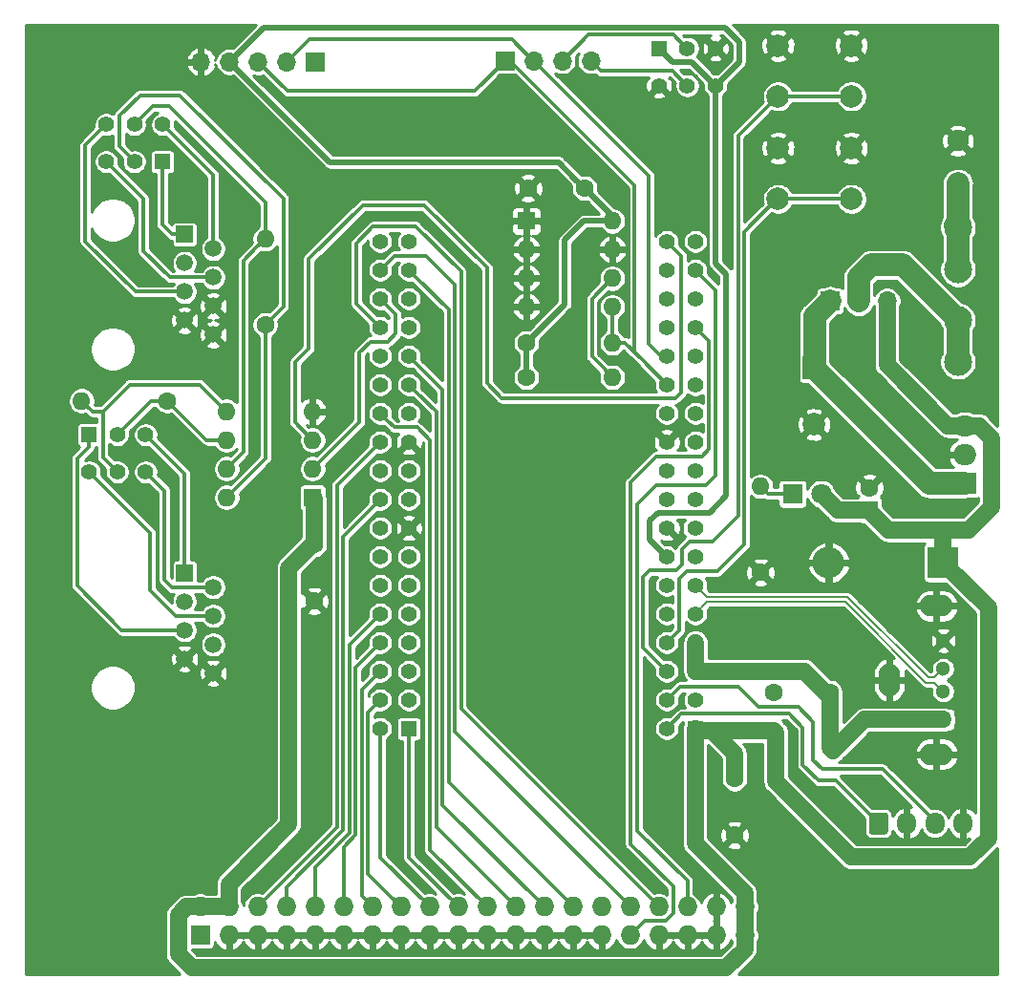
<source format=gbr>
G04 #@! TF.GenerationSoftware,KiCad,Pcbnew,(5.1.9)-1*
G04 #@! TF.CreationDate,2021-01-05T00:56:37-05:00*
G04 #@! TF.ProjectId,PB_16,50425f31-362e-46b6-9963-61645f706362,v2*
G04 #@! TF.SameCoordinates,Original*
G04 #@! TF.FileFunction,Copper,L1,Top*
G04 #@! TF.FilePolarity,Positive*
%FSLAX46Y46*%
G04 Gerber Fmt 4.6, Leading zero omitted, Abs format (unit mm)*
G04 Created by KiCad (PCBNEW (5.1.9)-1) date 2021-01-05 00:56:37*
%MOMM*%
%LPD*%
G01*
G04 APERTURE LIST*
G04 #@! TA.AperFunction,ComponentPad*
%ADD10O,1.700000X1.700000*%
G04 #@! TD*
G04 #@! TA.AperFunction,ComponentPad*
%ADD11R,1.700000X1.700000*%
G04 #@! TD*
G04 #@! TA.AperFunction,ComponentPad*
%ADD12C,1.904000*%
G04 #@! TD*
G04 #@! TA.AperFunction,ComponentPad*
%ADD13C,1.600000*%
G04 #@! TD*
G04 #@! TA.AperFunction,ComponentPad*
%ADD14R,1.600000X1.600000*%
G04 #@! TD*
G04 #@! TA.AperFunction,ComponentPad*
%ADD15O,2.000000X1.905000*%
G04 #@! TD*
G04 #@! TA.AperFunction,ComponentPad*
%ADD16R,2.000000X1.905000*%
G04 #@! TD*
G04 #@! TA.AperFunction,ComponentPad*
%ADD17C,2.000000*%
G04 #@! TD*
G04 #@! TA.AperFunction,ComponentPad*
%ADD18O,1.600000X1.600000*%
G04 #@! TD*
G04 #@! TA.AperFunction,ComponentPad*
%ADD19C,1.400000*%
G04 #@! TD*
G04 #@! TA.AperFunction,ComponentPad*
%ADD20R,1.400000X1.400000*%
G04 #@! TD*
G04 #@! TA.AperFunction,ComponentPad*
%ADD21C,1.800000*%
G04 #@! TD*
G04 #@! TA.AperFunction,ComponentPad*
%ADD22R,1.800000X1.800000*%
G04 #@! TD*
G04 #@! TA.AperFunction,ComponentPad*
%ADD23C,1.500000*%
G04 #@! TD*
G04 #@! TA.AperFunction,ComponentPad*
%ADD24R,1.500000X1.500000*%
G04 #@! TD*
G04 #@! TA.AperFunction,ComponentPad*
%ADD25O,1.727200X1.727200*%
G04 #@! TD*
G04 #@! TA.AperFunction,ComponentPad*
%ADD26R,1.727200X1.727200*%
G04 #@! TD*
G04 #@! TA.AperFunction,ComponentPad*
%ADD27C,1.408000*%
G04 #@! TD*
G04 #@! TA.AperFunction,ComponentPad*
%ADD28R,1.408000X1.408000*%
G04 #@! TD*
G04 #@! TA.AperFunction,ComponentPad*
%ADD29O,1.700000X1.950000*%
G04 #@! TD*
G04 #@! TA.AperFunction,ComponentPad*
%ADD30O,1.900000X2.900000*%
G04 #@! TD*
G04 #@! TA.AperFunction,ComponentPad*
%ADD31O,2.900000X1.900000*%
G04 #@! TD*
G04 #@! TA.AperFunction,ComponentPad*
%ADD32C,1.300000*%
G04 #@! TD*
G04 #@! TA.AperFunction,ComponentPad*
%ADD33R,1.300000X1.300000*%
G04 #@! TD*
G04 #@! TA.AperFunction,ComponentPad*
%ADD34C,2.475000*%
G04 #@! TD*
G04 #@! TA.AperFunction,ComponentPad*
%ADD35C,1.270000*%
G04 #@! TD*
G04 #@! TA.AperFunction,ComponentPad*
%ADD36O,2.800000X2.800000*%
G04 #@! TD*
G04 #@! TA.AperFunction,ComponentPad*
%ADD37R,2.800000X2.800000*%
G04 #@! TD*
G04 #@! TA.AperFunction,ComponentPad*
%ADD38R,2.000000X2.000000*%
G04 #@! TD*
G04 #@! TA.AperFunction,ViaPad*
%ADD39C,0.800000*%
G04 #@! TD*
G04 #@! TA.AperFunction,Conductor*
%ADD40C,1.500000*%
G04 #@! TD*
G04 #@! TA.AperFunction,Conductor*
%ADD41C,2.000000*%
G04 #@! TD*
G04 #@! TA.AperFunction,Conductor*
%ADD42C,0.350000*%
G04 #@! TD*
G04 #@! TA.AperFunction,Conductor*
%ADD43C,0.200000*%
G04 #@! TD*
G04 #@! TA.AperFunction,Conductor*
%ADD44C,0.500000*%
G04 #@! TD*
G04 #@! TA.AperFunction,Conductor*
%ADD45C,0.254000*%
G04 #@! TD*
G04 #@! TA.AperFunction,Conductor*
%ADD46C,0.100000*%
G04 #@! TD*
G04 APERTURE END LIST*
D10*
X239780000Y-60900000D03*
X237240000Y-60900000D03*
D11*
X234700000Y-60900000D03*
D12*
X246049459Y-46685760D03*
X246049459Y-50495760D03*
D13*
X238200000Y-77450000D03*
D14*
X238200000Y-79450000D03*
D15*
X246650000Y-71970000D03*
X246650000Y-74510000D03*
D16*
X246650000Y-77050000D03*
D17*
X236600000Y-47350000D03*
X236600000Y-51850000D03*
X230100000Y-47350000D03*
X230100000Y-51850000D03*
X236600000Y-38250000D03*
X236600000Y-42750000D03*
X230100000Y-38250000D03*
X230100000Y-42750000D03*
D18*
X215420000Y-53800000D03*
X207800000Y-61420000D03*
X215420000Y-56340000D03*
X207800000Y-58880000D03*
X215420000Y-58880000D03*
X207800000Y-56340000D03*
X215420000Y-61420000D03*
D14*
X207800000Y-53800000D03*
D18*
X215420000Y-67650000D03*
D13*
X207800000Y-67650000D03*
D18*
X215420000Y-64600000D03*
D13*
X207800000Y-64600000D03*
X212950000Y-50900000D03*
X207950000Y-50900000D03*
D19*
X170550000Y-45250000D03*
X173050000Y-45250000D03*
X175550000Y-45250000D03*
X170550000Y-48550000D03*
X173050000Y-48550000D03*
D20*
X175550000Y-48550000D03*
D21*
X233940000Y-78000000D03*
D22*
X231400000Y-78000000D03*
D23*
X180040000Y-63890000D03*
X177500000Y-62620000D03*
X180040000Y-61350000D03*
X177500000Y-60080000D03*
X180040000Y-58810000D03*
X177500000Y-57540000D03*
X180040000Y-56270000D03*
D24*
X177500000Y-55000000D03*
D25*
X227144600Y-114592100D03*
X227144600Y-117132100D03*
X224604600Y-114592100D03*
X224604600Y-117132100D03*
X222064600Y-114592100D03*
X222064600Y-117132100D03*
X219524600Y-114592100D03*
X219524600Y-117132100D03*
X216984600Y-114592100D03*
X216984600Y-117132100D03*
X214444600Y-114592100D03*
X214444600Y-117132100D03*
X211904600Y-114592100D03*
X211904600Y-117132100D03*
X209364600Y-114592100D03*
X209364600Y-117132100D03*
X206824600Y-114592100D03*
X206824600Y-117132100D03*
X204284600Y-114592100D03*
X204284600Y-117132100D03*
X201744600Y-114592100D03*
X201744600Y-117132100D03*
X199204600Y-114592100D03*
X199204600Y-117132100D03*
X196664600Y-114592100D03*
X196664600Y-117132100D03*
X194124600Y-114592100D03*
X194124600Y-117132100D03*
X191584600Y-114592100D03*
X191584600Y-117132100D03*
X189044600Y-114592100D03*
X189044600Y-117132100D03*
X186504600Y-114592100D03*
X186504600Y-117132100D03*
X183964600Y-114592100D03*
X183964600Y-117132100D03*
X181424600Y-114592100D03*
X181424600Y-117132100D03*
X178884600Y-114592100D03*
D26*
X178884600Y-117132100D03*
D27*
X194844700Y-55622700D03*
X197384700Y-55622700D03*
X194844700Y-58162700D03*
X197384700Y-58162700D03*
X194844700Y-60702700D03*
X197384700Y-60702700D03*
X194844700Y-63242700D03*
X197384700Y-63242700D03*
X194844700Y-65782700D03*
X197384700Y-65782700D03*
X194844700Y-68322700D03*
X197384700Y-68322700D03*
X194844700Y-70862700D03*
X197384700Y-70862700D03*
X194844700Y-73402700D03*
X197384700Y-73402700D03*
X194844700Y-75942700D03*
X197384700Y-75942700D03*
X194844700Y-78482700D03*
X197384700Y-78482700D03*
X194844700Y-81022700D03*
X197384700Y-81022700D03*
X194844700Y-83562700D03*
X197384700Y-83562700D03*
X194844700Y-86102700D03*
X197384700Y-86102700D03*
X194844700Y-88642700D03*
X197384700Y-88642700D03*
X194844700Y-91182700D03*
X197384700Y-91182700D03*
X194844700Y-93722700D03*
X197384700Y-93722700D03*
X194844700Y-96262700D03*
X197384700Y-96262700D03*
X194844700Y-98802700D03*
D28*
X197384700Y-98802700D03*
D27*
X220244700Y-55622700D03*
X222784700Y-55622700D03*
X220244700Y-58162700D03*
X222784700Y-58162700D03*
X220244700Y-60702700D03*
X222784700Y-60702700D03*
X220244700Y-63242700D03*
X222784700Y-63242700D03*
X220244700Y-65782700D03*
X222784700Y-65782700D03*
X220244700Y-68322700D03*
X222784700Y-68322700D03*
X220244700Y-70862700D03*
X222784700Y-70862700D03*
X220244700Y-73402700D03*
X222784700Y-73402700D03*
X220244700Y-75942700D03*
X222784700Y-75942700D03*
X220244700Y-78482700D03*
X222784700Y-78482700D03*
X220244700Y-81022700D03*
X222784700Y-81022700D03*
X220244700Y-83562700D03*
X222784700Y-83562700D03*
X220244700Y-86102700D03*
X222784700Y-86102700D03*
X220244700Y-88642700D03*
X222784700Y-88642700D03*
X220244700Y-91182700D03*
X222784700Y-91182700D03*
X220244700Y-93722700D03*
X222784700Y-93722700D03*
X220244700Y-96262700D03*
X222784700Y-96262700D03*
X220244700Y-98802700D03*
D28*
X222784700Y-98802700D03*
D18*
X181230000Y-78300000D03*
X188850000Y-70680000D03*
X181230000Y-75760000D03*
X188850000Y-73220000D03*
X181230000Y-73220000D03*
X188850000Y-75760000D03*
X181230000Y-70680000D03*
D14*
X188850000Y-78300000D03*
D19*
X174050000Y-76050000D03*
X171550000Y-76050000D03*
X169050000Y-76050000D03*
X174050000Y-72750000D03*
X171550000Y-72750000D03*
D20*
X169050000Y-72750000D03*
D19*
X224560000Y-41800000D03*
X222060000Y-41800000D03*
X219560000Y-41800000D03*
X224560000Y-38500000D03*
X222060000Y-38500000D03*
D20*
X219560000Y-38500000D03*
D18*
X168380000Y-69750000D03*
D13*
X176000000Y-69750000D03*
D18*
X184650000Y-55380000D03*
D13*
X184650000Y-63000000D03*
D18*
X228550000Y-77330000D03*
D13*
X228550000Y-84950000D03*
D23*
X180040000Y-93890000D03*
X177500000Y-92620000D03*
X180040000Y-91350000D03*
X177500000Y-90080000D03*
X180040000Y-88810000D03*
X177500000Y-87540000D03*
X180040000Y-86270000D03*
D24*
X177500000Y-85000000D03*
D10*
X178940000Y-39700000D03*
X181480000Y-39700000D03*
X184020000Y-39700000D03*
X186560000Y-39700000D03*
D11*
X189100000Y-39700000D03*
D29*
X246500000Y-107200000D03*
X244000000Y-107200000D03*
X241500000Y-107200000D03*
G04 #@! TA.AperFunction,ComponentPad*
G36*
G01*
X238150000Y-107925000D02*
X238150000Y-106475000D01*
G75*
G02*
X238400000Y-106225000I250000J0D01*
G01*
X239600000Y-106225000D01*
G75*
G02*
X239850000Y-106475000I0J-250000D01*
G01*
X239850000Y-107925000D01*
G75*
G02*
X239600000Y-108175000I-250000J0D01*
G01*
X238400000Y-108175000D01*
G75*
G02*
X238150000Y-107925000I0J250000D01*
G01*
G37*
G04 #@! TD.AperFunction*
D10*
X213520000Y-39600000D03*
X210980000Y-39600000D03*
X208440000Y-39600000D03*
D11*
X205900000Y-39600000D03*
D30*
X239970000Y-94500000D03*
D31*
X244150000Y-87930000D03*
X244150000Y-101070000D03*
D32*
X244750000Y-91000000D03*
X244750000Y-93500000D03*
X244750000Y-95500000D03*
D33*
X244750000Y-98000000D03*
D34*
X246050000Y-66300000D03*
X246050000Y-54400000D03*
X246050000Y-62600000D03*
X246050000Y-58100000D03*
D35*
X235000000Y-100750000D03*
X229900000Y-99150000D03*
D36*
X234590000Y-84100000D03*
D37*
X244750000Y-84100000D03*
D13*
X189000000Y-87500000D03*
X189000000Y-82500000D03*
X226250000Y-108250000D03*
X226250000Y-103250000D03*
D17*
X233300000Y-71850000D03*
D38*
X233300000Y-66850000D03*
D13*
X229700000Y-95600000D03*
X234700000Y-95600000D03*
D39*
X215950000Y-51600000D03*
X188150000Y-55350000D03*
X215700000Y-108900000D03*
X190900000Y-58300000D03*
X204550000Y-96100000D03*
X184600000Y-112200000D03*
X201000000Y-112550000D03*
X198500000Y-112600000D03*
X196100000Y-100600000D03*
X198350000Y-100600000D03*
X192450000Y-78800000D03*
X213600000Y-41850000D03*
X223050000Y-53650000D03*
X220400000Y-52900000D03*
X205900000Y-42050000D03*
X180550000Y-37350000D03*
X165250000Y-37600000D03*
X165200000Y-49550000D03*
X179150000Y-74900000D03*
X224550000Y-88750000D03*
X219850000Y-100600000D03*
X203350000Y-66050000D03*
X183650000Y-87950000D03*
X174250000Y-46800000D03*
X170400000Y-50750000D03*
X170500000Y-46950000D03*
X178050000Y-50150000D03*
X175850000Y-56450000D03*
X181150000Y-50350000D03*
X182050000Y-55900000D03*
X184600000Y-57850000D03*
X187650000Y-50900000D03*
X179550000Y-42850000D03*
X173150000Y-41350000D03*
X175850000Y-72600000D03*
X172850000Y-74350000D03*
X181500000Y-84900000D03*
X166550000Y-86000000D03*
X166400000Y-76650000D03*
X172500000Y-77650000D03*
X217950000Y-68150000D03*
X205800000Y-67700000D03*
X209750000Y-67850000D03*
X218300000Y-70750000D03*
X205850000Y-70800000D03*
X248050000Y-69800000D03*
X241850000Y-62200000D03*
X234750000Y-58700000D03*
X243200000Y-56250000D03*
X231150000Y-53750000D03*
X228650000Y-55550000D03*
X239050000Y-51900000D03*
X225600000Y-56950000D03*
X226000000Y-42700000D03*
X246300000Y-79200000D03*
X237700000Y-101200000D03*
X248700000Y-112000000D03*
X228100000Y-101900000D03*
X224500000Y-102350000D03*
X224650000Y-91950000D03*
X228450000Y-75150000D03*
X228300000Y-79400000D03*
X187050000Y-77000000D03*
X186600000Y-64350000D03*
X183050000Y-78500000D03*
X186200000Y-82500000D03*
X184700000Y-106650000D03*
X178100000Y-112250000D03*
X174600000Y-119750000D03*
X174450000Y-58950000D03*
X187500000Y-43700000D03*
X227800000Y-52150000D03*
X223050000Y-43400000D03*
X248650000Y-58650000D03*
X248550000Y-50700000D03*
X243250000Y-49800000D03*
X236950000Y-96150000D03*
X218900000Y-95050000D03*
X219100000Y-112750000D03*
X228854000Y-119888000D03*
D40*
X222784700Y-91182700D02*
X222784700Y-93722700D01*
X232472700Y-93722700D02*
X234750000Y-96000000D01*
X222784700Y-93722700D02*
X232472700Y-93722700D01*
X234750000Y-100500000D02*
X235000000Y-100750000D01*
X234750000Y-96000000D02*
X234750000Y-100500000D01*
X237750000Y-98000000D02*
X235000000Y-100750000D01*
X244750000Y-98000000D02*
X237750000Y-98000000D01*
D41*
X233350000Y-66800000D02*
X233300000Y-66850000D01*
X234700000Y-60900000D02*
X233350000Y-62250000D01*
X233350000Y-62250000D02*
X233350000Y-66800000D01*
X243500000Y-77050000D02*
X233300000Y-66850000D01*
X246650000Y-77050000D02*
X243500000Y-77050000D01*
D40*
X181424600Y-114592100D02*
X178884600Y-114592100D01*
X176970999Y-118835701D02*
X178135298Y-120000000D01*
X176970999Y-115284387D02*
X176970999Y-118835701D01*
X178884600Y-114592100D02*
X177663286Y-114592100D01*
X177663286Y-114592100D02*
X176970999Y-115284387D01*
X227144600Y-118353414D02*
X227144600Y-117132100D01*
X225498014Y-120000000D02*
X227144600Y-118353414D01*
X178135298Y-120000000D02*
X225498014Y-120000000D01*
X227144600Y-114592100D02*
X227144600Y-117132100D01*
X227144600Y-113370786D02*
X227144600Y-114592100D01*
X222750000Y-108976186D02*
X227144600Y-113370786D01*
X222784700Y-98802700D02*
X222750000Y-98837400D01*
X222750000Y-98837400D02*
X222750000Y-108976186D01*
X222982000Y-99000000D02*
X222784700Y-98802700D01*
X229900000Y-99150000D02*
X229750000Y-99000000D01*
X226250000Y-101000000D02*
X224250000Y-99000000D01*
X226250000Y-103250000D02*
X226250000Y-101000000D01*
X229750000Y-99000000D02*
X224250000Y-99000000D01*
X224250000Y-99000000D02*
X222982000Y-99000000D01*
X181424600Y-112575400D02*
X181424600Y-114592100D01*
X186750000Y-107250000D02*
X181424600Y-112575400D01*
X186750000Y-84559998D02*
X186750000Y-107250000D01*
X188900000Y-82409998D02*
X186750000Y-84559998D01*
X229900000Y-103500000D02*
X229900000Y-99150000D01*
X236600000Y-110200000D02*
X229900000Y-103500000D01*
X247100000Y-110200000D02*
X236600000Y-110200000D01*
X248750000Y-108550000D02*
X247100000Y-110200000D01*
X244750000Y-84100000D02*
X248750000Y-88100000D01*
X248750000Y-88100000D02*
X248750000Y-108550000D01*
X244750000Y-81200000D02*
X244750000Y-84100000D01*
X235390000Y-79450000D02*
X233940000Y-78000000D01*
X238200000Y-79450000D02*
X235390000Y-79450000D01*
X238200000Y-79550000D02*
X238200000Y-79450000D01*
X244750000Y-81200000D02*
X239850000Y-81200000D01*
X239850000Y-81200000D02*
X238200000Y-79550000D01*
X189000000Y-78450000D02*
X188850000Y-78300000D01*
X189000000Y-82500000D02*
X189000000Y-78450000D01*
X239780000Y-66580000D02*
X245170000Y-71970000D01*
X247000000Y-81200000D02*
X244750000Y-81200000D01*
X239780000Y-60900000D02*
X239780000Y-66580000D01*
X245170000Y-71970000D02*
X247930000Y-71970000D01*
X247930000Y-71970000D02*
X249024990Y-73064990D01*
X249024990Y-73064990D02*
X249024990Y-79175010D01*
X249024990Y-79175010D02*
X247000000Y-81200000D01*
D42*
X229220000Y-78000000D02*
X228550000Y-77330000D01*
X231400000Y-78000000D02*
X229220000Y-78000000D01*
D41*
X246050000Y-66300000D02*
X246050000Y-62600000D01*
X241150000Y-57700000D02*
X246050000Y-62600000D01*
X238350000Y-57700000D02*
X241150000Y-57700000D01*
X237240000Y-60900000D02*
X237240000Y-58810000D01*
X237240000Y-58810000D02*
X238350000Y-57700000D01*
X246050000Y-54400000D02*
X246050000Y-58100000D01*
X245850000Y-54200000D02*
X246050000Y-54400000D01*
X246050000Y-50496301D02*
X246049459Y-50495760D01*
X246050000Y-54400000D02*
X246050000Y-50496301D01*
D43*
X223829700Y-87147700D02*
X236284097Y-87147700D01*
X222784700Y-86102700D02*
X223829700Y-87147700D01*
X243975000Y-94275000D02*
X244750000Y-93500000D01*
X236284097Y-87147700D02*
X243411397Y-94275000D01*
X243411397Y-94275000D02*
X243975000Y-94275000D01*
X222784700Y-88642700D02*
X223829700Y-87597700D01*
X223829700Y-87597700D02*
X236097700Y-87597700D01*
X243975000Y-94725000D02*
X244750000Y-95500000D01*
X243225000Y-94725000D02*
X243975000Y-94725000D01*
X236097700Y-87597700D02*
X243225000Y-94725000D01*
D42*
X214420000Y-40500000D02*
X213520000Y-39600000D01*
X222060000Y-41800000D02*
X220760000Y-40500000D01*
X220760000Y-40500000D02*
X214420000Y-40500000D01*
X213280000Y-37300000D02*
X210980000Y-39600000D01*
X222060000Y-38500000D02*
X220860000Y-37300000D01*
X220860000Y-37300000D02*
X213280000Y-37300000D01*
X187409999Y-38850001D02*
X186560000Y-39700000D01*
X188560000Y-37700000D02*
X187409999Y-38850001D01*
X206500000Y-37700000D02*
X188560000Y-37700000D01*
X208440000Y-39600000D02*
X208400000Y-39600000D01*
X208400000Y-39600000D02*
X206500000Y-37700000D01*
X218650000Y-49810000D02*
X208440000Y-39600000D01*
X218650000Y-64669000D02*
X218650000Y-49810000D01*
X220244700Y-65782700D02*
X219763700Y-65782700D01*
X219763700Y-65782700D02*
X218650000Y-64669000D01*
X214620001Y-66850001D02*
X215420000Y-67650000D01*
X213600000Y-65830000D02*
X214620001Y-66850001D01*
X215420000Y-58880000D02*
X213600000Y-60700000D01*
X213600000Y-60700000D02*
X213600000Y-65830000D01*
X186620000Y-42300000D02*
X184020000Y-39700000D01*
X205900000Y-39600000D02*
X203200000Y-42300000D01*
X203200000Y-42300000D02*
X186620000Y-42300000D01*
X218000000Y-66078000D02*
X220244700Y-68322700D01*
X215420000Y-61420000D02*
X215420000Y-64600000D01*
X217400000Y-65478000D02*
X218000000Y-66078000D01*
X217400000Y-50650000D02*
X217400000Y-65478000D01*
X205900000Y-39600000D02*
X206350000Y-39600000D01*
X206350000Y-39600000D02*
X217400000Y-50650000D01*
X216522000Y-64600000D02*
X218000000Y-66078000D01*
X215420000Y-64600000D02*
X216522000Y-64600000D01*
X244000000Y-107075000D02*
X244000000Y-107200000D01*
X234000000Y-102400000D02*
X239400000Y-102400000D01*
X233200000Y-101600000D02*
X234000000Y-102400000D01*
X221407400Y-95100000D02*
X226600000Y-95100000D01*
X220244700Y-96262700D02*
X221407400Y-95100000D01*
X226600000Y-95100000D02*
X228400000Y-96900000D01*
X228400000Y-96900000D02*
X231900000Y-96900000D01*
X239400000Y-102400000D02*
X244000000Y-107000000D01*
X231900000Y-96900000D02*
X233200000Y-98200000D01*
X244000000Y-107000000D02*
X244000000Y-107200000D01*
X233200000Y-98200000D02*
X233200000Y-101600000D01*
X235200000Y-103400000D02*
X239000000Y-107200000D01*
X220244700Y-98802700D02*
X221547400Y-97500000D01*
X221547400Y-97500000D02*
X231100000Y-97500000D01*
X231100000Y-97500000D02*
X232300000Y-98700000D01*
X232300000Y-98700000D02*
X232300000Y-102000000D01*
X232300000Y-102000000D02*
X233700000Y-103400000D01*
X233700000Y-103400000D02*
X235200000Y-103400000D01*
D44*
X181480000Y-39700000D02*
X184505011Y-36674989D01*
X225435011Y-36674989D02*
X225735011Y-36974989D01*
X184505011Y-36674989D02*
X225435011Y-36674989D01*
X226660000Y-37900000D02*
X225734989Y-36974989D01*
X224560000Y-41800000D02*
X226660000Y-39700000D01*
X226660000Y-39700000D02*
X226660000Y-37900000D01*
X222460000Y-39700000D02*
X224560000Y-41800000D01*
X219560000Y-38500000D02*
X220760000Y-39700000D01*
X220760000Y-39700000D02*
X222460000Y-39700000D01*
X212150001Y-50100001D02*
X212950000Y-50900000D01*
X210650000Y-48600000D02*
X212150001Y-50100001D01*
X190380000Y-48600000D02*
X210650000Y-48600000D01*
X181480000Y-39700000D02*
X190380000Y-48600000D01*
X215420000Y-53370000D02*
X212950000Y-50900000D01*
X215420000Y-53800000D02*
X215420000Y-53370000D01*
X207800000Y-67650000D02*
X207800000Y-64600000D01*
X208599999Y-63800001D02*
X207800000Y-64600000D01*
X211200000Y-61200000D02*
X208599999Y-63800001D01*
X211200000Y-55500000D02*
X211200000Y-61200000D01*
X215420000Y-53800000D02*
X212900000Y-53800000D01*
X212900000Y-53800000D02*
X211200000Y-55500000D01*
X218700000Y-80400000D02*
X218700000Y-82018000D01*
X224560000Y-57560000D02*
X225500000Y-58500000D01*
X219540701Y-82858701D02*
X220244700Y-83562700D01*
X224560000Y-41800000D02*
X224560000Y-57560000D01*
X225500000Y-58500000D02*
X225500000Y-78200000D01*
X225500000Y-78200000D02*
X224050000Y-79650000D01*
X224050000Y-79650000D02*
X219450000Y-79650000D01*
X218700000Y-82018000D02*
X219540701Y-82858701D01*
X219450000Y-79650000D02*
X218700000Y-80400000D01*
D42*
X222064600Y-113370786D02*
X222064600Y-114592100D01*
X219350000Y-77200000D02*
X217600011Y-78949989D01*
X224550011Y-59928011D02*
X224550011Y-76349989D01*
X217600011Y-78949989D02*
X217600011Y-107850011D01*
X217600011Y-107850011D02*
X222064600Y-112314600D01*
X223700000Y-77200000D02*
X219350000Y-77200000D01*
X224550011Y-76349989D02*
X223700000Y-77200000D01*
X222784700Y-58162700D02*
X224550011Y-59928011D01*
X222064600Y-112314600D02*
X222064600Y-113370786D01*
X192700000Y-61098000D02*
X194140701Y-62538701D01*
X202000000Y-97067500D02*
X202000000Y-58300000D01*
X219524600Y-114592100D02*
X202000000Y-97067500D01*
X202000000Y-58300000D02*
X198000000Y-54300000D01*
X198000000Y-54300000D02*
X194200000Y-54300000D01*
X194200000Y-54300000D02*
X192700000Y-55800000D01*
X194140701Y-62538701D02*
X194844700Y-63242700D01*
X192700000Y-55800000D02*
X192700000Y-61098000D01*
X195548699Y-57458701D02*
X194844700Y-58162700D01*
X196107400Y-56900000D02*
X195548699Y-57458701D01*
X198900000Y-56900000D02*
X196107400Y-56900000D01*
X201449989Y-59449989D02*
X198900000Y-56900000D01*
X216984600Y-114592100D02*
X201449989Y-99057489D01*
X201449989Y-99057489D02*
X201449989Y-59449989D01*
X217848199Y-116268501D02*
X216984600Y-117132100D01*
X220119129Y-115830701D02*
X218285999Y-115830701D01*
X220825999Y-115123831D02*
X220119129Y-115830701D01*
X220825999Y-112825999D02*
X220825999Y-115123831D01*
X217050000Y-109050000D02*
X220825999Y-112825999D01*
X218285999Y-115830701D02*
X217848199Y-116268501D01*
X224000000Y-64458000D02*
X224000000Y-74050000D01*
X222784700Y-63242700D02*
X224000000Y-64458000D01*
X224000000Y-74050000D02*
X223400000Y-74650000D01*
X223400000Y-74650000D02*
X219350000Y-74650000D01*
X219350000Y-74650000D02*
X217050000Y-76950000D01*
X217050000Y-76950000D02*
X217050000Y-109050000D01*
X198088699Y-58866699D02*
X197384700Y-58162700D01*
X200899978Y-61677978D02*
X198088699Y-58866699D01*
X211904600Y-114592100D02*
X200899978Y-103587478D01*
X200899978Y-103587478D02*
X200899978Y-61677978D01*
X198088699Y-66486699D02*
X197384700Y-65782700D01*
X200349967Y-105577467D02*
X200349967Y-68747967D01*
X200349967Y-68747967D02*
X198088699Y-66486699D01*
X209364600Y-114592100D02*
X200349967Y-105577467D01*
X199799956Y-107567456D02*
X199799956Y-70737956D01*
X198088699Y-69026699D02*
X197384700Y-68322700D01*
X199799956Y-70737956D02*
X198088699Y-69026699D01*
X206824600Y-114592100D02*
X199799956Y-107567456D01*
X195548699Y-71566699D02*
X194844700Y-70862700D01*
X196082000Y-72100000D02*
X195548699Y-71566699D01*
X198100000Y-72100000D02*
X196082000Y-72100000D01*
X199249945Y-73249945D02*
X198100000Y-72100000D01*
X204284600Y-114592100D02*
X199249945Y-109557445D01*
X199249945Y-109557445D02*
X199249945Y-73249945D01*
X197384700Y-110232200D02*
X197384700Y-98802700D01*
X201744600Y-114592100D02*
X197384700Y-110232200D01*
X194844700Y-110232200D02*
X199204600Y-114592100D01*
X194844700Y-98802700D02*
X194844700Y-110232200D01*
X194844700Y-96262700D02*
X193750055Y-97357345D01*
X193750055Y-111677555D02*
X195801001Y-113728501D01*
X193750055Y-97357345D02*
X193750055Y-111677555D01*
X195801001Y-113728501D02*
X196664600Y-114592100D01*
X194124600Y-114592100D02*
X193200044Y-113667544D01*
X194140701Y-94426699D02*
X194844700Y-93722700D01*
X193200044Y-113667544D02*
X193200044Y-95367356D01*
X193200044Y-95367356D02*
X194140701Y-94426699D01*
X194844700Y-91182700D02*
X192650033Y-93377367D01*
X192650033Y-93377367D02*
X192650033Y-108240166D01*
X191584600Y-109305599D02*
X191584600Y-113370786D01*
X192650033Y-108240166D02*
X191584600Y-109305599D01*
X191584600Y-113370786D02*
X191584600Y-114592100D01*
X189044600Y-113370786D02*
X189044600Y-114592100D01*
X189044600Y-111067766D02*
X189044600Y-113370786D01*
X194844700Y-88642700D02*
X192100022Y-91387378D01*
X192100022Y-108012344D02*
X189044600Y-111067766D01*
X192100022Y-91387378D02*
X192100022Y-108012344D01*
X194844700Y-78482700D02*
X191550011Y-81777389D01*
X186504600Y-112829933D02*
X186504600Y-113370786D01*
X191550011Y-81777389D02*
X191550011Y-107784522D01*
X186504600Y-113370786D02*
X186504600Y-114592100D01*
X191550011Y-107784522D02*
X186504600Y-112829933D01*
X184828199Y-113728501D02*
X183964600Y-114592100D01*
X191000000Y-107556700D02*
X184828199Y-113728501D01*
X191000000Y-77247400D02*
X191000000Y-107556700D01*
X194844700Y-73402700D02*
X191000000Y-77247400D01*
X174650000Y-43650000D02*
X173050000Y-45250000D01*
X176100000Y-43650000D02*
X174650000Y-43650000D01*
X184650000Y-55380000D02*
X184650000Y-52200000D01*
X184650000Y-52200000D02*
X176100000Y-43650000D01*
X183850001Y-56179999D02*
X184650000Y-55380000D01*
X182700000Y-57330000D02*
X183850001Y-56179999D01*
X181230000Y-75760000D02*
X182700000Y-74290000D01*
X182700000Y-74290000D02*
X182700000Y-57330000D01*
X171700000Y-47200000D02*
X173050000Y-48550000D01*
X186250000Y-61400000D02*
X186250000Y-51800000D01*
X184650000Y-63000000D02*
X186250000Y-61400000D01*
X186250000Y-51800000D02*
X177100000Y-42650000D01*
X177100000Y-42650000D02*
X173550000Y-42650000D01*
X173550000Y-42650000D02*
X171700000Y-44500000D01*
X171700000Y-44500000D02*
X171700000Y-47200000D01*
X184650000Y-74880000D02*
X181230000Y-78300000D01*
X184650000Y-63000000D02*
X184650000Y-74880000D01*
X172249999Y-72050001D02*
X171550000Y-72750000D01*
X172950000Y-71350000D02*
X172249999Y-72050001D01*
X174550000Y-69750000D02*
X172950000Y-71350000D01*
X176000000Y-69750000D02*
X174550000Y-69750000D01*
X180098630Y-73220000D02*
X181230000Y-73220000D01*
X176000000Y-69750000D02*
X179470000Y-73220000D01*
X179470000Y-73220000D02*
X180098630Y-73220000D01*
X168380000Y-69750000D02*
X169179999Y-70549999D01*
X170850001Y-75350001D02*
X171550000Y-76050000D01*
X170250000Y-74750000D02*
X170850001Y-75350001D01*
X170250000Y-70700000D02*
X170250000Y-74750000D01*
X169330000Y-70700000D02*
X169179999Y-70549999D01*
X170250000Y-70700000D02*
X169330000Y-70700000D01*
X172650000Y-68300000D02*
X170250000Y-70700000D01*
X181230000Y-70680000D02*
X178850000Y-68300000D01*
X178850000Y-68300000D02*
X172650000Y-68300000D01*
X180040000Y-86270000D02*
X180000000Y-86230000D01*
X180010000Y-86300000D02*
X180040000Y-86270000D01*
X176400000Y-86300000D02*
X180010000Y-86300000D01*
X175700000Y-85600000D02*
X176400000Y-86300000D01*
X175700000Y-77700000D02*
X175700000Y-85600000D01*
X174050000Y-76050000D02*
X175700000Y-77700000D01*
X177500000Y-76200000D02*
X174050000Y-72750000D01*
X177500000Y-85000000D02*
X177500000Y-76200000D01*
X193000000Y-71610000D02*
X188850000Y-75760000D01*
X194844700Y-60702700D02*
X196200000Y-62058000D01*
X195500000Y-64500000D02*
X194000000Y-64500000D01*
X194000000Y-64500000D02*
X193000000Y-65500000D01*
X196200000Y-62058000D02*
X196200000Y-63800000D01*
X196200000Y-63800000D02*
X195500000Y-64500000D01*
X193000000Y-65500000D02*
X193000000Y-71610000D01*
X220244700Y-55755300D02*
X220244700Y-55622700D01*
X187300000Y-71670000D02*
X188850000Y-73220000D01*
X187300000Y-66320000D02*
X187300000Y-71670000D01*
X188500000Y-57200000D02*
X188500000Y-65120000D01*
X188500000Y-65120000D02*
X187300000Y-66320000D01*
X198750000Y-52400000D02*
X193300000Y-52400000D01*
X204300000Y-57950000D02*
X198750000Y-52400000D01*
X220244700Y-55622700D02*
X221500000Y-56878000D01*
X221000000Y-69500000D02*
X205600000Y-69500000D01*
X221500000Y-56878000D02*
X221500000Y-69000000D01*
X205600000Y-69500000D02*
X204300000Y-68200000D01*
X193300000Y-52400000D02*
X188500000Y-57200000D01*
X221500000Y-69000000D02*
X221000000Y-69500000D01*
X204300000Y-68200000D02*
X204300000Y-57950000D01*
X176439340Y-60080000D02*
X177500000Y-60080000D01*
X173180000Y-60080000D02*
X176439340Y-60080000D01*
X168700000Y-55600000D02*
X173180000Y-60080000D01*
X170550000Y-45250000D02*
X168700000Y-47100000D01*
X168700000Y-47100000D02*
X168700000Y-55600000D01*
X178979340Y-58810000D02*
X180040000Y-58810000D01*
X176210000Y-58810000D02*
X178979340Y-58810000D01*
X173850000Y-56450000D02*
X176210000Y-58810000D01*
X170550000Y-48550000D02*
X173850000Y-51850000D01*
X173850000Y-51850000D02*
X173850000Y-56450000D01*
X180150000Y-56380000D02*
X180040000Y-56270000D01*
X180040000Y-50390000D02*
X180040000Y-56270000D01*
X175550000Y-45250000D02*
X180040000Y-49740000D01*
X180040000Y-49740000D02*
X180040000Y-50390000D01*
X177700000Y-55000000D02*
X177725001Y-55025001D01*
X176400000Y-55000000D02*
X177500000Y-55000000D01*
X175550000Y-48550000D02*
X175550000Y-54150000D01*
X175550000Y-54150000D02*
X176400000Y-55000000D01*
X177080000Y-90000000D02*
X177000000Y-90080000D01*
X177580000Y-90000000D02*
X177500000Y-90080000D01*
X171930000Y-90080000D02*
X176439340Y-90080000D01*
X176439340Y-90080000D02*
X177500000Y-90080000D01*
X169050000Y-73800000D02*
X167974999Y-74875001D01*
X169050000Y-72750000D02*
X169050000Y-73800000D01*
X167974999Y-74875001D02*
X167974999Y-86124999D01*
X167974999Y-86124999D02*
X171930000Y-90080000D01*
X174450000Y-81450000D02*
X174450000Y-86550000D01*
X169050000Y-76050000D02*
X174450000Y-81450000D01*
X174450000Y-86550000D02*
X176710000Y-88810000D01*
X176710000Y-88810000D02*
X178979340Y-88810000D01*
X178979340Y-88810000D02*
X180040000Y-88810000D01*
X230050000Y-42750000D02*
X236550000Y-42750000D01*
X222300000Y-82200000D02*
X221600000Y-82900000D01*
X219540701Y-93018701D02*
X220244700Y-93722700D01*
X226549989Y-46250011D02*
X226549989Y-79950011D01*
X221600000Y-82900000D02*
X221600000Y-84250000D01*
X221600000Y-84250000D02*
X221050000Y-84800000D01*
X221050000Y-84800000D02*
X218700000Y-84800000D01*
X218150022Y-85349978D02*
X218150022Y-91628022D01*
X218150022Y-91628022D02*
X219540701Y-93018701D01*
X218700000Y-84800000D02*
X218150022Y-85349978D01*
X224300000Y-82200000D02*
X222300000Y-82200000D01*
X230050000Y-42750000D02*
X226549989Y-46250011D01*
X226549989Y-79950011D02*
X224300000Y-82200000D01*
X235185787Y-51850000D02*
X230100000Y-51850000D01*
X236600000Y-51850000D02*
X235185787Y-51850000D01*
X220948699Y-90478701D02*
X220244700Y-91182700D01*
X221350000Y-90077400D02*
X220948699Y-90478701D01*
X221350000Y-85500000D02*
X221350000Y-90077400D01*
X230000000Y-51850000D02*
X227100000Y-54750000D01*
X230100000Y-51850000D02*
X230000000Y-51850000D01*
X227100000Y-54750000D02*
X227100000Y-82500000D01*
X227100000Y-82500000D02*
X224750000Y-84850000D01*
X224750000Y-84850000D02*
X222000000Y-84850000D01*
X222000000Y-84850000D02*
X221350000Y-85500000D01*
D45*
X228743000Y-103443162D02*
X228737402Y-103500000D01*
X228743000Y-103556837D01*
X228759741Y-103726811D01*
X228825900Y-103944906D01*
X228933335Y-104145904D01*
X229077919Y-104322081D01*
X229122069Y-104358314D01*
X235741686Y-110977931D01*
X235777919Y-111022081D01*
X235822068Y-111058313D01*
X235954095Y-111166665D01*
X236155093Y-111274100D01*
X236373188Y-111340259D01*
X236600000Y-111362598D01*
X236656837Y-111357000D01*
X247043163Y-111357000D01*
X247100000Y-111362598D01*
X247156837Y-111357000D01*
X247156838Y-111357000D01*
X247326812Y-111340259D01*
X247544907Y-111274100D01*
X247745905Y-111166665D01*
X247922081Y-111022081D01*
X247958314Y-110977931D01*
X249527931Y-109408314D01*
X249568001Y-109375429D01*
X249568001Y-120568000D01*
X226566259Y-120568000D01*
X227922532Y-119211727D01*
X227966681Y-119175495D01*
X228111265Y-118999319D01*
X228218700Y-118798321D01*
X228284859Y-118580226D01*
X228301600Y-118410252D01*
X228301600Y-118410245D01*
X228307197Y-118353415D01*
X228301600Y-118296585D01*
X228301600Y-117659093D01*
X228366372Y-117502720D01*
X228415200Y-117257243D01*
X228415200Y-117006957D01*
X228366372Y-116761480D01*
X228301600Y-116605107D01*
X228301600Y-115119093D01*
X228366372Y-114962720D01*
X228415200Y-114717243D01*
X228415200Y-114466957D01*
X228366372Y-114221480D01*
X228301600Y-114065107D01*
X228301600Y-113427623D01*
X228307198Y-113370786D01*
X228284859Y-113143974D01*
X228218700Y-112925879D01*
X228111265Y-112724881D01*
X228100618Y-112711908D01*
X227966681Y-112548705D01*
X227922532Y-112512473D01*
X224623247Y-109213188D01*
X225531471Y-109213188D01*
X225612819Y-109421329D01*
X225853578Y-109523130D01*
X226109571Y-109576006D01*
X226370960Y-109577923D01*
X226627700Y-109528809D01*
X226869926Y-109430552D01*
X226887181Y-109421329D01*
X226968529Y-109213188D01*
X226250000Y-108494659D01*
X225531471Y-109213188D01*
X224623247Y-109213188D01*
X223907000Y-108496941D01*
X223907000Y-108370960D01*
X224922077Y-108370960D01*
X224971191Y-108627700D01*
X225069448Y-108869926D01*
X225078671Y-108887181D01*
X225286812Y-108968529D01*
X226005341Y-108250000D01*
X226494659Y-108250000D01*
X227213188Y-108968529D01*
X227421329Y-108887181D01*
X227523130Y-108646422D01*
X227576006Y-108390429D01*
X227577923Y-108129040D01*
X227528809Y-107872300D01*
X227430552Y-107630074D01*
X227421329Y-107612819D01*
X227213188Y-107531471D01*
X226494659Y-108250000D01*
X226005341Y-108250000D01*
X225286812Y-107531471D01*
X225078671Y-107612819D01*
X224976870Y-107853578D01*
X224923994Y-108109571D01*
X224922077Y-108370960D01*
X223907000Y-108370960D01*
X223907000Y-107286812D01*
X225531471Y-107286812D01*
X226250000Y-108005341D01*
X226968529Y-107286812D01*
X226887181Y-107078671D01*
X226646422Y-106976870D01*
X226390429Y-106923994D01*
X226129040Y-106922077D01*
X225872300Y-106971191D01*
X225630074Y-107069448D01*
X225612819Y-107078671D01*
X225531471Y-107286812D01*
X223907000Y-107286812D01*
X223907000Y-100293245D01*
X225093001Y-101479246D01*
X225093000Y-102889201D01*
X225089384Y-102897931D01*
X225043000Y-103131121D01*
X225043000Y-103368879D01*
X225089384Y-103602069D01*
X225180371Y-103821729D01*
X225312462Y-104019418D01*
X225480582Y-104187538D01*
X225678271Y-104319629D01*
X225897931Y-104410616D01*
X226131121Y-104457000D01*
X226368879Y-104457000D01*
X226602069Y-104410616D01*
X226821729Y-104319629D01*
X227019418Y-104187538D01*
X227187538Y-104019418D01*
X227319629Y-103821729D01*
X227410616Y-103602069D01*
X227457000Y-103368879D01*
X227457000Y-103131121D01*
X227410616Y-102897931D01*
X227407000Y-102889201D01*
X227407000Y-101056837D01*
X227412598Y-100999999D01*
X227390259Y-100773188D01*
X227324100Y-100555093D01*
X227216665Y-100354095D01*
X227150267Y-100273189D01*
X227072081Y-100177919D01*
X227046591Y-100157000D01*
X228743001Y-100157000D01*
X228743000Y-103443162D01*
G04 #@! TA.AperFunction,Conductor*
D46*
G36*
X228743000Y-103443162D02*
G01*
X228737402Y-103500000D01*
X228743000Y-103556837D01*
X228759741Y-103726811D01*
X228825900Y-103944906D01*
X228933335Y-104145904D01*
X229077919Y-104322081D01*
X229122069Y-104358314D01*
X235741686Y-110977931D01*
X235777919Y-111022081D01*
X235822068Y-111058313D01*
X235954095Y-111166665D01*
X236155093Y-111274100D01*
X236373188Y-111340259D01*
X236600000Y-111362598D01*
X236656837Y-111357000D01*
X247043163Y-111357000D01*
X247100000Y-111362598D01*
X247156837Y-111357000D01*
X247156838Y-111357000D01*
X247326812Y-111340259D01*
X247544907Y-111274100D01*
X247745905Y-111166665D01*
X247922081Y-111022081D01*
X247958314Y-110977931D01*
X249527931Y-109408314D01*
X249568001Y-109375429D01*
X249568001Y-120568000D01*
X226566259Y-120568000D01*
X227922532Y-119211727D01*
X227966681Y-119175495D01*
X228111265Y-118999319D01*
X228218700Y-118798321D01*
X228284859Y-118580226D01*
X228301600Y-118410252D01*
X228301600Y-118410245D01*
X228307197Y-118353415D01*
X228301600Y-118296585D01*
X228301600Y-117659093D01*
X228366372Y-117502720D01*
X228415200Y-117257243D01*
X228415200Y-117006957D01*
X228366372Y-116761480D01*
X228301600Y-116605107D01*
X228301600Y-115119093D01*
X228366372Y-114962720D01*
X228415200Y-114717243D01*
X228415200Y-114466957D01*
X228366372Y-114221480D01*
X228301600Y-114065107D01*
X228301600Y-113427623D01*
X228307198Y-113370786D01*
X228284859Y-113143974D01*
X228218700Y-112925879D01*
X228111265Y-112724881D01*
X228100618Y-112711908D01*
X227966681Y-112548705D01*
X227922532Y-112512473D01*
X224623247Y-109213188D01*
X225531471Y-109213188D01*
X225612819Y-109421329D01*
X225853578Y-109523130D01*
X226109571Y-109576006D01*
X226370960Y-109577923D01*
X226627700Y-109528809D01*
X226869926Y-109430552D01*
X226887181Y-109421329D01*
X226968529Y-109213188D01*
X226250000Y-108494659D01*
X225531471Y-109213188D01*
X224623247Y-109213188D01*
X223907000Y-108496941D01*
X223907000Y-108370960D01*
X224922077Y-108370960D01*
X224971191Y-108627700D01*
X225069448Y-108869926D01*
X225078671Y-108887181D01*
X225286812Y-108968529D01*
X226005341Y-108250000D01*
X226494659Y-108250000D01*
X227213188Y-108968529D01*
X227421329Y-108887181D01*
X227523130Y-108646422D01*
X227576006Y-108390429D01*
X227577923Y-108129040D01*
X227528809Y-107872300D01*
X227430552Y-107630074D01*
X227421329Y-107612819D01*
X227213188Y-107531471D01*
X226494659Y-108250000D01*
X226005341Y-108250000D01*
X225286812Y-107531471D01*
X225078671Y-107612819D01*
X224976870Y-107853578D01*
X224923994Y-108109571D01*
X224922077Y-108370960D01*
X223907000Y-108370960D01*
X223907000Y-107286812D01*
X225531471Y-107286812D01*
X226250000Y-108005341D01*
X226968529Y-107286812D01*
X226887181Y-107078671D01*
X226646422Y-106976870D01*
X226390429Y-106923994D01*
X226129040Y-106922077D01*
X225872300Y-106971191D01*
X225630074Y-107069448D01*
X225612819Y-107078671D01*
X225531471Y-107286812D01*
X223907000Y-107286812D01*
X223907000Y-100293245D01*
X225093001Y-101479246D01*
X225093000Y-102889201D01*
X225089384Y-102897931D01*
X225043000Y-103131121D01*
X225043000Y-103368879D01*
X225089384Y-103602069D01*
X225180371Y-103821729D01*
X225312462Y-104019418D01*
X225480582Y-104187538D01*
X225678271Y-104319629D01*
X225897931Y-104410616D01*
X226131121Y-104457000D01*
X226368879Y-104457000D01*
X226602069Y-104410616D01*
X226821729Y-104319629D01*
X227019418Y-104187538D01*
X227187538Y-104019418D01*
X227319629Y-103821729D01*
X227410616Y-103602069D01*
X227457000Y-103368879D01*
X227457000Y-103131121D01*
X227410616Y-102897931D01*
X227407000Y-102889201D01*
X227407000Y-101056837D01*
X227412598Y-100999999D01*
X227390259Y-100773188D01*
X227324100Y-100555093D01*
X227216665Y-100354095D01*
X227150267Y-100273189D01*
X227072081Y-100177919D01*
X227046591Y-100157000D01*
X228743001Y-100157000D01*
X228743000Y-103443162D01*
G37*
G04 #@! TD.AperFunction*
D45*
X181774007Y-38476856D02*
X181603804Y-38443000D01*
X181356196Y-38443000D01*
X181113347Y-38491306D01*
X180884587Y-38586061D01*
X180678709Y-38723624D01*
X180503624Y-38898709D01*
X180366061Y-39104587D01*
X180271306Y-39333347D01*
X180232786Y-39526998D01*
X180174347Y-39526998D01*
X180262214Y-39315425D01*
X180161781Y-39064863D01*
X180014396Y-38838709D01*
X179825722Y-38645654D01*
X179603010Y-38493117D01*
X179354819Y-38386960D01*
X179324573Y-38377793D01*
X179113000Y-38466826D01*
X179113000Y-39527000D01*
X179133000Y-39527000D01*
X179133000Y-39873000D01*
X179113000Y-39873000D01*
X179113000Y-40933174D01*
X179324573Y-41022207D01*
X179354819Y-41013040D01*
X179603010Y-40906883D01*
X179825722Y-40754346D01*
X180014396Y-40561291D01*
X180161781Y-40335137D01*
X180262214Y-40084575D01*
X180174347Y-39873002D01*
X180232786Y-39873002D01*
X180271306Y-40066653D01*
X180366061Y-40295413D01*
X180503624Y-40501291D01*
X180678709Y-40676376D01*
X180884587Y-40813939D01*
X181113347Y-40908694D01*
X181356196Y-40957000D01*
X181603804Y-40957000D01*
X181774007Y-40923144D01*
X189892614Y-49041752D01*
X189913184Y-49066816D01*
X189938246Y-49087384D01*
X189938247Y-49087385D01*
X190013224Y-49148918D01*
X190127360Y-49209925D01*
X190164928Y-49221321D01*
X190251206Y-49247493D01*
X190347733Y-49257000D01*
X190347743Y-49257000D01*
X190380000Y-49260177D01*
X190412257Y-49257000D01*
X210377863Y-49257000D01*
X211708248Y-50587386D01*
X211708253Y-50587390D01*
X211769377Y-50648514D01*
X211743000Y-50781121D01*
X211743000Y-51018879D01*
X211789384Y-51252069D01*
X211880371Y-51471729D01*
X212012462Y-51669418D01*
X212180582Y-51837538D01*
X212378271Y-51969629D01*
X212597931Y-52060616D01*
X212831121Y-52107000D01*
X213068879Y-52107000D01*
X213201486Y-52080623D01*
X214263862Y-53143000D01*
X212932256Y-53143000D01*
X212899999Y-53139823D01*
X212867742Y-53143000D01*
X212867733Y-53143000D01*
X212771206Y-53152507D01*
X212647361Y-53190075D01*
X212533225Y-53251082D01*
X212433184Y-53333184D01*
X212412616Y-53358246D01*
X210758251Y-55012612D01*
X210733184Y-55033184D01*
X210651082Y-55133226D01*
X210590075Y-55247362D01*
X210552507Y-55371207D01*
X210543000Y-55467734D01*
X210543000Y-55467743D01*
X210539823Y-55500000D01*
X210543000Y-55532257D01*
X210543001Y-60927861D01*
X208158256Y-63312607D01*
X208158245Y-63312616D01*
X208051485Y-63419377D01*
X207918879Y-63393000D01*
X207681121Y-63393000D01*
X207447931Y-63439384D01*
X207228271Y-63530371D01*
X207030582Y-63662462D01*
X206862462Y-63830582D01*
X206730371Y-64028271D01*
X206639384Y-64247931D01*
X206593000Y-64481121D01*
X206593000Y-64718879D01*
X206639384Y-64952069D01*
X206730371Y-65171729D01*
X206862462Y-65369418D01*
X207030582Y-65537538D01*
X207143001Y-65612653D01*
X207143000Y-66637347D01*
X207030582Y-66712462D01*
X206862462Y-66880582D01*
X206730371Y-67078271D01*
X206639384Y-67297931D01*
X206593000Y-67531121D01*
X206593000Y-67768879D01*
X206639384Y-68002069D01*
X206730371Y-68221729D01*
X206862462Y-68419418D01*
X207030582Y-68587538D01*
X207228271Y-68719629D01*
X207447931Y-68810616D01*
X207681121Y-68857000D01*
X207918879Y-68857000D01*
X208152069Y-68810616D01*
X208371729Y-68719629D01*
X208569418Y-68587538D01*
X208737538Y-68419418D01*
X208869629Y-68221729D01*
X208960616Y-68002069D01*
X209007000Y-67768879D01*
X209007000Y-67531121D01*
X208960616Y-67297931D01*
X208869629Y-67078271D01*
X208737538Y-66880582D01*
X208569418Y-66712462D01*
X208457000Y-66637347D01*
X208457000Y-65612653D01*
X208569418Y-65537538D01*
X208737538Y-65369418D01*
X208869629Y-65171729D01*
X208960616Y-64952069D01*
X209007000Y-64718879D01*
X209007000Y-64481121D01*
X208980623Y-64348515D01*
X209087384Y-64241755D01*
X209087393Y-64241744D01*
X211641754Y-61687384D01*
X211666816Y-61666816D01*
X211702119Y-61623800D01*
X211748918Y-61566776D01*
X211809925Y-61452640D01*
X211828499Y-61391408D01*
X211847493Y-61328794D01*
X211857000Y-61232267D01*
X211857000Y-61232257D01*
X211860177Y-61200000D01*
X211857000Y-61167743D01*
X211857000Y-60700000D01*
X213015185Y-60700000D01*
X213018000Y-60728581D01*
X213018001Y-65801409D01*
X213015185Y-65830000D01*
X213026422Y-65944092D01*
X213059701Y-66053800D01*
X213113744Y-66154906D01*
X213155601Y-66205908D01*
X213186474Y-66243527D01*
X213208681Y-66261752D01*
X214228682Y-67281754D01*
X214228687Y-67281758D01*
X214256974Y-67310045D01*
X214213000Y-67531121D01*
X214213000Y-67768879D01*
X214259384Y-68002069D01*
X214350371Y-68221729D01*
X214482462Y-68419418D01*
X214650582Y-68587538D01*
X214848271Y-68719629D01*
X215067931Y-68810616D01*
X215301121Y-68857000D01*
X215538879Y-68857000D01*
X215772069Y-68810616D01*
X215991729Y-68719629D01*
X216189418Y-68587538D01*
X216357538Y-68419418D01*
X216489629Y-68221729D01*
X216580616Y-68002069D01*
X216627000Y-67768879D01*
X216627000Y-67531121D01*
X216580616Y-67297931D01*
X216489629Y-67078271D01*
X216357538Y-66880582D01*
X216189418Y-66712462D01*
X215991729Y-66580371D01*
X215772069Y-66489384D01*
X215538879Y-66443000D01*
X215301121Y-66443000D01*
X215080045Y-66486974D01*
X215051758Y-66458687D01*
X215051754Y-66458682D01*
X214182000Y-65588929D01*
X214182000Y-60941071D01*
X215080046Y-60043026D01*
X215301121Y-60087000D01*
X215538879Y-60087000D01*
X215772069Y-60040616D01*
X215991729Y-59949629D01*
X216189418Y-59817538D01*
X216357538Y-59649418D01*
X216489629Y-59451729D01*
X216580616Y-59232069D01*
X216627000Y-58998879D01*
X216627000Y-58761121D01*
X216580616Y-58527931D01*
X216489629Y-58308271D01*
X216357538Y-58110582D01*
X216189418Y-57942462D01*
X215991729Y-57810371D01*
X215772069Y-57719384D01*
X215538879Y-57673000D01*
X215301121Y-57673000D01*
X215067931Y-57719384D01*
X214848271Y-57810371D01*
X214650582Y-57942462D01*
X214482462Y-58110582D01*
X214350371Y-58308271D01*
X214259384Y-58527931D01*
X214213000Y-58761121D01*
X214213000Y-58998879D01*
X214256974Y-59219954D01*
X213208685Y-60268244D01*
X213186473Y-60286473D01*
X213113743Y-60375095D01*
X213059700Y-60476202D01*
X213026421Y-60585909D01*
X213018000Y-60671409D01*
X213018000Y-60671419D01*
X213015185Y-60700000D01*
X211857000Y-60700000D01*
X211857000Y-56716687D01*
X214147586Y-56716687D01*
X214152744Y-56733715D01*
X214253904Y-56973379D01*
X214399876Y-57188703D01*
X214585051Y-57371412D01*
X214802313Y-57514484D01*
X215043312Y-57612421D01*
X215247000Y-57523932D01*
X215247000Y-56513000D01*
X215593000Y-56513000D01*
X215593000Y-57523932D01*
X215796688Y-57612421D01*
X216037687Y-57514484D01*
X216254949Y-57371412D01*
X216440124Y-57188703D01*
X216586096Y-56973379D01*
X216687256Y-56733715D01*
X216692414Y-56716687D01*
X216602664Y-56513000D01*
X215593000Y-56513000D01*
X215247000Y-56513000D01*
X214237336Y-56513000D01*
X214147586Y-56716687D01*
X211857000Y-56716687D01*
X211857000Y-55963313D01*
X214147586Y-55963313D01*
X214237336Y-56167000D01*
X215247000Y-56167000D01*
X215247000Y-55156068D01*
X215593000Y-55156068D01*
X215593000Y-56167000D01*
X216602664Y-56167000D01*
X216692414Y-55963313D01*
X216687256Y-55946285D01*
X216586096Y-55706621D01*
X216440124Y-55491297D01*
X216254949Y-55308588D01*
X216037687Y-55165516D01*
X215796688Y-55067579D01*
X215593000Y-55156068D01*
X215247000Y-55156068D01*
X215043312Y-55067579D01*
X214802313Y-55165516D01*
X214585051Y-55308588D01*
X214399876Y-55491297D01*
X214253904Y-55706621D01*
X214152744Y-55946285D01*
X214147586Y-55963313D01*
X211857000Y-55963313D01*
X211857000Y-55772137D01*
X213172138Y-54457000D01*
X214407347Y-54457000D01*
X214482462Y-54569418D01*
X214650582Y-54737538D01*
X214848271Y-54869629D01*
X215067931Y-54960616D01*
X215301121Y-55007000D01*
X215538879Y-55007000D01*
X215772069Y-54960616D01*
X215991729Y-54869629D01*
X216189418Y-54737538D01*
X216357538Y-54569418D01*
X216489629Y-54371729D01*
X216580616Y-54152069D01*
X216627000Y-53918879D01*
X216627000Y-53681121D01*
X216580616Y-53447931D01*
X216489629Y-53228271D01*
X216357538Y-53030582D01*
X216189418Y-52862462D01*
X215991729Y-52730371D01*
X215772069Y-52639384D01*
X215580397Y-52601258D01*
X214130623Y-51151486D01*
X214157000Y-51018879D01*
X214157000Y-50781121D01*
X214110616Y-50547931D01*
X214019629Y-50328271D01*
X213887538Y-50130582D01*
X213719418Y-49962462D01*
X213521729Y-49830371D01*
X213302069Y-49739384D01*
X213068879Y-49693000D01*
X212831121Y-49693000D01*
X212698514Y-49719377D01*
X212637390Y-49658253D01*
X212637386Y-49658248D01*
X211137388Y-48158251D01*
X211116816Y-48133184D01*
X211016775Y-48051082D01*
X210902639Y-47990075D01*
X210778794Y-47952507D01*
X210682267Y-47943000D01*
X210682257Y-47943000D01*
X210650000Y-47939823D01*
X210617743Y-47943000D01*
X190652138Y-47943000D01*
X183592718Y-40883581D01*
X183653347Y-40908694D01*
X183896196Y-40957000D01*
X184143804Y-40957000D01*
X184386653Y-40908694D01*
X184400067Y-40903138D01*
X186188248Y-42691320D01*
X186206473Y-42713527D01*
X186295094Y-42786257D01*
X186396201Y-42840300D01*
X186505908Y-42873579D01*
X186591408Y-42882000D01*
X186591418Y-42882000D01*
X186619999Y-42884815D01*
X186648581Y-42882000D01*
X203171419Y-42882000D01*
X203200000Y-42884815D01*
X203228581Y-42882000D01*
X203228592Y-42882000D01*
X203314092Y-42873579D01*
X203423799Y-42840300D01*
X203524906Y-42786257D01*
X203613527Y-42713527D01*
X203631756Y-42691315D01*
X205464103Y-40858969D01*
X206750000Y-40858969D01*
X206782679Y-40855750D01*
X216818000Y-50891072D01*
X216818001Y-64098293D01*
X216745799Y-64059700D01*
X216636092Y-64026421D01*
X216550592Y-64018000D01*
X216550581Y-64018000D01*
X216522000Y-64015185D01*
X216493419Y-64018000D01*
X216482766Y-64018000D01*
X216357538Y-63830582D01*
X216189418Y-63662462D01*
X216002000Y-63537234D01*
X216002000Y-62482766D01*
X216189418Y-62357538D01*
X216357538Y-62189418D01*
X216489629Y-61991729D01*
X216580616Y-61772069D01*
X216627000Y-61538879D01*
X216627000Y-61301121D01*
X216580616Y-61067931D01*
X216489629Y-60848271D01*
X216357538Y-60650582D01*
X216189418Y-60482462D01*
X215991729Y-60350371D01*
X215772069Y-60259384D01*
X215538879Y-60213000D01*
X215301121Y-60213000D01*
X215067931Y-60259384D01*
X214848271Y-60350371D01*
X214650582Y-60482462D01*
X214482462Y-60650582D01*
X214350371Y-60848271D01*
X214259384Y-61067931D01*
X214213000Y-61301121D01*
X214213000Y-61538879D01*
X214259384Y-61772069D01*
X214350371Y-61991729D01*
X214482462Y-62189418D01*
X214650582Y-62357538D01*
X214838000Y-62482766D01*
X214838001Y-63537233D01*
X214650582Y-63662462D01*
X214482462Y-63830582D01*
X214350371Y-64028271D01*
X214259384Y-64247931D01*
X214213000Y-64481121D01*
X214213000Y-64718879D01*
X214259384Y-64952069D01*
X214350371Y-65171729D01*
X214482462Y-65369418D01*
X214650582Y-65537538D01*
X214848271Y-65669629D01*
X215067931Y-65760616D01*
X215301121Y-65807000D01*
X215538879Y-65807000D01*
X215772069Y-65760616D01*
X215991729Y-65669629D01*
X216189418Y-65537538D01*
X216357538Y-65369418D01*
X216401922Y-65302993D01*
X216968252Y-65869323D01*
X216986474Y-65891527D01*
X217008677Y-65909749D01*
X217608681Y-66509753D01*
X217608686Y-66509757D01*
X219163316Y-68064387D01*
X219133700Y-68213276D01*
X219133700Y-68432124D01*
X219176395Y-68646767D01*
X219260144Y-68848956D01*
X219306278Y-68918000D01*
X205841073Y-68918000D01*
X204882000Y-67958929D01*
X204882000Y-61796687D01*
X206527586Y-61796687D01*
X206532744Y-61813715D01*
X206633904Y-62053379D01*
X206779876Y-62268703D01*
X206965051Y-62451412D01*
X207182313Y-62594484D01*
X207423312Y-62692421D01*
X207627000Y-62603932D01*
X207627000Y-61593000D01*
X207973000Y-61593000D01*
X207973000Y-62603932D01*
X208176688Y-62692421D01*
X208417687Y-62594484D01*
X208634949Y-62451412D01*
X208820124Y-62268703D01*
X208966096Y-62053379D01*
X209067256Y-61813715D01*
X209072414Y-61796687D01*
X208982664Y-61593000D01*
X207973000Y-61593000D01*
X207627000Y-61593000D01*
X206617336Y-61593000D01*
X206527586Y-61796687D01*
X204882000Y-61796687D01*
X204882000Y-59256687D01*
X206527586Y-59256687D01*
X206532744Y-59273715D01*
X206633904Y-59513379D01*
X206779876Y-59728703D01*
X206965051Y-59911412D01*
X207182313Y-60054484D01*
X207417355Y-60150000D01*
X207182313Y-60245516D01*
X206965051Y-60388588D01*
X206779876Y-60571297D01*
X206633904Y-60786621D01*
X206532744Y-61026285D01*
X206527586Y-61043313D01*
X206617336Y-61247000D01*
X207627000Y-61247000D01*
X207627000Y-60236068D01*
X207428885Y-60150000D01*
X207627000Y-60063932D01*
X207627000Y-59053000D01*
X207973000Y-59053000D01*
X207973000Y-60063932D01*
X208171115Y-60150000D01*
X207973000Y-60236068D01*
X207973000Y-61247000D01*
X208982664Y-61247000D01*
X209072414Y-61043313D01*
X209067256Y-61026285D01*
X208966096Y-60786621D01*
X208820124Y-60571297D01*
X208634949Y-60388588D01*
X208417687Y-60245516D01*
X208182645Y-60150000D01*
X208417687Y-60054484D01*
X208634949Y-59911412D01*
X208820124Y-59728703D01*
X208966096Y-59513379D01*
X209067256Y-59273715D01*
X209072414Y-59256687D01*
X208982664Y-59053000D01*
X207973000Y-59053000D01*
X207627000Y-59053000D01*
X206617336Y-59053000D01*
X206527586Y-59256687D01*
X204882000Y-59256687D01*
X204882000Y-57978581D01*
X204884815Y-57949999D01*
X204882000Y-57921418D01*
X204882000Y-57921408D01*
X204873579Y-57835908D01*
X204840300Y-57726201D01*
X204786257Y-57625094D01*
X204713527Y-57536473D01*
X204691320Y-57518248D01*
X203889759Y-56716687D01*
X206527586Y-56716687D01*
X206532744Y-56733715D01*
X206633904Y-56973379D01*
X206779876Y-57188703D01*
X206965051Y-57371412D01*
X207182313Y-57514484D01*
X207417355Y-57610000D01*
X207182313Y-57705516D01*
X206965051Y-57848588D01*
X206779876Y-58031297D01*
X206633904Y-58246621D01*
X206532744Y-58486285D01*
X206527586Y-58503313D01*
X206617336Y-58707000D01*
X207627000Y-58707000D01*
X207627000Y-57696068D01*
X207428885Y-57610000D01*
X207627000Y-57523932D01*
X207627000Y-56513000D01*
X207973000Y-56513000D01*
X207973000Y-57523932D01*
X208171115Y-57610000D01*
X207973000Y-57696068D01*
X207973000Y-58707000D01*
X208982664Y-58707000D01*
X209072414Y-58503313D01*
X209067256Y-58486285D01*
X208966096Y-58246621D01*
X208820124Y-58031297D01*
X208634949Y-57848588D01*
X208417687Y-57705516D01*
X208182645Y-57610000D01*
X208417687Y-57514484D01*
X208634949Y-57371412D01*
X208820124Y-57188703D01*
X208966096Y-56973379D01*
X209067256Y-56733715D01*
X209072414Y-56716687D01*
X208982664Y-56513000D01*
X207973000Y-56513000D01*
X207627000Y-56513000D01*
X206617336Y-56513000D01*
X206527586Y-56716687D01*
X203889759Y-56716687D01*
X201773072Y-54600000D01*
X206470450Y-54600000D01*
X206480625Y-54703310D01*
X206510760Y-54802650D01*
X206559695Y-54894202D01*
X206625552Y-54974448D01*
X206705798Y-55040305D01*
X206797350Y-55089240D01*
X206896690Y-55119375D01*
X207000000Y-55129550D01*
X207274292Y-55128138D01*
X207182313Y-55165516D01*
X206965051Y-55308588D01*
X206779876Y-55491297D01*
X206633904Y-55706621D01*
X206532744Y-55946285D01*
X206527586Y-55963313D01*
X206617336Y-56167000D01*
X207627000Y-56167000D01*
X207627000Y-55156068D01*
X207514887Y-55107363D01*
X207627000Y-54995250D01*
X207627000Y-53973000D01*
X207973000Y-53973000D01*
X207973000Y-54995250D01*
X208085113Y-55107363D01*
X207973000Y-55156068D01*
X207973000Y-56167000D01*
X208982664Y-56167000D01*
X209072414Y-55963313D01*
X209067256Y-55946285D01*
X208966096Y-55706621D01*
X208820124Y-55491297D01*
X208634949Y-55308588D01*
X208417687Y-55165516D01*
X208325708Y-55128138D01*
X208600000Y-55129550D01*
X208703310Y-55119375D01*
X208802650Y-55089240D01*
X208894202Y-55040305D01*
X208974448Y-54974448D01*
X209040305Y-54894202D01*
X209089240Y-54802650D01*
X209119375Y-54703310D01*
X209129550Y-54600000D01*
X209127000Y-54104750D01*
X208995250Y-53973000D01*
X207973000Y-53973000D01*
X207627000Y-53973000D01*
X206604750Y-53973000D01*
X206473000Y-54104750D01*
X206470450Y-54600000D01*
X201773072Y-54600000D01*
X200173072Y-53000000D01*
X206470450Y-53000000D01*
X206473000Y-53495250D01*
X206604750Y-53627000D01*
X207627000Y-53627000D01*
X207627000Y-52604750D01*
X207973000Y-52604750D01*
X207973000Y-53627000D01*
X208995250Y-53627000D01*
X209127000Y-53495250D01*
X209129550Y-53000000D01*
X209119375Y-52896690D01*
X209089240Y-52797350D01*
X209040305Y-52705798D01*
X208974448Y-52625552D01*
X208894202Y-52559695D01*
X208802650Y-52510760D01*
X208703310Y-52480625D01*
X208600000Y-52470450D01*
X208104750Y-52473000D01*
X207973000Y-52604750D01*
X207627000Y-52604750D01*
X207495250Y-52473000D01*
X207000000Y-52470450D01*
X206896690Y-52480625D01*
X206797350Y-52510760D01*
X206705798Y-52559695D01*
X206625552Y-52625552D01*
X206559695Y-52705798D01*
X206510760Y-52797350D01*
X206480625Y-52896690D01*
X206470450Y-53000000D01*
X200173072Y-53000000D01*
X199181756Y-52008685D01*
X199163527Y-51986473D01*
X199074906Y-51913743D01*
X198980325Y-51863188D01*
X207231471Y-51863188D01*
X207312819Y-52071329D01*
X207553578Y-52173130D01*
X207809571Y-52226006D01*
X208070960Y-52227923D01*
X208327700Y-52178809D01*
X208569926Y-52080552D01*
X208587181Y-52071329D01*
X208668529Y-51863188D01*
X207950000Y-51144659D01*
X207231471Y-51863188D01*
X198980325Y-51863188D01*
X198973799Y-51859700D01*
X198864092Y-51826421D01*
X198778592Y-51818000D01*
X198778581Y-51818000D01*
X198750000Y-51815185D01*
X198721419Y-51818000D01*
X193328581Y-51818000D01*
X193299999Y-51815185D01*
X193271418Y-51818000D01*
X193271408Y-51818000D01*
X193185908Y-51826421D01*
X193076201Y-51859700D01*
X192975094Y-51913743D01*
X192886473Y-51986473D01*
X192868248Y-52008680D01*
X188108685Y-56768244D01*
X188086473Y-56786473D01*
X188013743Y-56875095D01*
X187959700Y-56976202D01*
X187926421Y-57085909D01*
X187918000Y-57171409D01*
X187918000Y-57171419D01*
X187915185Y-57200000D01*
X187918000Y-57228581D01*
X187918001Y-64878927D01*
X186908685Y-65888244D01*
X186886473Y-65906473D01*
X186813743Y-65995095D01*
X186759700Y-66096202D01*
X186726421Y-66205909D01*
X186718000Y-66291409D01*
X186718000Y-66291419D01*
X186715185Y-66320000D01*
X186718000Y-66348581D01*
X186718001Y-71641409D01*
X186715185Y-71670000D01*
X186726422Y-71784092D01*
X186759701Y-71893800D01*
X186813744Y-71994906D01*
X186858961Y-72050002D01*
X186886474Y-72083527D01*
X186908681Y-72101752D01*
X187686974Y-72880046D01*
X187643000Y-73101121D01*
X187643000Y-73338879D01*
X187689384Y-73572069D01*
X187780371Y-73791729D01*
X187912462Y-73989418D01*
X188080582Y-74157538D01*
X188278271Y-74289629D01*
X188497931Y-74380616D01*
X188731121Y-74427000D01*
X188968879Y-74427000D01*
X189202069Y-74380616D01*
X189421729Y-74289629D01*
X189619418Y-74157538D01*
X189787538Y-73989418D01*
X189919629Y-73791729D01*
X190010616Y-73572069D01*
X190057000Y-73338879D01*
X190057000Y-73101121D01*
X190010616Y-72867931D01*
X189919629Y-72648271D01*
X189787538Y-72450582D01*
X189619418Y-72282462D01*
X189421729Y-72150371D01*
X189202069Y-72059384D01*
X188968879Y-72013000D01*
X188731121Y-72013000D01*
X188510046Y-72056974D01*
X188359065Y-71905993D01*
X188473312Y-71952421D01*
X188677000Y-71863932D01*
X188677000Y-70853000D01*
X189023000Y-70853000D01*
X189023000Y-71863932D01*
X189226688Y-71952421D01*
X189467687Y-71854484D01*
X189684949Y-71711412D01*
X189870124Y-71528703D01*
X190016096Y-71313379D01*
X190117256Y-71073715D01*
X190122414Y-71056687D01*
X190032664Y-70853000D01*
X189023000Y-70853000D01*
X188677000Y-70853000D01*
X188657000Y-70853000D01*
X188657000Y-70507000D01*
X188677000Y-70507000D01*
X188677000Y-69496068D01*
X189023000Y-69496068D01*
X189023000Y-70507000D01*
X190032664Y-70507000D01*
X190122414Y-70303313D01*
X190117256Y-70286285D01*
X190016096Y-70046621D01*
X189870124Y-69831297D01*
X189684949Y-69648588D01*
X189467687Y-69505516D01*
X189226688Y-69407579D01*
X189023000Y-69496068D01*
X188677000Y-69496068D01*
X188473312Y-69407579D01*
X188232313Y-69505516D01*
X188015051Y-69648588D01*
X187882000Y-69779867D01*
X187882000Y-66561071D01*
X188891320Y-65551752D01*
X188913527Y-65533527D01*
X188986257Y-65444906D01*
X189040300Y-65343799D01*
X189073579Y-65234092D01*
X189082000Y-65148592D01*
X189082000Y-65148582D01*
X189084815Y-65120001D01*
X189082000Y-65091419D01*
X189082000Y-57441071D01*
X193541072Y-52982000D01*
X198508929Y-52982000D01*
X203718001Y-58191073D01*
X203718000Y-68171419D01*
X203715185Y-68200000D01*
X203718000Y-68228581D01*
X203718000Y-68228591D01*
X203726421Y-68314091D01*
X203759700Y-68423798D01*
X203813743Y-68524905D01*
X203886473Y-68613527D01*
X203908685Y-68631756D01*
X205168252Y-69891325D01*
X205186473Y-69913527D01*
X205208674Y-69931747D01*
X205208681Y-69931754D01*
X205275093Y-69986257D01*
X205329136Y-70015143D01*
X205376201Y-70040300D01*
X205452628Y-70063484D01*
X205485907Y-70073579D01*
X205495597Y-70074533D01*
X205571408Y-70082000D01*
X205571416Y-70082000D01*
X205600000Y-70084815D01*
X205628584Y-70082000D01*
X219454209Y-70082000D01*
X219381730Y-70154479D01*
X219260144Y-70336444D01*
X219176395Y-70538633D01*
X219133700Y-70753276D01*
X219133700Y-70972124D01*
X219176395Y-71186767D01*
X219260144Y-71388956D01*
X219381730Y-71570921D01*
X219536479Y-71725670D01*
X219718444Y-71847256D01*
X219920633Y-71931005D01*
X220135276Y-71973700D01*
X220354124Y-71973700D01*
X220568767Y-71931005D01*
X220770956Y-71847256D01*
X220952921Y-71725670D01*
X221107670Y-71570921D01*
X221229256Y-71388956D01*
X221313005Y-71186767D01*
X221355700Y-70972124D01*
X221355700Y-70753276D01*
X221313005Y-70538633D01*
X221229256Y-70336444D01*
X221107670Y-70154479D01*
X221034599Y-70081408D01*
X221114092Y-70073579D01*
X221223799Y-70040300D01*
X221324906Y-69986257D01*
X221413527Y-69913527D01*
X221431756Y-69891315D01*
X221891320Y-69431752D01*
X221913527Y-69413527D01*
X221932011Y-69391005D01*
X221961076Y-69355589D01*
X221986257Y-69324906D01*
X222040300Y-69223799D01*
X222057595Y-69166786D01*
X222076479Y-69185670D01*
X222258444Y-69307256D01*
X222460633Y-69391005D01*
X222675276Y-69433700D01*
X222894124Y-69433700D01*
X223108767Y-69391005D01*
X223310956Y-69307256D01*
X223418000Y-69235731D01*
X223418001Y-69949669D01*
X223310956Y-69878144D01*
X223108767Y-69794395D01*
X222894124Y-69751700D01*
X222675276Y-69751700D01*
X222460633Y-69794395D01*
X222258444Y-69878144D01*
X222076479Y-69999730D01*
X221921730Y-70154479D01*
X221800144Y-70336444D01*
X221716395Y-70538633D01*
X221673700Y-70753276D01*
X221673700Y-70972124D01*
X221716395Y-71186767D01*
X221800144Y-71388956D01*
X221921730Y-71570921D01*
X222076479Y-71725670D01*
X222258444Y-71847256D01*
X222460633Y-71931005D01*
X222675276Y-71973700D01*
X222894124Y-71973700D01*
X223108767Y-71931005D01*
X223310956Y-71847256D01*
X223418001Y-71775730D01*
X223418001Y-72489670D01*
X223310956Y-72418144D01*
X223108767Y-72334395D01*
X222894124Y-72291700D01*
X222675276Y-72291700D01*
X222460633Y-72334395D01*
X222258444Y-72418144D01*
X222076479Y-72539730D01*
X221921730Y-72694479D01*
X221800144Y-72876444D01*
X221716395Y-73078633D01*
X221673700Y-73293276D01*
X221673700Y-73512124D01*
X221716395Y-73726767D01*
X221800144Y-73928956D01*
X221893051Y-74068000D01*
X221154662Y-74068000D01*
X221138897Y-74052235D01*
X221337270Y-73982658D01*
X221429421Y-73758365D01*
X221476043Y-73520404D01*
X221475346Y-73277918D01*
X221427356Y-73040229D01*
X221337270Y-72822742D01*
X221138895Y-72753164D01*
X220489359Y-73402700D01*
X220503501Y-73416842D01*
X220258842Y-73661501D01*
X220244700Y-73647359D01*
X220230558Y-73661501D01*
X219985899Y-73416842D01*
X220000041Y-73402700D01*
X219350505Y-72753164D01*
X219152130Y-72822742D01*
X219059979Y-73047035D01*
X219013357Y-73284996D01*
X219014054Y-73527482D01*
X219062044Y-73765171D01*
X219152130Y-73982658D01*
X219350503Y-74052235D01*
X219336193Y-74066545D01*
X219321418Y-74068000D01*
X219321408Y-74068000D01*
X219235908Y-74076421D01*
X219126201Y-74109700D01*
X219025094Y-74163743D01*
X219025092Y-74163744D01*
X219025093Y-74163744D01*
X218964433Y-74213527D01*
X218936473Y-74236473D01*
X218918248Y-74258680D01*
X216658685Y-76518244D01*
X216636473Y-76536473D01*
X216563743Y-76625095D01*
X216509700Y-76726202D01*
X216476421Y-76835909D01*
X216468000Y-76921409D01*
X216468000Y-76921419D01*
X216465185Y-76950000D01*
X216468000Y-76978581D01*
X216468001Y-109021408D01*
X216465185Y-109050000D01*
X216476422Y-109164092D01*
X216509701Y-109273800D01*
X216563744Y-109374906D01*
X216601843Y-109421329D01*
X216636474Y-109463527D01*
X216658681Y-109481752D01*
X220243999Y-113067071D01*
X220243999Y-113544649D01*
X220126455Y-113466109D01*
X219895220Y-113370328D01*
X219649743Y-113321500D01*
X219399457Y-113321500D01*
X219153980Y-113370328D01*
X219134124Y-113378552D01*
X202582000Y-96826429D01*
X202582000Y-72508505D01*
X219595164Y-72508505D01*
X220244700Y-73158041D01*
X220894236Y-72508505D01*
X220824658Y-72310130D01*
X220600365Y-72217979D01*
X220362404Y-72171357D01*
X220119918Y-72172054D01*
X219882229Y-72220044D01*
X219664742Y-72310130D01*
X219595164Y-72508505D01*
X202582000Y-72508505D01*
X202582000Y-58328581D01*
X202584815Y-58299999D01*
X202582000Y-58271418D01*
X202582000Y-58271408D01*
X202573579Y-58185908D01*
X202540300Y-58076201D01*
X202486257Y-57975094D01*
X202413527Y-57886473D01*
X202391320Y-57868248D01*
X198431756Y-53908685D01*
X198413527Y-53886473D01*
X198324906Y-53813743D01*
X198223799Y-53759700D01*
X198114092Y-53726421D01*
X198028592Y-53718000D01*
X198028581Y-53718000D01*
X198000000Y-53715185D01*
X197971419Y-53718000D01*
X194228581Y-53718000D01*
X194199999Y-53715185D01*
X194171418Y-53718000D01*
X194171408Y-53718000D01*
X194085908Y-53726421D01*
X193976201Y-53759700D01*
X193875094Y-53813743D01*
X193875092Y-53813744D01*
X193875093Y-53813744D01*
X193819999Y-53858959D01*
X193786473Y-53886473D01*
X193768248Y-53908680D01*
X192308685Y-55368244D01*
X192286473Y-55386473D01*
X192213743Y-55475095D01*
X192159700Y-55576202D01*
X192126421Y-55685909D01*
X192118000Y-55771409D01*
X192118000Y-55771419D01*
X192115185Y-55800000D01*
X192118000Y-55828581D01*
X192118001Y-61069409D01*
X192115185Y-61098000D01*
X192126422Y-61212092D01*
X192159701Y-61321800D01*
X192213744Y-61422906D01*
X192266348Y-61487003D01*
X192286474Y-61511527D01*
X192308681Y-61529752D01*
X193749382Y-62970454D01*
X193749387Y-62970458D01*
X193763316Y-62984387D01*
X193733700Y-63133276D01*
X193733700Y-63352124D01*
X193776395Y-63566767D01*
X193860144Y-63768956D01*
X193960454Y-63919079D01*
X193895597Y-63925467D01*
X193885907Y-63926421D01*
X193852628Y-63936516D01*
X193776201Y-63959700D01*
X193729136Y-63984857D01*
X193675093Y-64013743D01*
X193608681Y-64068246D01*
X193608674Y-64068253D01*
X193586473Y-64086473D01*
X193568252Y-64108675D01*
X192608685Y-65068244D01*
X192586473Y-65086473D01*
X192513743Y-65175095D01*
X192459700Y-65276202D01*
X192426421Y-65385909D01*
X192418000Y-65471409D01*
X192418000Y-65471419D01*
X192415185Y-65500000D01*
X192418000Y-65528581D01*
X192418001Y-71368927D01*
X189189955Y-74596974D01*
X188968879Y-74553000D01*
X188731121Y-74553000D01*
X188497931Y-74599384D01*
X188278271Y-74690371D01*
X188080582Y-74822462D01*
X187912462Y-74990582D01*
X187780371Y-75188271D01*
X187689384Y-75407931D01*
X187643000Y-75641121D01*
X187643000Y-75878879D01*
X187689384Y-76112069D01*
X187780371Y-76331729D01*
X187912462Y-76529418D01*
X188080582Y-76697538D01*
X188278271Y-76829629D01*
X188497931Y-76920616D01*
X188731121Y-76967000D01*
X188968879Y-76967000D01*
X189202069Y-76920616D01*
X189421729Y-76829629D01*
X189619418Y-76697538D01*
X189787538Y-76529418D01*
X189919629Y-76331729D01*
X190010616Y-76112069D01*
X190057000Y-75878879D01*
X190057000Y-75641121D01*
X190013026Y-75420045D01*
X193391320Y-72041752D01*
X193413527Y-72023527D01*
X193486257Y-71934906D01*
X193540300Y-71833799D01*
X193573579Y-71724092D01*
X193582000Y-71638592D01*
X193582000Y-71638582D01*
X193584815Y-71610001D01*
X193582000Y-71581419D01*
X193582000Y-68213276D01*
X193733700Y-68213276D01*
X193733700Y-68432124D01*
X193776395Y-68646767D01*
X193860144Y-68848956D01*
X193981730Y-69030921D01*
X194136479Y-69185670D01*
X194318444Y-69307256D01*
X194520633Y-69391005D01*
X194735276Y-69433700D01*
X194954124Y-69433700D01*
X195168767Y-69391005D01*
X195370956Y-69307256D01*
X195552921Y-69185670D01*
X195707670Y-69030921D01*
X195829256Y-68848956D01*
X195913005Y-68646767D01*
X195955700Y-68432124D01*
X195955700Y-68213276D01*
X195913005Y-67998633D01*
X195829256Y-67796444D01*
X195707670Y-67614479D01*
X195552921Y-67459730D01*
X195370956Y-67338144D01*
X195168767Y-67254395D01*
X194954124Y-67211700D01*
X194735276Y-67211700D01*
X194520633Y-67254395D01*
X194318444Y-67338144D01*
X194136479Y-67459730D01*
X193981730Y-67614479D01*
X193860144Y-67796444D01*
X193776395Y-67998633D01*
X193733700Y-68213276D01*
X193582000Y-68213276D01*
X193582000Y-65741071D01*
X193754534Y-65568538D01*
X193733700Y-65673276D01*
X193733700Y-65892124D01*
X193776395Y-66106767D01*
X193860144Y-66308956D01*
X193981730Y-66490921D01*
X194136479Y-66645670D01*
X194318444Y-66767256D01*
X194520633Y-66851005D01*
X194735276Y-66893700D01*
X194954124Y-66893700D01*
X195168767Y-66851005D01*
X195370956Y-66767256D01*
X195552921Y-66645670D01*
X195707670Y-66490921D01*
X195829256Y-66308956D01*
X195913005Y-66106767D01*
X195955700Y-65892124D01*
X195955700Y-65673276D01*
X195913005Y-65458633D01*
X195829256Y-65256444D01*
X195707670Y-65074479D01*
X195685200Y-65052009D01*
X195723799Y-65040300D01*
X195824906Y-64986257D01*
X195913527Y-64913527D01*
X195931756Y-64891315D01*
X196591320Y-64231752D01*
X196613527Y-64213527D01*
X196645069Y-64175094D01*
X196686256Y-64124907D01*
X196691260Y-64115546D01*
X196858444Y-64227256D01*
X197060633Y-64311005D01*
X197275276Y-64353700D01*
X197494124Y-64353700D01*
X197708767Y-64311005D01*
X197910956Y-64227256D01*
X198092921Y-64105670D01*
X198247670Y-63950921D01*
X198369256Y-63768956D01*
X198453005Y-63566767D01*
X198495700Y-63352124D01*
X198495700Y-63133276D01*
X198453005Y-62918633D01*
X198369256Y-62716444D01*
X198247670Y-62534479D01*
X198092921Y-62379730D01*
X197910956Y-62258144D01*
X197708767Y-62174395D01*
X197494124Y-62131700D01*
X197275276Y-62131700D01*
X197060633Y-62174395D01*
X196858444Y-62258144D01*
X196782000Y-62309223D01*
X196782000Y-62086584D01*
X196784815Y-62058000D01*
X196782000Y-62029416D01*
X196782000Y-62029408D01*
X196773579Y-61943908D01*
X196771602Y-61937389D01*
X196756091Y-61886257D01*
X196740300Y-61834201D01*
X196706521Y-61771005D01*
X196686257Y-61733093D01*
X196631753Y-61666681D01*
X196631752Y-61666680D01*
X196613527Y-61644473D01*
X196591321Y-61626249D01*
X195926084Y-60961013D01*
X195955700Y-60812124D01*
X195955700Y-60593276D01*
X196273700Y-60593276D01*
X196273700Y-60812124D01*
X196316395Y-61026767D01*
X196400144Y-61228956D01*
X196521730Y-61410921D01*
X196676479Y-61565670D01*
X196858444Y-61687256D01*
X197060633Y-61771005D01*
X197275276Y-61813700D01*
X197494124Y-61813700D01*
X197708767Y-61771005D01*
X197910956Y-61687256D01*
X198092921Y-61565670D01*
X198247670Y-61410921D01*
X198369256Y-61228956D01*
X198453005Y-61026767D01*
X198495700Y-60812124D01*
X198495700Y-60593276D01*
X198453005Y-60378633D01*
X198369256Y-60176444D01*
X198247670Y-59994479D01*
X198092921Y-59839730D01*
X197910956Y-59718144D01*
X197708767Y-59634395D01*
X197494124Y-59591700D01*
X197275276Y-59591700D01*
X197060633Y-59634395D01*
X196858444Y-59718144D01*
X196676479Y-59839730D01*
X196521730Y-59994479D01*
X196400144Y-60176444D01*
X196316395Y-60378633D01*
X196273700Y-60593276D01*
X195955700Y-60593276D01*
X195913005Y-60378633D01*
X195829256Y-60176444D01*
X195707670Y-59994479D01*
X195552921Y-59839730D01*
X195370956Y-59718144D01*
X195168767Y-59634395D01*
X194954124Y-59591700D01*
X194735276Y-59591700D01*
X194520633Y-59634395D01*
X194318444Y-59718144D01*
X194136479Y-59839730D01*
X193981730Y-59994479D01*
X193860144Y-60176444D01*
X193776395Y-60378633D01*
X193733700Y-60593276D01*
X193733700Y-60812124D01*
X193776395Y-61026767D01*
X193860144Y-61228956D01*
X193981730Y-61410921D01*
X194136479Y-61565670D01*
X194318444Y-61687256D01*
X194520633Y-61771005D01*
X194735276Y-61813700D01*
X194954124Y-61813700D01*
X195103013Y-61784084D01*
X195618000Y-62299072D01*
X195618000Y-62444809D01*
X195552921Y-62379730D01*
X195370956Y-62258144D01*
X195168767Y-62174395D01*
X194954124Y-62131700D01*
X194735276Y-62131700D01*
X194586387Y-62161316D01*
X194572458Y-62147387D01*
X194572454Y-62147382D01*
X193282000Y-60856929D01*
X193282000Y-56041071D01*
X193733700Y-55589371D01*
X193733700Y-55732124D01*
X193776395Y-55946767D01*
X193860144Y-56148956D01*
X193981730Y-56330921D01*
X194136479Y-56485670D01*
X194318444Y-56607256D01*
X194520633Y-56691005D01*
X194735276Y-56733700D01*
X194954124Y-56733700D01*
X195168767Y-56691005D01*
X195370956Y-56607256D01*
X195552921Y-56485670D01*
X195707670Y-56330921D01*
X195829256Y-56148956D01*
X195913005Y-55946767D01*
X195955700Y-55732124D01*
X195955700Y-55513276D01*
X195913005Y-55298633D01*
X195829256Y-55096444D01*
X195707670Y-54914479D01*
X195675191Y-54882000D01*
X196554209Y-54882000D01*
X196521730Y-54914479D01*
X196400144Y-55096444D01*
X196316395Y-55298633D01*
X196273700Y-55513276D01*
X196273700Y-55732124D01*
X196316395Y-55946767D01*
X196400144Y-56148956D01*
X196513096Y-56318000D01*
X196135984Y-56318000D01*
X196107400Y-56315185D01*
X196078816Y-56318000D01*
X196078808Y-56318000D01*
X196002997Y-56325467D01*
X195993307Y-56326421D01*
X195978473Y-56330921D01*
X195883601Y-56359700D01*
X195840010Y-56383000D01*
X195782493Y-56413743D01*
X195716081Y-56468246D01*
X195716074Y-56468253D01*
X195693873Y-56486473D01*
X195675652Y-56508675D01*
X195157385Y-57026944D01*
X195157380Y-57026948D01*
X195103012Y-57081316D01*
X194954124Y-57051700D01*
X194735276Y-57051700D01*
X194520633Y-57094395D01*
X194318444Y-57178144D01*
X194136479Y-57299730D01*
X193981730Y-57454479D01*
X193860144Y-57636444D01*
X193776395Y-57838633D01*
X193733700Y-58053276D01*
X193733700Y-58272124D01*
X193776395Y-58486767D01*
X193860144Y-58688956D01*
X193981730Y-58870921D01*
X194136479Y-59025670D01*
X194318444Y-59147256D01*
X194520633Y-59231005D01*
X194735276Y-59273700D01*
X194954124Y-59273700D01*
X195168767Y-59231005D01*
X195370956Y-59147256D01*
X195552921Y-59025670D01*
X195707670Y-58870921D01*
X195829256Y-58688956D01*
X195913005Y-58486767D01*
X195955700Y-58272124D01*
X195955700Y-58053276D01*
X195926084Y-57904388D01*
X195980452Y-57850020D01*
X195980456Y-57850015D01*
X196348472Y-57482000D01*
X196503341Y-57482000D01*
X196400144Y-57636444D01*
X196316395Y-57838633D01*
X196273700Y-58053276D01*
X196273700Y-58272124D01*
X196316395Y-58486767D01*
X196400144Y-58688956D01*
X196521730Y-58870921D01*
X196676479Y-59025670D01*
X196858444Y-59147256D01*
X197060633Y-59231005D01*
X197275276Y-59273700D01*
X197494124Y-59273700D01*
X197643012Y-59244084D01*
X200317979Y-61919051D01*
X200317979Y-67892907D01*
X198520456Y-66095385D01*
X198520452Y-66095380D01*
X198466084Y-66041012D01*
X198495700Y-65892124D01*
X198495700Y-65673276D01*
X198453005Y-65458633D01*
X198369256Y-65256444D01*
X198247670Y-65074479D01*
X198092921Y-64919730D01*
X197910956Y-64798144D01*
X197708767Y-64714395D01*
X197494124Y-64671700D01*
X197275276Y-64671700D01*
X197060633Y-64714395D01*
X196858444Y-64798144D01*
X196676479Y-64919730D01*
X196521730Y-65074479D01*
X196400144Y-65256444D01*
X196316395Y-65458633D01*
X196273700Y-65673276D01*
X196273700Y-65892124D01*
X196316395Y-66106767D01*
X196400144Y-66308956D01*
X196521730Y-66490921D01*
X196676479Y-66645670D01*
X196858444Y-66767256D01*
X197060633Y-66851005D01*
X197275276Y-66893700D01*
X197494124Y-66893700D01*
X197643012Y-66864084D01*
X197697380Y-66918452D01*
X197697385Y-66918456D01*
X199767968Y-68989040D01*
X199767968Y-69882896D01*
X198520456Y-68635385D01*
X198520452Y-68635380D01*
X198466084Y-68581012D01*
X198495700Y-68432124D01*
X198495700Y-68213276D01*
X198453005Y-67998633D01*
X198369256Y-67796444D01*
X198247670Y-67614479D01*
X198092921Y-67459730D01*
X197910956Y-67338144D01*
X197708767Y-67254395D01*
X197494124Y-67211700D01*
X197275276Y-67211700D01*
X197060633Y-67254395D01*
X196858444Y-67338144D01*
X196676479Y-67459730D01*
X196521730Y-67614479D01*
X196400144Y-67796444D01*
X196316395Y-67998633D01*
X196273700Y-68213276D01*
X196273700Y-68432124D01*
X196316395Y-68646767D01*
X196400144Y-68848956D01*
X196521730Y-69030921D01*
X196676479Y-69185670D01*
X196858444Y-69307256D01*
X197060633Y-69391005D01*
X197275276Y-69433700D01*
X197494124Y-69433700D01*
X197643012Y-69404084D01*
X197697380Y-69458452D01*
X197697385Y-69458456D01*
X199217957Y-70979029D01*
X199217957Y-72394885D01*
X198531756Y-71708685D01*
X198513527Y-71686473D01*
X198424906Y-71613743D01*
X198323799Y-71559700D01*
X198266734Y-71542390D01*
X198369256Y-71388956D01*
X198453005Y-71186767D01*
X198495700Y-70972124D01*
X198495700Y-70753276D01*
X198453005Y-70538633D01*
X198369256Y-70336444D01*
X198247670Y-70154479D01*
X198092921Y-69999730D01*
X197910956Y-69878144D01*
X197708767Y-69794395D01*
X197494124Y-69751700D01*
X197275276Y-69751700D01*
X197060633Y-69794395D01*
X196858444Y-69878144D01*
X196676479Y-69999730D01*
X196521730Y-70154479D01*
X196400144Y-70336444D01*
X196316395Y-70538633D01*
X196273700Y-70753276D01*
X196273700Y-70972124D01*
X196316395Y-71186767D01*
X196400144Y-71388956D01*
X196486369Y-71518000D01*
X196323072Y-71518000D01*
X195980456Y-71175385D01*
X195980452Y-71175380D01*
X195926084Y-71121012D01*
X195955700Y-70972124D01*
X195955700Y-70753276D01*
X195913005Y-70538633D01*
X195829256Y-70336444D01*
X195707670Y-70154479D01*
X195552921Y-69999730D01*
X195370956Y-69878144D01*
X195168767Y-69794395D01*
X194954124Y-69751700D01*
X194735276Y-69751700D01*
X194520633Y-69794395D01*
X194318444Y-69878144D01*
X194136479Y-69999730D01*
X193981730Y-70154479D01*
X193860144Y-70336444D01*
X193776395Y-70538633D01*
X193733700Y-70753276D01*
X193733700Y-70972124D01*
X193776395Y-71186767D01*
X193860144Y-71388956D01*
X193981730Y-71570921D01*
X194136479Y-71725670D01*
X194318444Y-71847256D01*
X194520633Y-71931005D01*
X194735276Y-71973700D01*
X194954124Y-71973700D01*
X195103012Y-71944084D01*
X195157380Y-71998452D01*
X195157385Y-71998456D01*
X195650252Y-72491325D01*
X195668473Y-72513527D01*
X195690674Y-72531747D01*
X195690681Y-72531754D01*
X195757093Y-72586257D01*
X195794367Y-72606180D01*
X195858201Y-72640300D01*
X195934628Y-72663484D01*
X195967907Y-72673579D01*
X195977597Y-72674533D01*
X196053408Y-72682000D01*
X196053416Y-72682000D01*
X196082000Y-72684815D01*
X196110584Y-72682000D01*
X196419338Y-72682000D01*
X196490503Y-72753165D01*
X196292130Y-72822742D01*
X196199979Y-73047035D01*
X196153357Y-73284996D01*
X196154054Y-73527482D01*
X196202044Y-73765171D01*
X196292130Y-73982658D01*
X196490505Y-74052236D01*
X197140041Y-73402700D01*
X197125899Y-73388558D01*
X197370558Y-73143899D01*
X197384700Y-73158041D01*
X197398842Y-73143899D01*
X197643501Y-73388558D01*
X197629359Y-73402700D01*
X198278895Y-74052236D01*
X198477270Y-73982658D01*
X198569421Y-73758365D01*
X198616043Y-73520404D01*
X198615809Y-73438880D01*
X198667946Y-73491018D01*
X198667945Y-109528864D01*
X198665130Y-109557445D01*
X198667945Y-109586026D01*
X198667945Y-109586036D01*
X198676366Y-109671536D01*
X198709645Y-109781243D01*
X198763688Y-109882350D01*
X198836418Y-109970972D01*
X198858630Y-109989201D01*
X202327817Y-113458389D01*
X202115220Y-113370328D01*
X201869743Y-113321500D01*
X201619457Y-113321500D01*
X201373980Y-113370328D01*
X201354124Y-113378553D01*
X197966700Y-109991129D01*
X197966700Y-99915669D01*
X198088700Y-99915669D01*
X198168486Y-99907811D01*
X198245206Y-99884538D01*
X198315911Y-99846745D01*
X198377885Y-99795885D01*
X198428745Y-99733911D01*
X198466538Y-99663206D01*
X198489811Y-99586486D01*
X198497669Y-99506700D01*
X198497669Y-98098700D01*
X198489811Y-98018914D01*
X198466538Y-97942194D01*
X198428745Y-97871489D01*
X198377885Y-97809515D01*
X198315911Y-97758655D01*
X198245206Y-97720862D01*
X198168486Y-97697589D01*
X198088700Y-97689731D01*
X196680700Y-97689731D01*
X196600914Y-97697589D01*
X196524194Y-97720862D01*
X196453489Y-97758655D01*
X196391515Y-97809515D01*
X196340655Y-97871489D01*
X196302862Y-97942194D01*
X196279589Y-98018914D01*
X196271731Y-98098700D01*
X196271731Y-99506700D01*
X196279589Y-99586486D01*
X196302862Y-99663206D01*
X196340655Y-99733911D01*
X196391515Y-99795885D01*
X196453489Y-99846745D01*
X196524194Y-99884538D01*
X196600914Y-99907811D01*
X196680700Y-99915669D01*
X196802701Y-99915669D01*
X196802700Y-110203619D01*
X196799885Y-110232200D01*
X196802700Y-110260781D01*
X196802700Y-110260791D01*
X196811121Y-110346291D01*
X196844400Y-110455998D01*
X196898443Y-110557105D01*
X196971173Y-110645727D01*
X196993385Y-110663956D01*
X199787817Y-113458389D01*
X199575220Y-113370328D01*
X199329743Y-113321500D01*
X199079457Y-113321500D01*
X198833980Y-113370328D01*
X198814124Y-113378553D01*
X195426700Y-109991129D01*
X195426700Y-99750009D01*
X195552921Y-99665670D01*
X195707670Y-99510921D01*
X195829256Y-99328956D01*
X195913005Y-99126767D01*
X195955700Y-98912124D01*
X195955700Y-98693276D01*
X195913005Y-98478633D01*
X195829256Y-98276444D01*
X195707670Y-98094479D01*
X195552921Y-97939730D01*
X195370956Y-97818144D01*
X195168767Y-97734395D01*
X194954124Y-97691700D01*
X194735276Y-97691700D01*
X194520633Y-97734395D01*
X194332055Y-97812506D01*
X194332055Y-97598416D01*
X194586387Y-97344084D01*
X194735276Y-97373700D01*
X194954124Y-97373700D01*
X195168767Y-97331005D01*
X195370956Y-97247256D01*
X195552921Y-97125670D01*
X195707670Y-96970921D01*
X195829256Y-96788956D01*
X195913005Y-96586767D01*
X195955700Y-96372124D01*
X195955700Y-96153276D01*
X196273700Y-96153276D01*
X196273700Y-96372124D01*
X196316395Y-96586767D01*
X196400144Y-96788956D01*
X196521730Y-96970921D01*
X196676479Y-97125670D01*
X196858444Y-97247256D01*
X197060633Y-97331005D01*
X197275276Y-97373700D01*
X197494124Y-97373700D01*
X197708767Y-97331005D01*
X197910956Y-97247256D01*
X198092921Y-97125670D01*
X198247670Y-96970921D01*
X198369256Y-96788956D01*
X198453005Y-96586767D01*
X198495700Y-96372124D01*
X198495700Y-96153276D01*
X198453005Y-95938633D01*
X198369256Y-95736444D01*
X198247670Y-95554479D01*
X198092921Y-95399730D01*
X197910956Y-95278144D01*
X197708767Y-95194395D01*
X197494124Y-95151700D01*
X197275276Y-95151700D01*
X197060633Y-95194395D01*
X196858444Y-95278144D01*
X196676479Y-95399730D01*
X196521730Y-95554479D01*
X196400144Y-95736444D01*
X196316395Y-95938633D01*
X196273700Y-96153276D01*
X195955700Y-96153276D01*
X195913005Y-95938633D01*
X195829256Y-95736444D01*
X195707670Y-95554479D01*
X195552921Y-95399730D01*
X195370956Y-95278144D01*
X195168767Y-95194395D01*
X194954124Y-95151700D01*
X194735276Y-95151700D01*
X194520633Y-95194395D01*
X194318444Y-95278144D01*
X194136479Y-95399730D01*
X193981730Y-95554479D01*
X193860144Y-95736444D01*
X193782044Y-95924995D01*
X193782044Y-95608427D01*
X194572454Y-94818018D01*
X194572458Y-94818013D01*
X194586387Y-94804084D01*
X194735276Y-94833700D01*
X194954124Y-94833700D01*
X195168767Y-94791005D01*
X195370956Y-94707256D01*
X195552921Y-94585670D01*
X195707670Y-94430921D01*
X195829256Y-94248956D01*
X195913005Y-94046767D01*
X195955700Y-93832124D01*
X195955700Y-93613276D01*
X196273700Y-93613276D01*
X196273700Y-93832124D01*
X196316395Y-94046767D01*
X196400144Y-94248956D01*
X196521730Y-94430921D01*
X196676479Y-94585670D01*
X196858444Y-94707256D01*
X197060633Y-94791005D01*
X197275276Y-94833700D01*
X197494124Y-94833700D01*
X197708767Y-94791005D01*
X197910956Y-94707256D01*
X198092921Y-94585670D01*
X198247670Y-94430921D01*
X198369256Y-94248956D01*
X198453005Y-94046767D01*
X198495700Y-93832124D01*
X198495700Y-93613276D01*
X198453005Y-93398633D01*
X198369256Y-93196444D01*
X198247670Y-93014479D01*
X198092921Y-92859730D01*
X197910956Y-92738144D01*
X197708767Y-92654395D01*
X197494124Y-92611700D01*
X197275276Y-92611700D01*
X197060633Y-92654395D01*
X196858444Y-92738144D01*
X196676479Y-92859730D01*
X196521730Y-93014479D01*
X196400144Y-93196444D01*
X196316395Y-93398633D01*
X196273700Y-93613276D01*
X195955700Y-93613276D01*
X195913005Y-93398633D01*
X195829256Y-93196444D01*
X195707670Y-93014479D01*
X195552921Y-92859730D01*
X195370956Y-92738144D01*
X195168767Y-92654395D01*
X194954124Y-92611700D01*
X194735276Y-92611700D01*
X194520633Y-92654395D01*
X194318444Y-92738144D01*
X194136479Y-92859730D01*
X193981730Y-93014479D01*
X193860144Y-93196444D01*
X193776395Y-93398633D01*
X193733700Y-93613276D01*
X193733700Y-93832124D01*
X193763316Y-93981013D01*
X193749387Y-93994942D01*
X193749382Y-93994946D01*
X193232033Y-94512296D01*
X193232033Y-93618438D01*
X194586387Y-92264084D01*
X194735276Y-92293700D01*
X194954124Y-92293700D01*
X195168767Y-92251005D01*
X195370956Y-92167256D01*
X195552921Y-92045670D01*
X195707670Y-91890921D01*
X195829256Y-91708956D01*
X195913005Y-91506767D01*
X195955700Y-91292124D01*
X195955700Y-91073276D01*
X196273700Y-91073276D01*
X196273700Y-91292124D01*
X196316395Y-91506767D01*
X196400144Y-91708956D01*
X196521730Y-91890921D01*
X196676479Y-92045670D01*
X196858444Y-92167256D01*
X197060633Y-92251005D01*
X197275276Y-92293700D01*
X197494124Y-92293700D01*
X197708767Y-92251005D01*
X197910956Y-92167256D01*
X198092921Y-92045670D01*
X198247670Y-91890921D01*
X198369256Y-91708956D01*
X198453005Y-91506767D01*
X198495700Y-91292124D01*
X198495700Y-91073276D01*
X198453005Y-90858633D01*
X198369256Y-90656444D01*
X198247670Y-90474479D01*
X198092921Y-90319730D01*
X197910956Y-90198144D01*
X197708767Y-90114395D01*
X197494124Y-90071700D01*
X197275276Y-90071700D01*
X197060633Y-90114395D01*
X196858444Y-90198144D01*
X196676479Y-90319730D01*
X196521730Y-90474479D01*
X196400144Y-90656444D01*
X196316395Y-90858633D01*
X196273700Y-91073276D01*
X195955700Y-91073276D01*
X195913005Y-90858633D01*
X195829256Y-90656444D01*
X195707670Y-90474479D01*
X195552921Y-90319730D01*
X195370956Y-90198144D01*
X195168767Y-90114395D01*
X194954124Y-90071700D01*
X194735276Y-90071700D01*
X194520633Y-90114395D01*
X194318444Y-90198144D01*
X194136479Y-90319730D01*
X193981730Y-90474479D01*
X193860144Y-90656444D01*
X193776395Y-90858633D01*
X193733700Y-91073276D01*
X193733700Y-91292124D01*
X193763316Y-91441013D01*
X192682022Y-92522307D01*
X192682022Y-91628449D01*
X194586387Y-89724084D01*
X194735276Y-89753700D01*
X194954124Y-89753700D01*
X195168767Y-89711005D01*
X195370956Y-89627256D01*
X195552921Y-89505670D01*
X195707670Y-89350921D01*
X195829256Y-89168956D01*
X195913005Y-88966767D01*
X195955700Y-88752124D01*
X195955700Y-88533276D01*
X196273700Y-88533276D01*
X196273700Y-88752124D01*
X196316395Y-88966767D01*
X196400144Y-89168956D01*
X196521730Y-89350921D01*
X196676479Y-89505670D01*
X196858444Y-89627256D01*
X197060633Y-89711005D01*
X197275276Y-89753700D01*
X197494124Y-89753700D01*
X197708767Y-89711005D01*
X197910956Y-89627256D01*
X198092921Y-89505670D01*
X198247670Y-89350921D01*
X198369256Y-89168956D01*
X198453005Y-88966767D01*
X198495700Y-88752124D01*
X198495700Y-88533276D01*
X198453005Y-88318633D01*
X198369256Y-88116444D01*
X198247670Y-87934479D01*
X198092921Y-87779730D01*
X197910956Y-87658144D01*
X197708767Y-87574395D01*
X197494124Y-87531700D01*
X197275276Y-87531700D01*
X197060633Y-87574395D01*
X196858444Y-87658144D01*
X196676479Y-87779730D01*
X196521730Y-87934479D01*
X196400144Y-88116444D01*
X196316395Y-88318633D01*
X196273700Y-88533276D01*
X195955700Y-88533276D01*
X195913005Y-88318633D01*
X195829256Y-88116444D01*
X195707670Y-87934479D01*
X195552921Y-87779730D01*
X195370956Y-87658144D01*
X195168767Y-87574395D01*
X194954124Y-87531700D01*
X194735276Y-87531700D01*
X194520633Y-87574395D01*
X194318444Y-87658144D01*
X194136479Y-87779730D01*
X193981730Y-87934479D01*
X193860144Y-88116444D01*
X193776395Y-88318633D01*
X193733700Y-88533276D01*
X193733700Y-88752124D01*
X193763316Y-88901013D01*
X192132011Y-90532318D01*
X192132011Y-85993276D01*
X193733700Y-85993276D01*
X193733700Y-86212124D01*
X193776395Y-86426767D01*
X193860144Y-86628956D01*
X193981730Y-86810921D01*
X194136479Y-86965670D01*
X194318444Y-87087256D01*
X194520633Y-87171005D01*
X194735276Y-87213700D01*
X194954124Y-87213700D01*
X195168767Y-87171005D01*
X195370956Y-87087256D01*
X195552921Y-86965670D01*
X195707670Y-86810921D01*
X195829256Y-86628956D01*
X195913005Y-86426767D01*
X195955700Y-86212124D01*
X195955700Y-85993276D01*
X196273700Y-85993276D01*
X196273700Y-86212124D01*
X196316395Y-86426767D01*
X196400144Y-86628956D01*
X196521730Y-86810921D01*
X196676479Y-86965670D01*
X196858444Y-87087256D01*
X197060633Y-87171005D01*
X197275276Y-87213700D01*
X197494124Y-87213700D01*
X197708767Y-87171005D01*
X197910956Y-87087256D01*
X198092921Y-86965670D01*
X198247670Y-86810921D01*
X198369256Y-86628956D01*
X198453005Y-86426767D01*
X198495700Y-86212124D01*
X198495700Y-85993276D01*
X198453005Y-85778633D01*
X198369256Y-85576444D01*
X198247670Y-85394479D01*
X198092921Y-85239730D01*
X197910956Y-85118144D01*
X197708767Y-85034395D01*
X197494124Y-84991700D01*
X197275276Y-84991700D01*
X197060633Y-85034395D01*
X196858444Y-85118144D01*
X196676479Y-85239730D01*
X196521730Y-85394479D01*
X196400144Y-85576444D01*
X196316395Y-85778633D01*
X196273700Y-85993276D01*
X195955700Y-85993276D01*
X195913005Y-85778633D01*
X195829256Y-85576444D01*
X195707670Y-85394479D01*
X195552921Y-85239730D01*
X195370956Y-85118144D01*
X195168767Y-85034395D01*
X194954124Y-84991700D01*
X194735276Y-84991700D01*
X194520633Y-85034395D01*
X194318444Y-85118144D01*
X194136479Y-85239730D01*
X193981730Y-85394479D01*
X193860144Y-85576444D01*
X193776395Y-85778633D01*
X193733700Y-85993276D01*
X192132011Y-85993276D01*
X192132011Y-83453276D01*
X193733700Y-83453276D01*
X193733700Y-83672124D01*
X193776395Y-83886767D01*
X193860144Y-84088956D01*
X193981730Y-84270921D01*
X194136479Y-84425670D01*
X194318444Y-84547256D01*
X194520633Y-84631005D01*
X194735276Y-84673700D01*
X194954124Y-84673700D01*
X195168767Y-84631005D01*
X195370956Y-84547256D01*
X195552921Y-84425670D01*
X195707670Y-84270921D01*
X195829256Y-84088956D01*
X195913005Y-83886767D01*
X195955700Y-83672124D01*
X195955700Y-83453276D01*
X196273700Y-83453276D01*
X196273700Y-83672124D01*
X196316395Y-83886767D01*
X196400144Y-84088956D01*
X196521730Y-84270921D01*
X196676479Y-84425670D01*
X196858444Y-84547256D01*
X197060633Y-84631005D01*
X197275276Y-84673700D01*
X197494124Y-84673700D01*
X197708767Y-84631005D01*
X197910956Y-84547256D01*
X198092921Y-84425670D01*
X198247670Y-84270921D01*
X198369256Y-84088956D01*
X198453005Y-83886767D01*
X198495700Y-83672124D01*
X198495700Y-83453276D01*
X198453005Y-83238633D01*
X198369256Y-83036444D01*
X198247670Y-82854479D01*
X198092921Y-82699730D01*
X197910956Y-82578144D01*
X197708767Y-82494395D01*
X197494124Y-82451700D01*
X197275276Y-82451700D01*
X197060633Y-82494395D01*
X196858444Y-82578144D01*
X196676479Y-82699730D01*
X196521730Y-82854479D01*
X196400144Y-83036444D01*
X196316395Y-83238633D01*
X196273700Y-83453276D01*
X195955700Y-83453276D01*
X195913005Y-83238633D01*
X195829256Y-83036444D01*
X195707670Y-82854479D01*
X195552921Y-82699730D01*
X195370956Y-82578144D01*
X195168767Y-82494395D01*
X194954124Y-82451700D01*
X194735276Y-82451700D01*
X194520633Y-82494395D01*
X194318444Y-82578144D01*
X194136479Y-82699730D01*
X193981730Y-82854479D01*
X193860144Y-83036444D01*
X193776395Y-83238633D01*
X193733700Y-83453276D01*
X192132011Y-83453276D01*
X192132011Y-82018460D01*
X193237195Y-80913276D01*
X193733700Y-80913276D01*
X193733700Y-81132124D01*
X193776395Y-81346767D01*
X193860144Y-81548956D01*
X193981730Y-81730921D01*
X194136479Y-81885670D01*
X194318444Y-82007256D01*
X194520633Y-82091005D01*
X194735276Y-82133700D01*
X194954124Y-82133700D01*
X195168767Y-82091005D01*
X195370956Y-82007256D01*
X195506189Y-81916895D01*
X196735164Y-81916895D01*
X196804742Y-82115270D01*
X197029035Y-82207421D01*
X197266996Y-82254043D01*
X197509482Y-82253346D01*
X197747171Y-82205356D01*
X197964658Y-82115270D01*
X198034236Y-81916895D01*
X197384700Y-81267359D01*
X196735164Y-81916895D01*
X195506189Y-81916895D01*
X195552921Y-81885670D01*
X195707670Y-81730921D01*
X195829256Y-81548956D01*
X195913005Y-81346767D01*
X195955700Y-81132124D01*
X195955700Y-80913276D01*
X195954054Y-80904996D01*
X196153357Y-80904996D01*
X196154054Y-81147482D01*
X196202044Y-81385171D01*
X196292130Y-81602658D01*
X196490505Y-81672236D01*
X197140041Y-81022700D01*
X197629359Y-81022700D01*
X198278895Y-81672236D01*
X198477270Y-81602658D01*
X198569421Y-81378365D01*
X198616043Y-81140404D01*
X198615346Y-80897918D01*
X198567356Y-80660229D01*
X198477270Y-80442742D01*
X198278895Y-80373164D01*
X197629359Y-81022700D01*
X197140041Y-81022700D01*
X196490505Y-80373164D01*
X196292130Y-80442742D01*
X196199979Y-80667035D01*
X196153357Y-80904996D01*
X195954054Y-80904996D01*
X195913005Y-80698633D01*
X195829256Y-80496444D01*
X195707670Y-80314479D01*
X195552921Y-80159730D01*
X195506190Y-80128505D01*
X196735164Y-80128505D01*
X197384700Y-80778041D01*
X198034236Y-80128505D01*
X197964658Y-79930130D01*
X197740365Y-79837979D01*
X197502404Y-79791357D01*
X197259918Y-79792054D01*
X197022229Y-79840044D01*
X196804742Y-79930130D01*
X196735164Y-80128505D01*
X195506190Y-80128505D01*
X195370956Y-80038144D01*
X195168767Y-79954395D01*
X194954124Y-79911700D01*
X194735276Y-79911700D01*
X194520633Y-79954395D01*
X194318444Y-80038144D01*
X194136479Y-80159730D01*
X193981730Y-80314479D01*
X193860144Y-80496444D01*
X193776395Y-80698633D01*
X193733700Y-80913276D01*
X193237195Y-80913276D01*
X194586387Y-79564084D01*
X194735276Y-79593700D01*
X194954124Y-79593700D01*
X195168767Y-79551005D01*
X195370956Y-79467256D01*
X195552921Y-79345670D01*
X195707670Y-79190921D01*
X195829256Y-79008956D01*
X195913005Y-78806767D01*
X195955700Y-78592124D01*
X195955700Y-78373276D01*
X196273700Y-78373276D01*
X196273700Y-78592124D01*
X196316395Y-78806767D01*
X196400144Y-79008956D01*
X196521730Y-79190921D01*
X196676479Y-79345670D01*
X196858444Y-79467256D01*
X197060633Y-79551005D01*
X197275276Y-79593700D01*
X197494124Y-79593700D01*
X197708767Y-79551005D01*
X197910956Y-79467256D01*
X198092921Y-79345670D01*
X198247670Y-79190921D01*
X198369256Y-79008956D01*
X198453005Y-78806767D01*
X198495700Y-78592124D01*
X198495700Y-78373276D01*
X198453005Y-78158633D01*
X198369256Y-77956444D01*
X198247670Y-77774479D01*
X198092921Y-77619730D01*
X197910956Y-77498144D01*
X197708767Y-77414395D01*
X197494124Y-77371700D01*
X197275276Y-77371700D01*
X197060633Y-77414395D01*
X196858444Y-77498144D01*
X196676479Y-77619730D01*
X196521730Y-77774479D01*
X196400144Y-77956444D01*
X196316395Y-78158633D01*
X196273700Y-78373276D01*
X195955700Y-78373276D01*
X195913005Y-78158633D01*
X195829256Y-77956444D01*
X195707670Y-77774479D01*
X195552921Y-77619730D01*
X195370956Y-77498144D01*
X195168767Y-77414395D01*
X194954124Y-77371700D01*
X194735276Y-77371700D01*
X194520633Y-77414395D01*
X194318444Y-77498144D01*
X194136479Y-77619730D01*
X193981730Y-77774479D01*
X193860144Y-77956444D01*
X193776395Y-78158633D01*
X193733700Y-78373276D01*
X193733700Y-78592124D01*
X193763316Y-78741013D01*
X191582000Y-80922329D01*
X191582000Y-77488471D01*
X193237195Y-75833276D01*
X193733700Y-75833276D01*
X193733700Y-76052124D01*
X193776395Y-76266767D01*
X193860144Y-76468956D01*
X193981730Y-76650921D01*
X194136479Y-76805670D01*
X194318444Y-76927256D01*
X194520633Y-77011005D01*
X194735276Y-77053700D01*
X194954124Y-77053700D01*
X195168767Y-77011005D01*
X195370956Y-76927256D01*
X195552921Y-76805670D01*
X195707670Y-76650921D01*
X195829256Y-76468956D01*
X195913005Y-76266767D01*
X195955700Y-76052124D01*
X195955700Y-75833276D01*
X196273700Y-75833276D01*
X196273700Y-76052124D01*
X196316395Y-76266767D01*
X196400144Y-76468956D01*
X196521730Y-76650921D01*
X196676479Y-76805670D01*
X196858444Y-76927256D01*
X197060633Y-77011005D01*
X197275276Y-77053700D01*
X197494124Y-77053700D01*
X197708767Y-77011005D01*
X197910956Y-76927256D01*
X198092921Y-76805670D01*
X198247670Y-76650921D01*
X198369256Y-76468956D01*
X198453005Y-76266767D01*
X198495700Y-76052124D01*
X198495700Y-75833276D01*
X198453005Y-75618633D01*
X198369256Y-75416444D01*
X198247670Y-75234479D01*
X198092921Y-75079730D01*
X197910956Y-74958144D01*
X197708767Y-74874395D01*
X197494124Y-74831700D01*
X197275276Y-74831700D01*
X197060633Y-74874395D01*
X196858444Y-74958144D01*
X196676479Y-75079730D01*
X196521730Y-75234479D01*
X196400144Y-75416444D01*
X196316395Y-75618633D01*
X196273700Y-75833276D01*
X195955700Y-75833276D01*
X195913005Y-75618633D01*
X195829256Y-75416444D01*
X195707670Y-75234479D01*
X195552921Y-75079730D01*
X195370956Y-74958144D01*
X195168767Y-74874395D01*
X194954124Y-74831700D01*
X194735276Y-74831700D01*
X194520633Y-74874395D01*
X194318444Y-74958144D01*
X194136479Y-75079730D01*
X193981730Y-75234479D01*
X193860144Y-75416444D01*
X193776395Y-75618633D01*
X193733700Y-75833276D01*
X193237195Y-75833276D01*
X194586387Y-74484084D01*
X194735276Y-74513700D01*
X194954124Y-74513700D01*
X195168767Y-74471005D01*
X195370956Y-74387256D01*
X195506189Y-74296895D01*
X196735164Y-74296895D01*
X196804742Y-74495270D01*
X197029035Y-74587421D01*
X197266996Y-74634043D01*
X197509482Y-74633346D01*
X197747171Y-74585356D01*
X197964658Y-74495270D01*
X198034236Y-74296895D01*
X197384700Y-73647359D01*
X196735164Y-74296895D01*
X195506189Y-74296895D01*
X195552921Y-74265670D01*
X195707670Y-74110921D01*
X195829256Y-73928956D01*
X195913005Y-73726767D01*
X195955700Y-73512124D01*
X195955700Y-73293276D01*
X195913005Y-73078633D01*
X195829256Y-72876444D01*
X195707670Y-72694479D01*
X195552921Y-72539730D01*
X195370956Y-72418144D01*
X195168767Y-72334395D01*
X194954124Y-72291700D01*
X194735276Y-72291700D01*
X194520633Y-72334395D01*
X194318444Y-72418144D01*
X194136479Y-72539730D01*
X193981730Y-72694479D01*
X193860144Y-72876444D01*
X193776395Y-73078633D01*
X193733700Y-73293276D01*
X193733700Y-73512124D01*
X193763316Y-73661013D01*
X190608685Y-76815644D01*
X190586473Y-76833873D01*
X190513743Y-76922495D01*
X190459700Y-77023602D01*
X190426421Y-77133309D01*
X190418000Y-77218809D01*
X190418000Y-77218819D01*
X190415185Y-77247400D01*
X190418000Y-77275981D01*
X190418001Y-107315627D01*
X184436886Y-113296743D01*
X184436880Y-113296748D01*
X184355076Y-113378552D01*
X184335220Y-113370328D01*
X184089743Y-113321500D01*
X183839457Y-113321500D01*
X183593980Y-113370328D01*
X183362745Y-113466109D01*
X183154640Y-113605160D01*
X182977660Y-113782140D01*
X182838609Y-113990245D01*
X182742828Y-114221480D01*
X182694600Y-114463941D01*
X182646372Y-114221480D01*
X182581600Y-114065107D01*
X182581600Y-113054645D01*
X187527931Y-108108314D01*
X187572081Y-108072081D01*
X187716665Y-107895905D01*
X187824100Y-107694907D01*
X187890259Y-107476812D01*
X187907000Y-107306838D01*
X187912598Y-107250000D01*
X187907000Y-107193163D01*
X187907000Y-88463188D01*
X188281471Y-88463188D01*
X188362819Y-88671329D01*
X188603578Y-88773130D01*
X188859571Y-88826006D01*
X189120960Y-88827923D01*
X189377700Y-88778809D01*
X189619926Y-88680552D01*
X189637181Y-88671329D01*
X189718529Y-88463188D01*
X189000000Y-87744659D01*
X188281471Y-88463188D01*
X187907000Y-88463188D01*
X187907000Y-88167794D01*
X188036812Y-88218529D01*
X188755341Y-87500000D01*
X189244659Y-87500000D01*
X189963188Y-88218529D01*
X190171329Y-88137181D01*
X190273130Y-87896422D01*
X190326006Y-87640429D01*
X190327923Y-87379040D01*
X190278809Y-87122300D01*
X190180552Y-86880074D01*
X190171329Y-86862819D01*
X189963188Y-86781471D01*
X189244659Y-87500000D01*
X188755341Y-87500000D01*
X188036812Y-86781471D01*
X187907000Y-86832206D01*
X187907000Y-86536812D01*
X188281471Y-86536812D01*
X189000000Y-87255341D01*
X189718529Y-86536812D01*
X189637181Y-86328671D01*
X189396422Y-86226870D01*
X189140429Y-86173994D01*
X188879040Y-86172077D01*
X188622300Y-86221191D01*
X188380074Y-86319448D01*
X188362819Y-86328671D01*
X188281471Y-86536812D01*
X187907000Y-86536812D01*
X187907000Y-85039243D01*
X189269129Y-83677114D01*
X189352069Y-83660616D01*
X189571729Y-83569629D01*
X189769418Y-83437538D01*
X189937538Y-83269418D01*
X190069629Y-83071729D01*
X190160616Y-82852069D01*
X190207000Y-82618879D01*
X190207000Y-82381121D01*
X190160616Y-82147931D01*
X190157000Y-82139201D01*
X190157000Y-78506837D01*
X190162598Y-78449999D01*
X190147005Y-78291685D01*
X190140259Y-78223188D01*
X190074100Y-78005093D01*
X190058969Y-77976785D01*
X190058969Y-77500000D01*
X190051111Y-77420214D01*
X190027838Y-77343494D01*
X189990045Y-77272789D01*
X189939185Y-77210815D01*
X189877211Y-77159955D01*
X189806506Y-77122162D01*
X189729786Y-77098889D01*
X189650000Y-77091031D01*
X188050000Y-77091031D01*
X187970214Y-77098889D01*
X187893494Y-77122162D01*
X187822789Y-77159955D01*
X187760815Y-77210815D01*
X187709955Y-77272789D01*
X187672162Y-77343494D01*
X187648889Y-77420214D01*
X187641031Y-77500000D01*
X187641031Y-79100000D01*
X187648889Y-79179786D01*
X187672162Y-79256506D01*
X187709955Y-79327211D01*
X187760815Y-79389185D01*
X187822789Y-79440045D01*
X187843001Y-79450849D01*
X187843000Y-81830753D01*
X185972069Y-83701684D01*
X185927919Y-83737917D01*
X185891687Y-83782066D01*
X185783335Y-83914094D01*
X185675900Y-84115092D01*
X185609741Y-84333187D01*
X185587402Y-84559998D01*
X185593000Y-84616835D01*
X185593001Y-106770754D01*
X180646669Y-111717086D01*
X180602519Y-111753319D01*
X180566287Y-111797468D01*
X180457935Y-111929496D01*
X180350500Y-112130494D01*
X180284341Y-112348589D01*
X180262002Y-112575400D01*
X180267600Y-112632238D01*
X180267600Y-113435100D01*
X179411593Y-113435100D01*
X179255220Y-113370328D01*
X179009743Y-113321500D01*
X178759457Y-113321500D01*
X178513980Y-113370328D01*
X178357607Y-113435100D01*
X177720123Y-113435100D01*
X177663286Y-113429502D01*
X177606448Y-113435100D01*
X177436474Y-113451841D01*
X177218379Y-113518000D01*
X177017381Y-113625435D01*
X176841205Y-113770019D01*
X176804968Y-113814174D01*
X176193069Y-114426073D01*
X176148918Y-114462306D01*
X176112686Y-114506455D01*
X176004334Y-114638483D01*
X175896899Y-114839481D01*
X175830740Y-115057576D01*
X175808401Y-115284387D01*
X175813999Y-115341225D01*
X175814000Y-118778854D01*
X175808401Y-118835701D01*
X175830740Y-119062512D01*
X175896899Y-119280607D01*
X176004334Y-119481605D01*
X176112686Y-119613633D01*
X176112691Y-119613638D01*
X176148919Y-119657782D01*
X176193063Y-119694010D01*
X177067053Y-120568000D01*
X163432000Y-120568000D01*
X163432000Y-94962328D01*
X169143000Y-94962328D01*
X169143000Y-95357672D01*
X169220128Y-95745420D01*
X169371420Y-96110671D01*
X169591061Y-96439388D01*
X169870612Y-96718939D01*
X170199329Y-96938580D01*
X170564580Y-97089872D01*
X170952328Y-97167000D01*
X171347672Y-97167000D01*
X171735420Y-97089872D01*
X172100671Y-96938580D01*
X172429388Y-96718939D01*
X172708939Y-96439388D01*
X172928580Y-96110671D01*
X173079872Y-95745420D01*
X173157000Y-95357672D01*
X173157000Y-94962328D01*
X173128147Y-94817270D01*
X179357389Y-94817270D01*
X179432613Y-95020322D01*
X179664799Y-95117098D01*
X179911403Y-95166718D01*
X180162949Y-95167274D01*
X180409770Y-95118745D01*
X180642381Y-95022997D01*
X180647387Y-95020322D01*
X180722611Y-94817270D01*
X180040000Y-94134659D01*
X179357389Y-94817270D01*
X173128147Y-94817270D01*
X173079872Y-94574580D01*
X172928580Y-94209329D01*
X172797364Y-94012949D01*
X178762726Y-94012949D01*
X178811255Y-94259770D01*
X178907003Y-94492381D01*
X178909678Y-94497387D01*
X179112730Y-94572611D01*
X179795341Y-93890000D01*
X180284659Y-93890000D01*
X180967270Y-94572611D01*
X181170322Y-94497387D01*
X181267098Y-94265201D01*
X181316718Y-94018597D01*
X181317274Y-93767051D01*
X181268745Y-93520230D01*
X181172997Y-93287619D01*
X181170322Y-93282613D01*
X180967270Y-93207389D01*
X180284659Y-93890000D01*
X179795341Y-93890000D01*
X179112730Y-93207389D01*
X178909678Y-93282613D01*
X178812902Y-93514799D01*
X178763282Y-93761403D01*
X178762726Y-94012949D01*
X172797364Y-94012949D01*
X172708939Y-93880612D01*
X172429388Y-93601061D01*
X172348884Y-93547270D01*
X176817389Y-93547270D01*
X176892613Y-93750322D01*
X177124799Y-93847098D01*
X177371403Y-93896718D01*
X177622949Y-93897274D01*
X177869770Y-93848745D01*
X178102381Y-93752997D01*
X178107387Y-93750322D01*
X178182611Y-93547270D01*
X177500000Y-92864659D01*
X176817389Y-93547270D01*
X172348884Y-93547270D01*
X172100671Y-93381420D01*
X171735420Y-93230128D01*
X171347672Y-93153000D01*
X170952328Y-93153000D01*
X170564580Y-93230128D01*
X170199329Y-93381420D01*
X169870612Y-93601061D01*
X169591061Y-93880612D01*
X169371420Y-94209329D01*
X169220128Y-94574580D01*
X169143000Y-94962328D01*
X163432000Y-94962328D01*
X163432000Y-92742949D01*
X176222726Y-92742949D01*
X176271255Y-92989770D01*
X176367003Y-93222381D01*
X176369678Y-93227387D01*
X176572730Y-93302611D01*
X177255341Y-92620000D01*
X177744659Y-92620000D01*
X178427270Y-93302611D01*
X178630322Y-93227387D01*
X178727098Y-92995201D01*
X178733631Y-92962730D01*
X179357389Y-92962730D01*
X180040000Y-93645341D01*
X180722611Y-92962730D01*
X180647387Y-92759678D01*
X180415201Y-92662902D01*
X180168597Y-92613282D01*
X179917051Y-92612726D01*
X179670230Y-92661255D01*
X179437619Y-92757003D01*
X179432613Y-92759678D01*
X179357389Y-92962730D01*
X178733631Y-92962730D01*
X178776718Y-92748597D01*
X178777274Y-92497051D01*
X178728745Y-92250230D01*
X178632997Y-92017619D01*
X178630322Y-92012613D01*
X178427270Y-91937389D01*
X177744659Y-92620000D01*
X177255341Y-92620000D01*
X176572730Y-91937389D01*
X176369678Y-92012613D01*
X176272902Y-92244799D01*
X176223282Y-92491403D01*
X176222726Y-92742949D01*
X163432000Y-92742949D01*
X163432000Y-91692730D01*
X176817389Y-91692730D01*
X177500000Y-92375341D01*
X178182611Y-91692730D01*
X178107387Y-91489678D01*
X177875201Y-91392902D01*
X177628597Y-91343282D01*
X177377051Y-91342726D01*
X177130230Y-91391255D01*
X176897619Y-91487003D01*
X176892613Y-91489678D01*
X176817389Y-91692730D01*
X163432000Y-91692730D01*
X163432000Y-69631121D01*
X167173000Y-69631121D01*
X167173000Y-69868879D01*
X167219384Y-70102069D01*
X167310371Y-70321729D01*
X167442462Y-70519418D01*
X167610582Y-70687538D01*
X167808271Y-70819629D01*
X168027931Y-70910616D01*
X168261121Y-70957000D01*
X168498879Y-70957000D01*
X168719954Y-70913026D01*
X168788680Y-70981752D01*
X168788686Y-70981757D01*
X168898244Y-71091315D01*
X168916473Y-71113527D01*
X169005094Y-71186257D01*
X169106201Y-71240300D01*
X169215908Y-71273579D01*
X169301408Y-71282000D01*
X169301418Y-71282000D01*
X169329999Y-71284815D01*
X169358581Y-71282000D01*
X169668000Y-71282000D01*
X169668000Y-71641031D01*
X168350000Y-71641031D01*
X168270214Y-71648889D01*
X168193494Y-71672162D01*
X168122789Y-71709955D01*
X168060815Y-71760815D01*
X168009955Y-71822789D01*
X167972162Y-71893494D01*
X167948889Y-71970214D01*
X167941031Y-72050000D01*
X167941031Y-73450000D01*
X167948889Y-73529786D01*
X167972162Y-73606506D01*
X168009955Y-73677211D01*
X168060815Y-73739185D01*
X168122789Y-73790045D01*
X168193494Y-73827838D01*
X168197788Y-73829141D01*
X167583684Y-74443245D01*
X167561472Y-74461474D01*
X167488742Y-74550096D01*
X167434699Y-74651203D01*
X167401420Y-74760910D01*
X167392999Y-74846410D01*
X167392999Y-74846420D01*
X167390184Y-74875001D01*
X167392999Y-74903582D01*
X167393000Y-86096408D01*
X167390184Y-86124999D01*
X167401421Y-86239091D01*
X167434700Y-86348799D01*
X167452981Y-86383000D01*
X167488743Y-86449905D01*
X167561473Y-86538526D01*
X167583680Y-86556751D01*
X171498248Y-90471320D01*
X171516473Y-90493527D01*
X171605094Y-90566257D01*
X171706201Y-90620300D01*
X171815908Y-90653579D01*
X171901408Y-90662000D01*
X171901418Y-90662000D01*
X171929999Y-90664815D01*
X171958581Y-90662000D01*
X176497368Y-90662000D01*
X176601300Y-90817544D01*
X176762456Y-90978700D01*
X176951955Y-91105320D01*
X177162516Y-91192537D01*
X177386045Y-91237000D01*
X177613955Y-91237000D01*
X177618756Y-91236045D01*
X178883000Y-91236045D01*
X178883000Y-91463955D01*
X178927463Y-91687484D01*
X179014680Y-91898045D01*
X179141300Y-92087544D01*
X179302456Y-92248700D01*
X179491955Y-92375320D01*
X179702516Y-92462537D01*
X179926045Y-92507000D01*
X180153955Y-92507000D01*
X180377484Y-92462537D01*
X180588045Y-92375320D01*
X180777544Y-92248700D01*
X180938700Y-92087544D01*
X181065320Y-91898045D01*
X181152537Y-91687484D01*
X181197000Y-91463955D01*
X181197000Y-91236045D01*
X181152537Y-91012516D01*
X181065320Y-90801955D01*
X180938700Y-90612456D01*
X180777544Y-90451300D01*
X180588045Y-90324680D01*
X180377484Y-90237463D01*
X180153955Y-90193000D01*
X179926045Y-90193000D01*
X179702516Y-90237463D01*
X179491955Y-90324680D01*
X179302456Y-90451300D01*
X179141300Y-90612456D01*
X179014680Y-90801955D01*
X178927463Y-91012516D01*
X178883000Y-91236045D01*
X177618756Y-91236045D01*
X177837484Y-91192537D01*
X178048045Y-91105320D01*
X178237544Y-90978700D01*
X178398700Y-90817544D01*
X178525320Y-90628045D01*
X178612537Y-90417484D01*
X178657000Y-90193955D01*
X178657000Y-89966045D01*
X178612537Y-89742516D01*
X178525320Y-89531955D01*
X178431804Y-89392000D01*
X179037368Y-89392000D01*
X179141300Y-89547544D01*
X179302456Y-89708700D01*
X179491955Y-89835320D01*
X179702516Y-89922537D01*
X179926045Y-89967000D01*
X180153955Y-89967000D01*
X180377484Y-89922537D01*
X180588045Y-89835320D01*
X180777544Y-89708700D01*
X180938700Y-89547544D01*
X181065320Y-89358045D01*
X181152537Y-89147484D01*
X181197000Y-88923955D01*
X181197000Y-88696045D01*
X181152537Y-88472516D01*
X181065320Y-88261955D01*
X180938700Y-88072456D01*
X180777544Y-87911300D01*
X180588045Y-87784680D01*
X180377484Y-87697463D01*
X180153955Y-87653000D01*
X179926045Y-87653000D01*
X179702516Y-87697463D01*
X179491955Y-87784680D01*
X179302456Y-87911300D01*
X179141300Y-88072456D01*
X179037368Y-88228000D01*
X178431804Y-88228000D01*
X178525320Y-88088045D01*
X178612537Y-87877484D01*
X178657000Y-87653955D01*
X178657000Y-87426045D01*
X178612537Y-87202516D01*
X178525320Y-86991955D01*
X178451850Y-86882000D01*
X179057414Y-86882000D01*
X179141300Y-87007544D01*
X179302456Y-87168700D01*
X179491955Y-87295320D01*
X179702516Y-87382537D01*
X179926045Y-87427000D01*
X180153955Y-87427000D01*
X180377484Y-87382537D01*
X180588045Y-87295320D01*
X180777544Y-87168700D01*
X180938700Y-87007544D01*
X181065320Y-86818045D01*
X181152537Y-86607484D01*
X181197000Y-86383955D01*
X181197000Y-86156045D01*
X181152537Y-85932516D01*
X181065320Y-85721955D01*
X180938700Y-85532456D01*
X180777544Y-85371300D01*
X180588045Y-85244680D01*
X180377484Y-85157463D01*
X180153955Y-85113000D01*
X179926045Y-85113000D01*
X179702516Y-85157463D01*
X179491955Y-85244680D01*
X179302456Y-85371300D01*
X179141300Y-85532456D01*
X179017323Y-85718000D01*
X178658969Y-85718000D01*
X178658969Y-84250000D01*
X178651111Y-84170214D01*
X178627838Y-84093494D01*
X178590045Y-84022789D01*
X178539185Y-83960815D01*
X178477211Y-83909955D01*
X178406506Y-83872162D01*
X178329786Y-83848889D01*
X178250000Y-83841031D01*
X178082000Y-83841031D01*
X178082000Y-76228584D01*
X178084815Y-76200000D01*
X178082000Y-76171416D01*
X178082000Y-76171408D01*
X178073579Y-76085908D01*
X178040300Y-75976201D01*
X177986257Y-75875094D01*
X177913527Y-75786473D01*
X177891320Y-75768248D01*
X175127982Y-73004911D01*
X175157000Y-72859030D01*
X175157000Y-72640970D01*
X175114458Y-72427100D01*
X175031010Y-72225639D01*
X174909863Y-72044329D01*
X174755671Y-71890137D01*
X174574361Y-71768990D01*
X174372900Y-71685542D01*
X174159030Y-71643000D01*
X173940970Y-71643000D01*
X173727100Y-71685542D01*
X173525639Y-71768990D01*
X173344329Y-71890137D01*
X173190137Y-72044329D01*
X173068990Y-72225639D01*
X172985542Y-72427100D01*
X172943000Y-72640970D01*
X172943000Y-72859030D01*
X172985542Y-73072900D01*
X173068990Y-73274361D01*
X173190137Y-73455671D01*
X173344329Y-73609863D01*
X173525639Y-73731010D01*
X173727100Y-73814458D01*
X173940970Y-73857000D01*
X174159030Y-73857000D01*
X174304911Y-73827982D01*
X176918001Y-76441073D01*
X176918000Y-83841031D01*
X176750000Y-83841031D01*
X176670214Y-83848889D01*
X176593494Y-83872162D01*
X176522789Y-83909955D01*
X176460815Y-83960815D01*
X176409955Y-84022789D01*
X176372162Y-84093494D01*
X176348889Y-84170214D01*
X176341031Y-84250000D01*
X176341031Y-85417960D01*
X176282000Y-85358929D01*
X176282000Y-77728581D01*
X176284815Y-77699999D01*
X176282000Y-77671418D01*
X176282000Y-77671408D01*
X176273579Y-77585908D01*
X176240300Y-77476201D01*
X176186257Y-77375094D01*
X176145819Y-77325820D01*
X176131753Y-77308681D01*
X176131752Y-77308680D01*
X176113527Y-77286473D01*
X176091321Y-77268249D01*
X175127982Y-76304911D01*
X175157000Y-76159030D01*
X175157000Y-75940970D01*
X175114458Y-75727100D01*
X175031010Y-75525639D01*
X174909863Y-75344329D01*
X174755671Y-75190137D01*
X174574361Y-75068990D01*
X174372900Y-74985542D01*
X174159030Y-74943000D01*
X173940970Y-74943000D01*
X173727100Y-74985542D01*
X173525639Y-75068990D01*
X173344329Y-75190137D01*
X173190137Y-75344329D01*
X173068990Y-75525639D01*
X172985542Y-75727100D01*
X172943000Y-75940970D01*
X172943000Y-76159030D01*
X172985542Y-76372900D01*
X173068990Y-76574361D01*
X173190137Y-76755671D01*
X173344329Y-76909863D01*
X173525639Y-77031010D01*
X173727100Y-77114458D01*
X173940970Y-77157000D01*
X174159030Y-77157000D01*
X174304911Y-77127982D01*
X175118000Y-77941072D01*
X175118001Y-85571409D01*
X175115185Y-85600000D01*
X175126422Y-85714092D01*
X175159701Y-85823800D01*
X175213744Y-85924906D01*
X175254933Y-85975094D01*
X175286474Y-86013527D01*
X175308681Y-86031752D01*
X175968248Y-86691320D01*
X175986473Y-86713527D01*
X176075094Y-86786257D01*
X176176201Y-86840300D01*
X176285908Y-86873579D01*
X176371408Y-86882000D01*
X176371418Y-86882000D01*
X176399999Y-86884815D01*
X176428581Y-86882000D01*
X176548150Y-86882000D01*
X176474680Y-86991955D01*
X176387463Y-87202516D01*
X176343000Y-87426045D01*
X176343000Y-87619928D01*
X175032000Y-86308929D01*
X175032000Y-81478581D01*
X175034815Y-81449999D01*
X175032000Y-81421418D01*
X175032000Y-81421408D01*
X175023579Y-81335908D01*
X174990300Y-81226201D01*
X174936257Y-81125094D01*
X174863527Y-81036473D01*
X174841321Y-81018249D01*
X170127982Y-76304911D01*
X170157000Y-76159030D01*
X170157000Y-75940970D01*
X170114458Y-75727100D01*
X170031010Y-75525639D01*
X169909863Y-75344329D01*
X169755671Y-75190137D01*
X169574361Y-75068990D01*
X169372900Y-74985542D01*
X169159030Y-74943000D01*
X168940970Y-74943000D01*
X168727100Y-74985542D01*
X168659548Y-75013523D01*
X169441320Y-74231752D01*
X169463527Y-74213527D01*
X169536257Y-74124906D01*
X169590300Y-74023799D01*
X169623579Y-73914092D01*
X169629008Y-73858969D01*
X169668001Y-73858969D01*
X169668001Y-74721409D01*
X169665185Y-74750000D01*
X169676422Y-74864092D01*
X169709701Y-74973800D01*
X169720548Y-74994093D01*
X169763744Y-75074906D01*
X169836474Y-75163527D01*
X169858680Y-75181751D01*
X170458682Y-75781755D01*
X170458693Y-75781764D01*
X170472018Y-75795089D01*
X170443000Y-75940970D01*
X170443000Y-76159030D01*
X170485542Y-76372900D01*
X170568990Y-76574361D01*
X170690137Y-76755671D01*
X170844329Y-76909863D01*
X171025639Y-77031010D01*
X171227100Y-77114458D01*
X171440970Y-77157000D01*
X171659030Y-77157000D01*
X171872900Y-77114458D01*
X172074361Y-77031010D01*
X172255671Y-76909863D01*
X172409863Y-76755671D01*
X172531010Y-76574361D01*
X172614458Y-76372900D01*
X172657000Y-76159030D01*
X172657000Y-75940970D01*
X172614458Y-75727100D01*
X172531010Y-75525639D01*
X172409863Y-75344329D01*
X172255671Y-75190137D01*
X172074361Y-75068990D01*
X171872900Y-74985542D01*
X171659030Y-74943000D01*
X171440970Y-74943000D01*
X171295089Y-74972018D01*
X171281764Y-74958693D01*
X171281755Y-74958682D01*
X170832000Y-74508928D01*
X170832000Y-73597534D01*
X170844329Y-73609863D01*
X171025639Y-73731010D01*
X171227100Y-73814458D01*
X171440970Y-73857000D01*
X171659030Y-73857000D01*
X171872900Y-73814458D01*
X172074361Y-73731010D01*
X172255671Y-73609863D01*
X172409863Y-73455671D01*
X172531010Y-73274361D01*
X172614458Y-73072900D01*
X172657000Y-72859030D01*
X172657000Y-72640970D01*
X172627982Y-72495090D01*
X172681752Y-72441320D01*
X172681756Y-72441315D01*
X173381753Y-71741319D01*
X173381757Y-71741314D01*
X174791072Y-70332000D01*
X174937234Y-70332000D01*
X175062462Y-70519418D01*
X175230582Y-70687538D01*
X175428271Y-70819629D01*
X175647931Y-70910616D01*
X175881121Y-70957000D01*
X176118879Y-70957000D01*
X176339954Y-70913026D01*
X179038248Y-73611320D01*
X179056473Y-73633527D01*
X179145094Y-73706257D01*
X179246201Y-73760300D01*
X179355908Y-73793579D01*
X179441408Y-73802000D01*
X179441418Y-73802000D01*
X179469999Y-73804815D01*
X179498581Y-73802000D01*
X180167234Y-73802000D01*
X180292462Y-73989418D01*
X180460582Y-74157538D01*
X180658271Y-74289629D01*
X180877931Y-74380616D01*
X181111121Y-74427000D01*
X181348879Y-74427000D01*
X181582069Y-74380616D01*
X181801729Y-74289629D01*
X181999418Y-74157538D01*
X182118000Y-74038956D01*
X182118000Y-74048928D01*
X181569954Y-74596974D01*
X181348879Y-74553000D01*
X181111121Y-74553000D01*
X180877931Y-74599384D01*
X180658271Y-74690371D01*
X180460582Y-74822462D01*
X180292462Y-74990582D01*
X180160371Y-75188271D01*
X180069384Y-75407931D01*
X180023000Y-75641121D01*
X180023000Y-75878879D01*
X180069384Y-76112069D01*
X180160371Y-76331729D01*
X180292462Y-76529418D01*
X180460582Y-76697538D01*
X180658271Y-76829629D01*
X180877931Y-76920616D01*
X181111121Y-76967000D01*
X181348879Y-76967000D01*
X181582069Y-76920616D01*
X181801729Y-76829629D01*
X181999418Y-76697538D01*
X182167538Y-76529418D01*
X182299629Y-76331729D01*
X182390616Y-76112069D01*
X182437000Y-75878879D01*
X182437000Y-75641121D01*
X182393026Y-75420046D01*
X183091321Y-74721751D01*
X183113527Y-74703527D01*
X183186257Y-74614906D01*
X183240300Y-74513799D01*
X183273579Y-74404092D01*
X183282000Y-74318592D01*
X183282000Y-74318582D01*
X183284815Y-74290000D01*
X183282000Y-74261419D01*
X183282000Y-57571071D01*
X184281754Y-56571318D01*
X184281758Y-56571313D01*
X184310045Y-56543026D01*
X184531121Y-56587000D01*
X184768879Y-56587000D01*
X185002069Y-56540616D01*
X185221729Y-56449629D01*
X185419418Y-56317538D01*
X185587538Y-56149418D01*
X185668001Y-56028997D01*
X185668000Y-61158928D01*
X184989954Y-61836974D01*
X184768879Y-61793000D01*
X184531121Y-61793000D01*
X184297931Y-61839384D01*
X184078271Y-61930371D01*
X183880582Y-62062462D01*
X183712462Y-62230582D01*
X183580371Y-62428271D01*
X183489384Y-62647931D01*
X183443000Y-62881121D01*
X183443000Y-63118879D01*
X183489384Y-63352069D01*
X183580371Y-63571729D01*
X183712462Y-63769418D01*
X183880582Y-63937538D01*
X184068000Y-64062766D01*
X184068001Y-74638927D01*
X181569954Y-77136974D01*
X181348879Y-77093000D01*
X181111121Y-77093000D01*
X180877931Y-77139384D01*
X180658271Y-77230371D01*
X180460582Y-77362462D01*
X180292462Y-77530582D01*
X180160371Y-77728271D01*
X180069384Y-77947931D01*
X180023000Y-78181121D01*
X180023000Y-78418879D01*
X180069384Y-78652069D01*
X180160371Y-78871729D01*
X180292462Y-79069418D01*
X180460582Y-79237538D01*
X180658271Y-79369629D01*
X180877931Y-79460616D01*
X181111121Y-79507000D01*
X181348879Y-79507000D01*
X181582069Y-79460616D01*
X181801729Y-79369629D01*
X181999418Y-79237538D01*
X182167538Y-79069418D01*
X182299629Y-78871729D01*
X182390616Y-78652069D01*
X182437000Y-78418879D01*
X182437000Y-78181121D01*
X182393026Y-77960046D01*
X185041320Y-75311752D01*
X185063527Y-75293527D01*
X185136257Y-75204906D01*
X185190300Y-75103799D01*
X185223579Y-74994092D01*
X185232000Y-74908592D01*
X185232000Y-74908582D01*
X185234815Y-74880001D01*
X185232000Y-74851419D01*
X185232000Y-64062766D01*
X185419418Y-63937538D01*
X185587538Y-63769418D01*
X185719629Y-63571729D01*
X185810616Y-63352069D01*
X185857000Y-63118879D01*
X185857000Y-62881121D01*
X185813026Y-62660046D01*
X186641321Y-61831751D01*
X186663527Y-61813527D01*
X186697551Y-61772069D01*
X186736257Y-61724907D01*
X186790299Y-61623800D01*
X186790300Y-61623799D01*
X186823579Y-61514092D01*
X186832000Y-61428592D01*
X186832000Y-61428584D01*
X186834815Y-61400000D01*
X186832000Y-61371416D01*
X186832000Y-51828581D01*
X186834815Y-51799999D01*
X186832000Y-51771418D01*
X186832000Y-51771408D01*
X186823579Y-51685908D01*
X186790300Y-51576201D01*
X186736257Y-51475094D01*
X186704561Y-51436473D01*
X186681753Y-51408681D01*
X186681752Y-51408680D01*
X186663527Y-51386473D01*
X186641320Y-51368248D01*
X186294032Y-51020960D01*
X206622077Y-51020960D01*
X206671191Y-51277700D01*
X206769448Y-51519926D01*
X206778671Y-51537181D01*
X206986812Y-51618529D01*
X207705341Y-50900000D01*
X208194659Y-50900000D01*
X208913188Y-51618529D01*
X209121329Y-51537181D01*
X209223130Y-51296422D01*
X209276006Y-51040429D01*
X209277923Y-50779040D01*
X209228809Y-50522300D01*
X209130552Y-50280074D01*
X209121329Y-50262819D01*
X208913188Y-50181471D01*
X208194659Y-50900000D01*
X207705341Y-50900000D01*
X206986812Y-50181471D01*
X206778671Y-50262819D01*
X206676870Y-50503578D01*
X206623994Y-50759571D01*
X206622077Y-51020960D01*
X186294032Y-51020960D01*
X185209884Y-49936812D01*
X207231471Y-49936812D01*
X207950000Y-50655341D01*
X208668529Y-49936812D01*
X208587181Y-49728671D01*
X208346422Y-49626870D01*
X208090429Y-49573994D01*
X207829040Y-49572077D01*
X207572300Y-49621191D01*
X207330074Y-49719448D01*
X207312819Y-49728671D01*
X207231471Y-49936812D01*
X185209884Y-49936812D01*
X177531756Y-42258685D01*
X177513527Y-42236473D01*
X177424906Y-42163743D01*
X177323799Y-42109700D01*
X177214092Y-42076421D01*
X177128592Y-42068000D01*
X177128581Y-42068000D01*
X177100000Y-42065185D01*
X177071419Y-42068000D01*
X173578581Y-42068000D01*
X173549999Y-42065185D01*
X173521418Y-42068000D01*
X173521408Y-42068000D01*
X173435908Y-42076421D01*
X173326201Y-42109700D01*
X173225094Y-42163743D01*
X173225092Y-42163744D01*
X173225093Y-42163744D01*
X173164433Y-42213527D01*
X173136473Y-42236473D01*
X173118248Y-42258680D01*
X171308685Y-44068244D01*
X171286473Y-44086473D01*
X171213743Y-44175095D01*
X171159700Y-44276202D01*
X171147137Y-44317617D01*
X171074361Y-44268990D01*
X170872900Y-44185542D01*
X170659030Y-44143000D01*
X170440970Y-44143000D01*
X170227100Y-44185542D01*
X170025639Y-44268990D01*
X169844329Y-44390137D01*
X169690137Y-44544329D01*
X169568990Y-44725639D01*
X169485542Y-44927100D01*
X169443000Y-45140970D01*
X169443000Y-45359030D01*
X169472018Y-45504911D01*
X168308685Y-46668244D01*
X168286473Y-46686473D01*
X168213743Y-46775095D01*
X168159700Y-46876202D01*
X168126421Y-46985909D01*
X168118000Y-47071409D01*
X168118000Y-47071419D01*
X168115185Y-47100000D01*
X168118000Y-47128581D01*
X168118001Y-55571409D01*
X168115185Y-55600000D01*
X168126422Y-55714092D01*
X168159701Y-55823800D01*
X168213744Y-55924906D01*
X168265020Y-55987385D01*
X168286474Y-56013527D01*
X168308681Y-56031752D01*
X172748248Y-60471320D01*
X172766473Y-60493527D01*
X172788680Y-60511752D01*
X172788681Y-60511753D01*
X172790426Y-60513185D01*
X172855094Y-60566257D01*
X172956201Y-60620300D01*
X173032628Y-60643484D01*
X173065907Y-60653579D01*
X173075597Y-60654533D01*
X173151408Y-60662000D01*
X173151416Y-60662000D01*
X173180000Y-60664815D01*
X173208584Y-60662000D01*
X176497368Y-60662000D01*
X176601300Y-60817544D01*
X176762456Y-60978700D01*
X176951955Y-61105320D01*
X177162516Y-61192537D01*
X177386045Y-61237000D01*
X177613955Y-61237000D01*
X177837484Y-61192537D01*
X178048045Y-61105320D01*
X178237544Y-60978700D01*
X178398700Y-60817544D01*
X178525320Y-60628045D01*
X178610364Y-60422730D01*
X179357389Y-60422730D01*
X180040000Y-61105341D01*
X180722611Y-60422730D01*
X180647387Y-60219678D01*
X180415201Y-60122902D01*
X180168597Y-60073282D01*
X179917051Y-60072726D01*
X179670230Y-60121255D01*
X179437619Y-60217003D01*
X179432613Y-60219678D01*
X179357389Y-60422730D01*
X178610364Y-60422730D01*
X178612537Y-60417484D01*
X178657000Y-60193955D01*
X178657000Y-59966045D01*
X178612537Y-59742516D01*
X178525320Y-59531955D01*
X178431804Y-59392000D01*
X179037368Y-59392000D01*
X179141300Y-59547544D01*
X179302456Y-59708700D01*
X179491955Y-59835320D01*
X179702516Y-59922537D01*
X179926045Y-59967000D01*
X180153955Y-59967000D01*
X180377484Y-59922537D01*
X180588045Y-59835320D01*
X180777544Y-59708700D01*
X180938700Y-59547544D01*
X181065320Y-59358045D01*
X181152537Y-59147484D01*
X181197000Y-58923955D01*
X181197000Y-58696045D01*
X181152537Y-58472516D01*
X181065320Y-58261955D01*
X180938700Y-58072456D01*
X180777544Y-57911300D01*
X180588045Y-57784680D01*
X180377484Y-57697463D01*
X180153955Y-57653000D01*
X179926045Y-57653000D01*
X179702516Y-57697463D01*
X179491955Y-57784680D01*
X179302456Y-57911300D01*
X179141300Y-58072456D01*
X179037368Y-58228000D01*
X178431804Y-58228000D01*
X178525320Y-58088045D01*
X178612537Y-57877484D01*
X178657000Y-57653955D01*
X178657000Y-57426045D01*
X178612537Y-57202516D01*
X178525320Y-56991955D01*
X178398700Y-56802456D01*
X178237544Y-56641300D01*
X178048045Y-56514680D01*
X177837484Y-56427463D01*
X177613955Y-56383000D01*
X177386045Y-56383000D01*
X177162516Y-56427463D01*
X176951955Y-56514680D01*
X176762456Y-56641300D01*
X176601300Y-56802456D01*
X176474680Y-56991955D01*
X176387463Y-57202516D01*
X176343000Y-57426045D01*
X176343000Y-57653955D01*
X176387463Y-57877484D01*
X176474680Y-58088045D01*
X176568196Y-58228000D01*
X176451072Y-58228000D01*
X174432000Y-56208929D01*
X174432000Y-51878584D01*
X174434815Y-51850000D01*
X174432000Y-51821416D01*
X174432000Y-51821408D01*
X174423579Y-51735908D01*
X174419664Y-51723000D01*
X174408411Y-51685907D01*
X174390300Y-51626201D01*
X174336257Y-51525094D01*
X174263527Y-51436473D01*
X174241321Y-51418249D01*
X171627982Y-48804911D01*
X171657000Y-48659030D01*
X171657000Y-48440970D01*
X171614458Y-48227100D01*
X171531010Y-48025639D01*
X171409863Y-47844329D01*
X171255671Y-47690137D01*
X171074361Y-47568990D01*
X170872900Y-47485542D01*
X170659030Y-47443000D01*
X170440970Y-47443000D01*
X170227100Y-47485542D01*
X170025639Y-47568990D01*
X169844329Y-47690137D01*
X169690137Y-47844329D01*
X169568990Y-48025639D01*
X169485542Y-48227100D01*
X169443000Y-48440970D01*
X169443000Y-48659030D01*
X169485542Y-48872900D01*
X169568990Y-49074361D01*
X169690137Y-49255671D01*
X169844329Y-49409863D01*
X170025639Y-49531010D01*
X170227100Y-49614458D01*
X170440970Y-49657000D01*
X170659030Y-49657000D01*
X170804911Y-49627982D01*
X173268000Y-52091072D01*
X173268001Y-56421409D01*
X173265185Y-56450000D01*
X173276422Y-56564092D01*
X173309701Y-56673800D01*
X173363744Y-56774906D01*
X173399148Y-56818045D01*
X173436474Y-56863527D01*
X173458681Y-56881752D01*
X175778248Y-59201320D01*
X175796473Y-59223527D01*
X175885094Y-59296257D01*
X175986201Y-59350300D01*
X176095908Y-59383579D01*
X176181408Y-59392000D01*
X176181418Y-59392000D01*
X176209999Y-59394815D01*
X176238581Y-59392000D01*
X176568196Y-59392000D01*
X176497368Y-59498000D01*
X173421072Y-59498000D01*
X169282000Y-55358929D01*
X169282000Y-54464792D01*
X169371420Y-54680671D01*
X169591061Y-55009388D01*
X169870612Y-55288939D01*
X170199329Y-55508580D01*
X170564580Y-55659872D01*
X170952328Y-55737000D01*
X171347672Y-55737000D01*
X171735420Y-55659872D01*
X172100671Y-55508580D01*
X172429388Y-55288939D01*
X172708939Y-55009388D01*
X172928580Y-54680671D01*
X173079872Y-54315420D01*
X173157000Y-53927672D01*
X173157000Y-53532328D01*
X173079872Y-53144580D01*
X172928580Y-52779329D01*
X172708939Y-52450612D01*
X172429388Y-52171061D01*
X172100671Y-51951420D01*
X171735420Y-51800128D01*
X171347672Y-51723000D01*
X170952328Y-51723000D01*
X170564580Y-51800128D01*
X170199329Y-51951420D01*
X169870612Y-52171061D01*
X169591061Y-52450612D01*
X169371420Y-52779329D01*
X169282000Y-52995208D01*
X169282000Y-47341071D01*
X170295089Y-46327982D01*
X170440970Y-46357000D01*
X170659030Y-46357000D01*
X170872900Y-46314458D01*
X171074361Y-46231010D01*
X171118001Y-46201851D01*
X171118001Y-47171409D01*
X171115185Y-47200000D01*
X171126422Y-47314092D01*
X171159701Y-47423800D01*
X171192703Y-47485542D01*
X171213744Y-47524906D01*
X171286474Y-47613527D01*
X171308681Y-47631752D01*
X171972018Y-48295089D01*
X171943000Y-48440970D01*
X171943000Y-48659030D01*
X171985542Y-48872900D01*
X172068990Y-49074361D01*
X172190137Y-49255671D01*
X172344329Y-49409863D01*
X172525639Y-49531010D01*
X172727100Y-49614458D01*
X172940970Y-49657000D01*
X173159030Y-49657000D01*
X173372900Y-49614458D01*
X173574361Y-49531010D01*
X173755671Y-49409863D01*
X173909863Y-49255671D01*
X174031010Y-49074361D01*
X174114458Y-48872900D01*
X174157000Y-48659030D01*
X174157000Y-48440970D01*
X174114458Y-48227100D01*
X174031010Y-48025639D01*
X173913653Y-47850000D01*
X174441031Y-47850000D01*
X174441031Y-49250000D01*
X174448889Y-49329786D01*
X174472162Y-49406506D01*
X174509955Y-49477211D01*
X174560815Y-49539185D01*
X174622789Y-49590045D01*
X174693494Y-49627838D01*
X174770214Y-49651111D01*
X174850000Y-49658969D01*
X174968000Y-49658969D01*
X174968001Y-54121409D01*
X174965185Y-54150000D01*
X174976422Y-54264092D01*
X175009701Y-54373800D01*
X175063744Y-54474906D01*
X175103871Y-54523800D01*
X175136474Y-54563527D01*
X175158680Y-54581751D01*
X175968252Y-55391325D01*
X175986473Y-55413527D01*
X176008674Y-55431747D01*
X176008681Y-55431754D01*
X176075093Y-55486257D01*
X176121867Y-55511258D01*
X176176201Y-55540300D01*
X176252628Y-55563484D01*
X176285907Y-55573579D01*
X176295597Y-55574533D01*
X176341031Y-55579008D01*
X176341031Y-55750000D01*
X176348889Y-55829786D01*
X176372162Y-55906506D01*
X176409955Y-55977211D01*
X176460815Y-56039185D01*
X176522789Y-56090045D01*
X176593494Y-56127838D01*
X176670214Y-56151111D01*
X176750000Y-56158969D01*
X178250000Y-56158969D01*
X178329786Y-56151111D01*
X178406506Y-56127838D01*
X178477211Y-56090045D01*
X178539185Y-56039185D01*
X178590045Y-55977211D01*
X178627838Y-55906506D01*
X178651111Y-55829786D01*
X178658969Y-55750000D01*
X178658969Y-54250000D01*
X178651111Y-54170214D01*
X178627838Y-54093494D01*
X178590045Y-54022789D01*
X178539185Y-53960815D01*
X178477211Y-53909955D01*
X178406506Y-53872162D01*
X178329786Y-53848889D01*
X178250000Y-53841031D01*
X176750000Y-53841031D01*
X176670214Y-53848889D01*
X176593494Y-53872162D01*
X176522789Y-53909955D01*
X176460815Y-53960815D01*
X176409955Y-54022789D01*
X176372162Y-54093494D01*
X176359222Y-54136150D01*
X176132000Y-53908929D01*
X176132000Y-49658969D01*
X176250000Y-49658969D01*
X176329786Y-49651111D01*
X176406506Y-49627838D01*
X176477211Y-49590045D01*
X176539185Y-49539185D01*
X176590045Y-49477211D01*
X176627838Y-49406506D01*
X176651111Y-49329786D01*
X176658969Y-49250000D01*
X176658969Y-47850000D01*
X176651111Y-47770214D01*
X176627838Y-47693494D01*
X176590045Y-47622789D01*
X176539185Y-47560815D01*
X176477211Y-47509955D01*
X176406506Y-47472162D01*
X176329786Y-47448889D01*
X176250000Y-47441031D01*
X174850000Y-47441031D01*
X174770214Y-47448889D01*
X174693494Y-47472162D01*
X174622789Y-47509955D01*
X174560815Y-47560815D01*
X174509955Y-47622789D01*
X174472162Y-47693494D01*
X174448889Y-47770214D01*
X174441031Y-47850000D01*
X173913653Y-47850000D01*
X173909863Y-47844329D01*
X173755671Y-47690137D01*
X173574361Y-47568990D01*
X173372900Y-47485542D01*
X173159030Y-47443000D01*
X172940970Y-47443000D01*
X172795089Y-47472018D01*
X172282000Y-46958929D01*
X172282000Y-46047534D01*
X172344329Y-46109863D01*
X172525639Y-46231010D01*
X172727100Y-46314458D01*
X172940970Y-46357000D01*
X173159030Y-46357000D01*
X173372900Y-46314458D01*
X173574361Y-46231010D01*
X173755671Y-46109863D01*
X173909863Y-45955671D01*
X174031010Y-45774361D01*
X174114458Y-45572900D01*
X174157000Y-45359030D01*
X174157000Y-45140970D01*
X174127982Y-44995089D01*
X174891072Y-44232000D01*
X175114941Y-44232000D01*
X175025639Y-44268990D01*
X174844329Y-44390137D01*
X174690137Y-44544329D01*
X174568990Y-44725639D01*
X174485542Y-44927100D01*
X174443000Y-45140970D01*
X174443000Y-45359030D01*
X174485542Y-45572900D01*
X174568990Y-45774361D01*
X174690137Y-45955671D01*
X174844329Y-46109863D01*
X175025639Y-46231010D01*
X175227100Y-46314458D01*
X175440970Y-46357000D01*
X175659030Y-46357000D01*
X175804911Y-46327982D01*
X179458000Y-49981072D01*
X179458000Y-50361409D01*
X179458001Y-55267368D01*
X179302456Y-55371300D01*
X179141300Y-55532456D01*
X179014680Y-55721955D01*
X178927463Y-55932516D01*
X178883000Y-56156045D01*
X178883000Y-56383955D01*
X178927463Y-56607484D01*
X179014680Y-56818045D01*
X179141300Y-57007544D01*
X179302456Y-57168700D01*
X179491955Y-57295320D01*
X179702516Y-57382537D01*
X179926045Y-57427000D01*
X180153955Y-57427000D01*
X180377484Y-57382537D01*
X180588045Y-57295320D01*
X180777544Y-57168700D01*
X180938700Y-57007544D01*
X181065320Y-56818045D01*
X181152537Y-56607484D01*
X181197000Y-56383955D01*
X181197000Y-56156045D01*
X181152537Y-55932516D01*
X181065320Y-55721955D01*
X180938700Y-55532456D01*
X180777544Y-55371300D01*
X180622000Y-55267368D01*
X180622000Y-49768581D01*
X180624815Y-49740000D01*
X180622000Y-49711418D01*
X180622000Y-49711408D01*
X180613579Y-49625908D01*
X180580300Y-49516201D01*
X180526257Y-49415094D01*
X180453527Y-49326473D01*
X180431321Y-49308249D01*
X176627982Y-45504911D01*
X176657000Y-45359030D01*
X176657000Y-45140970D01*
X176629463Y-45002534D01*
X184068001Y-52441073D01*
X184068000Y-54317234D01*
X183880582Y-54442462D01*
X183712462Y-54610582D01*
X183580371Y-54808271D01*
X183489384Y-55027931D01*
X183443000Y-55261121D01*
X183443000Y-55498879D01*
X183486974Y-55719955D01*
X183458687Y-55748242D01*
X183458682Y-55748246D01*
X182308681Y-56898248D01*
X182286474Y-56916473D01*
X182268249Y-56938680D01*
X182268247Y-56938682D01*
X182213744Y-57005094D01*
X182159701Y-57106200D01*
X182126422Y-57215908D01*
X182115185Y-57330000D01*
X182118001Y-57358592D01*
X182118000Y-69861044D01*
X181999418Y-69742462D01*
X181801729Y-69610371D01*
X181582069Y-69519384D01*
X181348879Y-69473000D01*
X181111121Y-69473000D01*
X180890046Y-69516974D01*
X179281756Y-67908685D01*
X179263527Y-67886473D01*
X179174906Y-67813743D01*
X179073799Y-67759700D01*
X178964092Y-67726421D01*
X178878592Y-67718000D01*
X178878581Y-67718000D01*
X178850000Y-67715185D01*
X178821419Y-67718000D01*
X172678584Y-67718000D01*
X172650000Y-67715185D01*
X172621416Y-67718000D01*
X172621408Y-67718000D01*
X172545597Y-67725467D01*
X172535907Y-67726421D01*
X172502628Y-67736516D01*
X172426201Y-67759700D01*
X172390481Y-67778793D01*
X172325093Y-67813743D01*
X172258681Y-67868246D01*
X172258674Y-67868253D01*
X172236473Y-67886473D01*
X172218253Y-67908674D01*
X170008929Y-70118000D01*
X169571072Y-70118000D01*
X169543026Y-70089954D01*
X169587000Y-69868879D01*
X169587000Y-69631121D01*
X169540616Y-69397931D01*
X169449629Y-69178271D01*
X169317538Y-68980582D01*
X169149418Y-68812462D01*
X168951729Y-68680371D01*
X168732069Y-68589384D01*
X168498879Y-68543000D01*
X168261121Y-68543000D01*
X168027931Y-68589384D01*
X167808271Y-68680371D01*
X167610582Y-68812462D01*
X167442462Y-68980582D01*
X167310371Y-69178271D01*
X167219384Y-69397931D01*
X167173000Y-69631121D01*
X163432000Y-69631121D01*
X163432000Y-64962328D01*
X169143000Y-64962328D01*
X169143000Y-65357672D01*
X169220128Y-65745420D01*
X169371420Y-66110671D01*
X169591061Y-66439388D01*
X169870612Y-66718939D01*
X170199329Y-66938580D01*
X170564580Y-67089872D01*
X170952328Y-67167000D01*
X171347672Y-67167000D01*
X171735420Y-67089872D01*
X172100671Y-66938580D01*
X172429388Y-66718939D01*
X172708939Y-66439388D01*
X172928580Y-66110671D01*
X173079872Y-65745420D01*
X173157000Y-65357672D01*
X173157000Y-64962328D01*
X173128147Y-64817270D01*
X179357389Y-64817270D01*
X179432613Y-65020322D01*
X179664799Y-65117098D01*
X179911403Y-65166718D01*
X180162949Y-65167274D01*
X180409770Y-65118745D01*
X180642381Y-65022997D01*
X180647387Y-65020322D01*
X180722611Y-64817270D01*
X180040000Y-64134659D01*
X179357389Y-64817270D01*
X173128147Y-64817270D01*
X173079872Y-64574580D01*
X172928580Y-64209329D01*
X172797364Y-64012949D01*
X178762726Y-64012949D01*
X178811255Y-64259770D01*
X178907003Y-64492381D01*
X178909678Y-64497387D01*
X179112730Y-64572611D01*
X179795341Y-63890000D01*
X180284659Y-63890000D01*
X180967270Y-64572611D01*
X181170322Y-64497387D01*
X181267098Y-64265201D01*
X181316718Y-64018597D01*
X181317274Y-63767051D01*
X181268745Y-63520230D01*
X181172997Y-63287619D01*
X181170322Y-63282613D01*
X180967270Y-63207389D01*
X180284659Y-63890000D01*
X179795341Y-63890000D01*
X179112730Y-63207389D01*
X178909678Y-63282613D01*
X178812902Y-63514799D01*
X178763282Y-63761403D01*
X178762726Y-64012949D01*
X172797364Y-64012949D01*
X172708939Y-63880612D01*
X172429388Y-63601061D01*
X172348884Y-63547270D01*
X176817389Y-63547270D01*
X176892613Y-63750322D01*
X177124799Y-63847098D01*
X177371403Y-63896718D01*
X177622949Y-63897274D01*
X177869770Y-63848745D01*
X178102381Y-63752997D01*
X178107387Y-63750322D01*
X178182611Y-63547270D01*
X177500000Y-62864659D01*
X176817389Y-63547270D01*
X172348884Y-63547270D01*
X172100671Y-63381420D01*
X171735420Y-63230128D01*
X171347672Y-63153000D01*
X170952328Y-63153000D01*
X170564580Y-63230128D01*
X170199329Y-63381420D01*
X169870612Y-63601061D01*
X169591061Y-63880612D01*
X169371420Y-64209329D01*
X169220128Y-64574580D01*
X169143000Y-64962328D01*
X163432000Y-64962328D01*
X163432000Y-62742949D01*
X176222726Y-62742949D01*
X176271255Y-62989770D01*
X176367003Y-63222381D01*
X176369678Y-63227387D01*
X176572730Y-63302611D01*
X177255341Y-62620000D01*
X177744659Y-62620000D01*
X178427270Y-63302611D01*
X178630322Y-63227387D01*
X178727098Y-62995201D01*
X178776718Y-62748597D01*
X178777274Y-62497051D01*
X178734062Y-62277270D01*
X179357389Y-62277270D01*
X179432613Y-62480322D01*
X179664799Y-62577098D01*
X179879024Y-62620203D01*
X179670230Y-62661255D01*
X179437619Y-62757003D01*
X179432613Y-62759678D01*
X179357389Y-62962730D01*
X180040000Y-63645341D01*
X180722611Y-62962730D01*
X180647387Y-62759678D01*
X180415201Y-62662902D01*
X180200976Y-62619797D01*
X180409770Y-62578745D01*
X180642381Y-62482997D01*
X180647387Y-62480322D01*
X180722611Y-62277270D01*
X180040000Y-61594659D01*
X179357389Y-62277270D01*
X178734062Y-62277270D01*
X178728745Y-62250230D01*
X178632997Y-62017619D01*
X178630322Y-62012613D01*
X178427270Y-61937389D01*
X177744659Y-62620000D01*
X177255341Y-62620000D01*
X176572730Y-61937389D01*
X176369678Y-62012613D01*
X176272902Y-62244799D01*
X176223282Y-62491403D01*
X176222726Y-62742949D01*
X163432000Y-62742949D01*
X163432000Y-61692730D01*
X176817389Y-61692730D01*
X177500000Y-62375341D01*
X178182611Y-61692730D01*
X178107387Y-61489678D01*
X178067251Y-61472949D01*
X178762726Y-61472949D01*
X178811255Y-61719770D01*
X178907003Y-61952381D01*
X178909678Y-61957387D01*
X179112730Y-62032611D01*
X179795341Y-61350000D01*
X180284659Y-61350000D01*
X180967270Y-62032611D01*
X181170322Y-61957387D01*
X181267098Y-61725201D01*
X181316718Y-61478597D01*
X181317274Y-61227051D01*
X181268745Y-60980230D01*
X181172997Y-60747619D01*
X181170322Y-60742613D01*
X180967270Y-60667389D01*
X180284659Y-61350000D01*
X179795341Y-61350000D01*
X179112730Y-60667389D01*
X178909678Y-60742613D01*
X178812902Y-60974799D01*
X178763282Y-61221403D01*
X178762726Y-61472949D01*
X178067251Y-61472949D01*
X177875201Y-61392902D01*
X177628597Y-61343282D01*
X177377051Y-61342726D01*
X177130230Y-61391255D01*
X176897619Y-61487003D01*
X176892613Y-61489678D01*
X176817389Y-61692730D01*
X163432000Y-61692730D01*
X163432000Y-40084575D01*
X177617786Y-40084575D01*
X177718219Y-40335137D01*
X177865604Y-40561291D01*
X178054278Y-40754346D01*
X178276990Y-40906883D01*
X178525181Y-41013040D01*
X178555427Y-41022207D01*
X178767000Y-40933174D01*
X178767000Y-39873000D01*
X177705654Y-39873000D01*
X177617786Y-40084575D01*
X163432000Y-40084575D01*
X163432000Y-39315425D01*
X177617786Y-39315425D01*
X177705654Y-39527000D01*
X178767000Y-39527000D01*
X178767000Y-38466826D01*
X178555427Y-38377793D01*
X178525181Y-38386960D01*
X178276990Y-38493117D01*
X178054278Y-38645654D01*
X177865604Y-38838709D01*
X177718219Y-39064863D01*
X177617786Y-39315425D01*
X163432000Y-39315425D01*
X163432000Y-36432000D01*
X183818862Y-36432000D01*
X181774007Y-38476856D01*
G04 #@! TA.AperFunction,Conductor*
D46*
G36*
X181774007Y-38476856D02*
G01*
X181603804Y-38443000D01*
X181356196Y-38443000D01*
X181113347Y-38491306D01*
X180884587Y-38586061D01*
X180678709Y-38723624D01*
X180503624Y-38898709D01*
X180366061Y-39104587D01*
X180271306Y-39333347D01*
X180232786Y-39526998D01*
X180174347Y-39526998D01*
X180262214Y-39315425D01*
X180161781Y-39064863D01*
X180014396Y-38838709D01*
X179825722Y-38645654D01*
X179603010Y-38493117D01*
X179354819Y-38386960D01*
X179324573Y-38377793D01*
X179113000Y-38466826D01*
X179113000Y-39527000D01*
X179133000Y-39527000D01*
X179133000Y-39873000D01*
X179113000Y-39873000D01*
X179113000Y-40933174D01*
X179324573Y-41022207D01*
X179354819Y-41013040D01*
X179603010Y-40906883D01*
X179825722Y-40754346D01*
X180014396Y-40561291D01*
X180161781Y-40335137D01*
X180262214Y-40084575D01*
X180174347Y-39873002D01*
X180232786Y-39873002D01*
X180271306Y-40066653D01*
X180366061Y-40295413D01*
X180503624Y-40501291D01*
X180678709Y-40676376D01*
X180884587Y-40813939D01*
X181113347Y-40908694D01*
X181356196Y-40957000D01*
X181603804Y-40957000D01*
X181774007Y-40923144D01*
X189892614Y-49041752D01*
X189913184Y-49066816D01*
X189938246Y-49087384D01*
X189938247Y-49087385D01*
X190013224Y-49148918D01*
X190127360Y-49209925D01*
X190164928Y-49221321D01*
X190251206Y-49247493D01*
X190347733Y-49257000D01*
X190347743Y-49257000D01*
X190380000Y-49260177D01*
X190412257Y-49257000D01*
X210377863Y-49257000D01*
X211708248Y-50587386D01*
X211708253Y-50587390D01*
X211769377Y-50648514D01*
X211743000Y-50781121D01*
X211743000Y-51018879D01*
X211789384Y-51252069D01*
X211880371Y-51471729D01*
X212012462Y-51669418D01*
X212180582Y-51837538D01*
X212378271Y-51969629D01*
X212597931Y-52060616D01*
X212831121Y-52107000D01*
X213068879Y-52107000D01*
X213201486Y-52080623D01*
X214263862Y-53143000D01*
X212932256Y-53143000D01*
X212899999Y-53139823D01*
X212867742Y-53143000D01*
X212867733Y-53143000D01*
X212771206Y-53152507D01*
X212647361Y-53190075D01*
X212533225Y-53251082D01*
X212433184Y-53333184D01*
X212412616Y-53358246D01*
X210758251Y-55012612D01*
X210733184Y-55033184D01*
X210651082Y-55133226D01*
X210590075Y-55247362D01*
X210552507Y-55371207D01*
X210543000Y-55467734D01*
X210543000Y-55467743D01*
X210539823Y-55500000D01*
X210543000Y-55532257D01*
X210543001Y-60927861D01*
X208158256Y-63312607D01*
X208158245Y-63312616D01*
X208051485Y-63419377D01*
X207918879Y-63393000D01*
X207681121Y-63393000D01*
X207447931Y-63439384D01*
X207228271Y-63530371D01*
X207030582Y-63662462D01*
X206862462Y-63830582D01*
X206730371Y-64028271D01*
X206639384Y-64247931D01*
X206593000Y-64481121D01*
X206593000Y-64718879D01*
X206639384Y-64952069D01*
X206730371Y-65171729D01*
X206862462Y-65369418D01*
X207030582Y-65537538D01*
X207143001Y-65612653D01*
X207143000Y-66637347D01*
X207030582Y-66712462D01*
X206862462Y-66880582D01*
X206730371Y-67078271D01*
X206639384Y-67297931D01*
X206593000Y-67531121D01*
X206593000Y-67768879D01*
X206639384Y-68002069D01*
X206730371Y-68221729D01*
X206862462Y-68419418D01*
X207030582Y-68587538D01*
X207228271Y-68719629D01*
X207447931Y-68810616D01*
X207681121Y-68857000D01*
X207918879Y-68857000D01*
X208152069Y-68810616D01*
X208371729Y-68719629D01*
X208569418Y-68587538D01*
X208737538Y-68419418D01*
X208869629Y-68221729D01*
X208960616Y-68002069D01*
X209007000Y-67768879D01*
X209007000Y-67531121D01*
X208960616Y-67297931D01*
X208869629Y-67078271D01*
X208737538Y-66880582D01*
X208569418Y-66712462D01*
X208457000Y-66637347D01*
X208457000Y-65612653D01*
X208569418Y-65537538D01*
X208737538Y-65369418D01*
X208869629Y-65171729D01*
X208960616Y-64952069D01*
X209007000Y-64718879D01*
X209007000Y-64481121D01*
X208980623Y-64348515D01*
X209087384Y-64241755D01*
X209087393Y-64241744D01*
X211641754Y-61687384D01*
X211666816Y-61666816D01*
X211702119Y-61623800D01*
X211748918Y-61566776D01*
X211809925Y-61452640D01*
X211828499Y-61391408D01*
X211847493Y-61328794D01*
X211857000Y-61232267D01*
X211857000Y-61232257D01*
X211860177Y-61200000D01*
X211857000Y-61167743D01*
X211857000Y-60700000D01*
X213015185Y-60700000D01*
X213018000Y-60728581D01*
X213018001Y-65801409D01*
X213015185Y-65830000D01*
X213026422Y-65944092D01*
X213059701Y-66053800D01*
X213113744Y-66154906D01*
X213155601Y-66205908D01*
X213186474Y-66243527D01*
X213208681Y-66261752D01*
X214228682Y-67281754D01*
X214228687Y-67281758D01*
X214256974Y-67310045D01*
X214213000Y-67531121D01*
X214213000Y-67768879D01*
X214259384Y-68002069D01*
X214350371Y-68221729D01*
X214482462Y-68419418D01*
X214650582Y-68587538D01*
X214848271Y-68719629D01*
X215067931Y-68810616D01*
X215301121Y-68857000D01*
X215538879Y-68857000D01*
X215772069Y-68810616D01*
X215991729Y-68719629D01*
X216189418Y-68587538D01*
X216357538Y-68419418D01*
X216489629Y-68221729D01*
X216580616Y-68002069D01*
X216627000Y-67768879D01*
X216627000Y-67531121D01*
X216580616Y-67297931D01*
X216489629Y-67078271D01*
X216357538Y-66880582D01*
X216189418Y-66712462D01*
X215991729Y-66580371D01*
X215772069Y-66489384D01*
X215538879Y-66443000D01*
X215301121Y-66443000D01*
X215080045Y-66486974D01*
X215051758Y-66458687D01*
X215051754Y-66458682D01*
X214182000Y-65588929D01*
X214182000Y-60941071D01*
X215080046Y-60043026D01*
X215301121Y-60087000D01*
X215538879Y-60087000D01*
X215772069Y-60040616D01*
X215991729Y-59949629D01*
X216189418Y-59817538D01*
X216357538Y-59649418D01*
X216489629Y-59451729D01*
X216580616Y-59232069D01*
X216627000Y-58998879D01*
X216627000Y-58761121D01*
X216580616Y-58527931D01*
X216489629Y-58308271D01*
X216357538Y-58110582D01*
X216189418Y-57942462D01*
X215991729Y-57810371D01*
X215772069Y-57719384D01*
X215538879Y-57673000D01*
X215301121Y-57673000D01*
X215067931Y-57719384D01*
X214848271Y-57810371D01*
X214650582Y-57942462D01*
X214482462Y-58110582D01*
X214350371Y-58308271D01*
X214259384Y-58527931D01*
X214213000Y-58761121D01*
X214213000Y-58998879D01*
X214256974Y-59219954D01*
X213208685Y-60268244D01*
X213186473Y-60286473D01*
X213113743Y-60375095D01*
X213059700Y-60476202D01*
X213026421Y-60585909D01*
X213018000Y-60671409D01*
X213018000Y-60671419D01*
X213015185Y-60700000D01*
X211857000Y-60700000D01*
X211857000Y-56716687D01*
X214147586Y-56716687D01*
X214152744Y-56733715D01*
X214253904Y-56973379D01*
X214399876Y-57188703D01*
X214585051Y-57371412D01*
X214802313Y-57514484D01*
X215043312Y-57612421D01*
X215247000Y-57523932D01*
X215247000Y-56513000D01*
X215593000Y-56513000D01*
X215593000Y-57523932D01*
X215796688Y-57612421D01*
X216037687Y-57514484D01*
X216254949Y-57371412D01*
X216440124Y-57188703D01*
X216586096Y-56973379D01*
X216687256Y-56733715D01*
X216692414Y-56716687D01*
X216602664Y-56513000D01*
X215593000Y-56513000D01*
X215247000Y-56513000D01*
X214237336Y-56513000D01*
X214147586Y-56716687D01*
X211857000Y-56716687D01*
X211857000Y-55963313D01*
X214147586Y-55963313D01*
X214237336Y-56167000D01*
X215247000Y-56167000D01*
X215247000Y-55156068D01*
X215593000Y-55156068D01*
X215593000Y-56167000D01*
X216602664Y-56167000D01*
X216692414Y-55963313D01*
X216687256Y-55946285D01*
X216586096Y-55706621D01*
X216440124Y-55491297D01*
X216254949Y-55308588D01*
X216037687Y-55165516D01*
X215796688Y-55067579D01*
X215593000Y-55156068D01*
X215247000Y-55156068D01*
X215043312Y-55067579D01*
X214802313Y-55165516D01*
X214585051Y-55308588D01*
X214399876Y-55491297D01*
X214253904Y-55706621D01*
X214152744Y-55946285D01*
X214147586Y-55963313D01*
X211857000Y-55963313D01*
X211857000Y-55772137D01*
X213172138Y-54457000D01*
X214407347Y-54457000D01*
X214482462Y-54569418D01*
X214650582Y-54737538D01*
X214848271Y-54869629D01*
X215067931Y-54960616D01*
X215301121Y-55007000D01*
X215538879Y-55007000D01*
X215772069Y-54960616D01*
X215991729Y-54869629D01*
X216189418Y-54737538D01*
X216357538Y-54569418D01*
X216489629Y-54371729D01*
X216580616Y-54152069D01*
X216627000Y-53918879D01*
X216627000Y-53681121D01*
X216580616Y-53447931D01*
X216489629Y-53228271D01*
X216357538Y-53030582D01*
X216189418Y-52862462D01*
X215991729Y-52730371D01*
X215772069Y-52639384D01*
X215580397Y-52601258D01*
X214130623Y-51151486D01*
X214157000Y-51018879D01*
X214157000Y-50781121D01*
X214110616Y-50547931D01*
X214019629Y-50328271D01*
X213887538Y-50130582D01*
X213719418Y-49962462D01*
X213521729Y-49830371D01*
X213302069Y-49739384D01*
X213068879Y-49693000D01*
X212831121Y-49693000D01*
X212698514Y-49719377D01*
X212637390Y-49658253D01*
X212637386Y-49658248D01*
X211137388Y-48158251D01*
X211116816Y-48133184D01*
X211016775Y-48051082D01*
X210902639Y-47990075D01*
X210778794Y-47952507D01*
X210682267Y-47943000D01*
X210682257Y-47943000D01*
X210650000Y-47939823D01*
X210617743Y-47943000D01*
X190652138Y-47943000D01*
X183592718Y-40883581D01*
X183653347Y-40908694D01*
X183896196Y-40957000D01*
X184143804Y-40957000D01*
X184386653Y-40908694D01*
X184400067Y-40903138D01*
X186188248Y-42691320D01*
X186206473Y-42713527D01*
X186295094Y-42786257D01*
X186396201Y-42840300D01*
X186505908Y-42873579D01*
X186591408Y-42882000D01*
X186591418Y-42882000D01*
X186619999Y-42884815D01*
X186648581Y-42882000D01*
X203171419Y-42882000D01*
X203200000Y-42884815D01*
X203228581Y-42882000D01*
X203228592Y-42882000D01*
X203314092Y-42873579D01*
X203423799Y-42840300D01*
X203524906Y-42786257D01*
X203613527Y-42713527D01*
X203631756Y-42691315D01*
X205464103Y-40858969D01*
X206750000Y-40858969D01*
X206782679Y-40855750D01*
X216818000Y-50891072D01*
X216818001Y-64098293D01*
X216745799Y-64059700D01*
X216636092Y-64026421D01*
X216550592Y-64018000D01*
X216550581Y-64018000D01*
X216522000Y-64015185D01*
X216493419Y-64018000D01*
X216482766Y-64018000D01*
X216357538Y-63830582D01*
X216189418Y-63662462D01*
X216002000Y-63537234D01*
X216002000Y-62482766D01*
X216189418Y-62357538D01*
X216357538Y-62189418D01*
X216489629Y-61991729D01*
X216580616Y-61772069D01*
X216627000Y-61538879D01*
X216627000Y-61301121D01*
X216580616Y-61067931D01*
X216489629Y-60848271D01*
X216357538Y-60650582D01*
X216189418Y-60482462D01*
X215991729Y-60350371D01*
X215772069Y-60259384D01*
X215538879Y-60213000D01*
X215301121Y-60213000D01*
X215067931Y-60259384D01*
X214848271Y-60350371D01*
X214650582Y-60482462D01*
X214482462Y-60650582D01*
X214350371Y-60848271D01*
X214259384Y-61067931D01*
X214213000Y-61301121D01*
X214213000Y-61538879D01*
X214259384Y-61772069D01*
X214350371Y-61991729D01*
X214482462Y-62189418D01*
X214650582Y-62357538D01*
X214838000Y-62482766D01*
X214838001Y-63537233D01*
X214650582Y-63662462D01*
X214482462Y-63830582D01*
X214350371Y-64028271D01*
X214259384Y-64247931D01*
X214213000Y-64481121D01*
X214213000Y-64718879D01*
X214259384Y-64952069D01*
X214350371Y-65171729D01*
X214482462Y-65369418D01*
X214650582Y-65537538D01*
X214848271Y-65669629D01*
X215067931Y-65760616D01*
X215301121Y-65807000D01*
X215538879Y-65807000D01*
X215772069Y-65760616D01*
X215991729Y-65669629D01*
X216189418Y-65537538D01*
X216357538Y-65369418D01*
X216401922Y-65302993D01*
X216968252Y-65869323D01*
X216986474Y-65891527D01*
X217008677Y-65909749D01*
X217608681Y-66509753D01*
X217608686Y-66509757D01*
X219163316Y-68064387D01*
X219133700Y-68213276D01*
X219133700Y-68432124D01*
X219176395Y-68646767D01*
X219260144Y-68848956D01*
X219306278Y-68918000D01*
X205841073Y-68918000D01*
X204882000Y-67958929D01*
X204882000Y-61796687D01*
X206527586Y-61796687D01*
X206532744Y-61813715D01*
X206633904Y-62053379D01*
X206779876Y-62268703D01*
X206965051Y-62451412D01*
X207182313Y-62594484D01*
X207423312Y-62692421D01*
X207627000Y-62603932D01*
X207627000Y-61593000D01*
X207973000Y-61593000D01*
X207973000Y-62603932D01*
X208176688Y-62692421D01*
X208417687Y-62594484D01*
X208634949Y-62451412D01*
X208820124Y-62268703D01*
X208966096Y-62053379D01*
X209067256Y-61813715D01*
X209072414Y-61796687D01*
X208982664Y-61593000D01*
X207973000Y-61593000D01*
X207627000Y-61593000D01*
X206617336Y-61593000D01*
X206527586Y-61796687D01*
X204882000Y-61796687D01*
X204882000Y-59256687D01*
X206527586Y-59256687D01*
X206532744Y-59273715D01*
X206633904Y-59513379D01*
X206779876Y-59728703D01*
X206965051Y-59911412D01*
X207182313Y-60054484D01*
X207417355Y-60150000D01*
X207182313Y-60245516D01*
X206965051Y-60388588D01*
X206779876Y-60571297D01*
X206633904Y-60786621D01*
X206532744Y-61026285D01*
X206527586Y-61043313D01*
X206617336Y-61247000D01*
X207627000Y-61247000D01*
X207627000Y-60236068D01*
X207428885Y-60150000D01*
X207627000Y-60063932D01*
X207627000Y-59053000D01*
X207973000Y-59053000D01*
X207973000Y-60063932D01*
X208171115Y-60150000D01*
X207973000Y-60236068D01*
X207973000Y-61247000D01*
X208982664Y-61247000D01*
X209072414Y-61043313D01*
X209067256Y-61026285D01*
X208966096Y-60786621D01*
X208820124Y-60571297D01*
X208634949Y-60388588D01*
X208417687Y-60245516D01*
X208182645Y-60150000D01*
X208417687Y-60054484D01*
X208634949Y-59911412D01*
X208820124Y-59728703D01*
X208966096Y-59513379D01*
X209067256Y-59273715D01*
X209072414Y-59256687D01*
X208982664Y-59053000D01*
X207973000Y-59053000D01*
X207627000Y-59053000D01*
X206617336Y-59053000D01*
X206527586Y-59256687D01*
X204882000Y-59256687D01*
X204882000Y-57978581D01*
X204884815Y-57949999D01*
X204882000Y-57921418D01*
X204882000Y-57921408D01*
X204873579Y-57835908D01*
X204840300Y-57726201D01*
X204786257Y-57625094D01*
X204713527Y-57536473D01*
X204691320Y-57518248D01*
X203889759Y-56716687D01*
X206527586Y-56716687D01*
X206532744Y-56733715D01*
X206633904Y-56973379D01*
X206779876Y-57188703D01*
X206965051Y-57371412D01*
X207182313Y-57514484D01*
X207417355Y-57610000D01*
X207182313Y-57705516D01*
X206965051Y-57848588D01*
X206779876Y-58031297D01*
X206633904Y-58246621D01*
X206532744Y-58486285D01*
X206527586Y-58503313D01*
X206617336Y-58707000D01*
X207627000Y-58707000D01*
X207627000Y-57696068D01*
X207428885Y-57610000D01*
X207627000Y-57523932D01*
X207627000Y-56513000D01*
X207973000Y-56513000D01*
X207973000Y-57523932D01*
X208171115Y-57610000D01*
X207973000Y-57696068D01*
X207973000Y-58707000D01*
X208982664Y-58707000D01*
X209072414Y-58503313D01*
X209067256Y-58486285D01*
X208966096Y-58246621D01*
X208820124Y-58031297D01*
X208634949Y-57848588D01*
X208417687Y-57705516D01*
X208182645Y-57610000D01*
X208417687Y-57514484D01*
X208634949Y-57371412D01*
X208820124Y-57188703D01*
X208966096Y-56973379D01*
X209067256Y-56733715D01*
X209072414Y-56716687D01*
X208982664Y-56513000D01*
X207973000Y-56513000D01*
X207627000Y-56513000D01*
X206617336Y-56513000D01*
X206527586Y-56716687D01*
X203889759Y-56716687D01*
X201773072Y-54600000D01*
X206470450Y-54600000D01*
X206480625Y-54703310D01*
X206510760Y-54802650D01*
X206559695Y-54894202D01*
X206625552Y-54974448D01*
X206705798Y-55040305D01*
X206797350Y-55089240D01*
X206896690Y-55119375D01*
X207000000Y-55129550D01*
X207274292Y-55128138D01*
X207182313Y-55165516D01*
X206965051Y-55308588D01*
X206779876Y-55491297D01*
X206633904Y-55706621D01*
X206532744Y-55946285D01*
X206527586Y-55963313D01*
X206617336Y-56167000D01*
X207627000Y-56167000D01*
X207627000Y-55156068D01*
X207514887Y-55107363D01*
X207627000Y-54995250D01*
X207627000Y-53973000D01*
X207973000Y-53973000D01*
X207973000Y-54995250D01*
X208085113Y-55107363D01*
X207973000Y-55156068D01*
X207973000Y-56167000D01*
X208982664Y-56167000D01*
X209072414Y-55963313D01*
X209067256Y-55946285D01*
X208966096Y-55706621D01*
X208820124Y-55491297D01*
X208634949Y-55308588D01*
X208417687Y-55165516D01*
X208325708Y-55128138D01*
X208600000Y-55129550D01*
X208703310Y-55119375D01*
X208802650Y-55089240D01*
X208894202Y-55040305D01*
X208974448Y-54974448D01*
X209040305Y-54894202D01*
X209089240Y-54802650D01*
X209119375Y-54703310D01*
X209129550Y-54600000D01*
X209127000Y-54104750D01*
X208995250Y-53973000D01*
X207973000Y-53973000D01*
X207627000Y-53973000D01*
X206604750Y-53973000D01*
X206473000Y-54104750D01*
X206470450Y-54600000D01*
X201773072Y-54600000D01*
X200173072Y-53000000D01*
X206470450Y-53000000D01*
X206473000Y-53495250D01*
X206604750Y-53627000D01*
X207627000Y-53627000D01*
X207627000Y-52604750D01*
X207973000Y-52604750D01*
X207973000Y-53627000D01*
X208995250Y-53627000D01*
X209127000Y-53495250D01*
X209129550Y-53000000D01*
X209119375Y-52896690D01*
X209089240Y-52797350D01*
X209040305Y-52705798D01*
X208974448Y-52625552D01*
X208894202Y-52559695D01*
X208802650Y-52510760D01*
X208703310Y-52480625D01*
X208600000Y-52470450D01*
X208104750Y-52473000D01*
X207973000Y-52604750D01*
X207627000Y-52604750D01*
X207495250Y-52473000D01*
X207000000Y-52470450D01*
X206896690Y-52480625D01*
X206797350Y-52510760D01*
X206705798Y-52559695D01*
X206625552Y-52625552D01*
X206559695Y-52705798D01*
X206510760Y-52797350D01*
X206480625Y-52896690D01*
X206470450Y-53000000D01*
X200173072Y-53000000D01*
X199181756Y-52008685D01*
X199163527Y-51986473D01*
X199074906Y-51913743D01*
X198980325Y-51863188D01*
X207231471Y-51863188D01*
X207312819Y-52071329D01*
X207553578Y-52173130D01*
X207809571Y-52226006D01*
X208070960Y-52227923D01*
X208327700Y-52178809D01*
X208569926Y-52080552D01*
X208587181Y-52071329D01*
X208668529Y-51863188D01*
X207950000Y-51144659D01*
X207231471Y-51863188D01*
X198980325Y-51863188D01*
X198973799Y-51859700D01*
X198864092Y-51826421D01*
X198778592Y-51818000D01*
X198778581Y-51818000D01*
X198750000Y-51815185D01*
X198721419Y-51818000D01*
X193328581Y-51818000D01*
X193299999Y-51815185D01*
X193271418Y-51818000D01*
X193271408Y-51818000D01*
X193185908Y-51826421D01*
X193076201Y-51859700D01*
X192975094Y-51913743D01*
X192886473Y-51986473D01*
X192868248Y-52008680D01*
X188108685Y-56768244D01*
X188086473Y-56786473D01*
X188013743Y-56875095D01*
X187959700Y-56976202D01*
X187926421Y-57085909D01*
X187918000Y-57171409D01*
X187918000Y-57171419D01*
X187915185Y-57200000D01*
X187918000Y-57228581D01*
X187918001Y-64878927D01*
X186908685Y-65888244D01*
X186886473Y-65906473D01*
X186813743Y-65995095D01*
X186759700Y-66096202D01*
X186726421Y-66205909D01*
X186718000Y-66291409D01*
X186718000Y-66291419D01*
X186715185Y-66320000D01*
X186718000Y-66348581D01*
X186718001Y-71641409D01*
X186715185Y-71670000D01*
X186726422Y-71784092D01*
X186759701Y-71893800D01*
X186813744Y-71994906D01*
X186858961Y-72050002D01*
X186886474Y-72083527D01*
X186908681Y-72101752D01*
X187686974Y-72880046D01*
X187643000Y-73101121D01*
X187643000Y-73338879D01*
X187689384Y-73572069D01*
X187780371Y-73791729D01*
X187912462Y-73989418D01*
X188080582Y-74157538D01*
X188278271Y-74289629D01*
X188497931Y-74380616D01*
X188731121Y-74427000D01*
X188968879Y-74427000D01*
X189202069Y-74380616D01*
X189421729Y-74289629D01*
X189619418Y-74157538D01*
X189787538Y-73989418D01*
X189919629Y-73791729D01*
X190010616Y-73572069D01*
X190057000Y-73338879D01*
X190057000Y-73101121D01*
X190010616Y-72867931D01*
X189919629Y-72648271D01*
X189787538Y-72450582D01*
X189619418Y-72282462D01*
X189421729Y-72150371D01*
X189202069Y-72059384D01*
X188968879Y-72013000D01*
X188731121Y-72013000D01*
X188510046Y-72056974D01*
X188359065Y-71905993D01*
X188473312Y-71952421D01*
X188677000Y-71863932D01*
X188677000Y-70853000D01*
X189023000Y-70853000D01*
X189023000Y-71863932D01*
X189226688Y-71952421D01*
X189467687Y-71854484D01*
X189684949Y-71711412D01*
X189870124Y-71528703D01*
X190016096Y-71313379D01*
X190117256Y-71073715D01*
X190122414Y-71056687D01*
X190032664Y-70853000D01*
X189023000Y-70853000D01*
X188677000Y-70853000D01*
X188657000Y-70853000D01*
X188657000Y-70507000D01*
X188677000Y-70507000D01*
X188677000Y-69496068D01*
X189023000Y-69496068D01*
X189023000Y-70507000D01*
X190032664Y-70507000D01*
X190122414Y-70303313D01*
X190117256Y-70286285D01*
X190016096Y-70046621D01*
X189870124Y-69831297D01*
X189684949Y-69648588D01*
X189467687Y-69505516D01*
X189226688Y-69407579D01*
X189023000Y-69496068D01*
X188677000Y-69496068D01*
X188473312Y-69407579D01*
X188232313Y-69505516D01*
X188015051Y-69648588D01*
X187882000Y-69779867D01*
X187882000Y-66561071D01*
X188891320Y-65551752D01*
X188913527Y-65533527D01*
X188986257Y-65444906D01*
X189040300Y-65343799D01*
X189073579Y-65234092D01*
X189082000Y-65148592D01*
X189082000Y-65148582D01*
X189084815Y-65120001D01*
X189082000Y-65091419D01*
X189082000Y-57441071D01*
X193541072Y-52982000D01*
X198508929Y-52982000D01*
X203718001Y-58191073D01*
X203718000Y-68171419D01*
X203715185Y-68200000D01*
X203718000Y-68228581D01*
X203718000Y-68228591D01*
X203726421Y-68314091D01*
X203759700Y-68423798D01*
X203813743Y-68524905D01*
X203886473Y-68613527D01*
X203908685Y-68631756D01*
X205168252Y-69891325D01*
X205186473Y-69913527D01*
X205208674Y-69931747D01*
X205208681Y-69931754D01*
X205275093Y-69986257D01*
X205329136Y-70015143D01*
X205376201Y-70040300D01*
X205452628Y-70063484D01*
X205485907Y-70073579D01*
X205495597Y-70074533D01*
X205571408Y-70082000D01*
X205571416Y-70082000D01*
X205600000Y-70084815D01*
X205628584Y-70082000D01*
X219454209Y-70082000D01*
X219381730Y-70154479D01*
X219260144Y-70336444D01*
X219176395Y-70538633D01*
X219133700Y-70753276D01*
X219133700Y-70972124D01*
X219176395Y-71186767D01*
X219260144Y-71388956D01*
X219381730Y-71570921D01*
X219536479Y-71725670D01*
X219718444Y-71847256D01*
X219920633Y-71931005D01*
X220135276Y-71973700D01*
X220354124Y-71973700D01*
X220568767Y-71931005D01*
X220770956Y-71847256D01*
X220952921Y-71725670D01*
X221107670Y-71570921D01*
X221229256Y-71388956D01*
X221313005Y-71186767D01*
X221355700Y-70972124D01*
X221355700Y-70753276D01*
X221313005Y-70538633D01*
X221229256Y-70336444D01*
X221107670Y-70154479D01*
X221034599Y-70081408D01*
X221114092Y-70073579D01*
X221223799Y-70040300D01*
X221324906Y-69986257D01*
X221413527Y-69913527D01*
X221431756Y-69891315D01*
X221891320Y-69431752D01*
X221913527Y-69413527D01*
X221932011Y-69391005D01*
X221961076Y-69355589D01*
X221986257Y-69324906D01*
X222040300Y-69223799D01*
X222057595Y-69166786D01*
X222076479Y-69185670D01*
X222258444Y-69307256D01*
X222460633Y-69391005D01*
X222675276Y-69433700D01*
X222894124Y-69433700D01*
X223108767Y-69391005D01*
X223310956Y-69307256D01*
X223418000Y-69235731D01*
X223418001Y-69949669D01*
X223310956Y-69878144D01*
X223108767Y-69794395D01*
X222894124Y-69751700D01*
X222675276Y-69751700D01*
X222460633Y-69794395D01*
X222258444Y-69878144D01*
X222076479Y-69999730D01*
X221921730Y-70154479D01*
X221800144Y-70336444D01*
X221716395Y-70538633D01*
X221673700Y-70753276D01*
X221673700Y-70972124D01*
X221716395Y-71186767D01*
X221800144Y-71388956D01*
X221921730Y-71570921D01*
X222076479Y-71725670D01*
X222258444Y-71847256D01*
X222460633Y-71931005D01*
X222675276Y-71973700D01*
X222894124Y-71973700D01*
X223108767Y-71931005D01*
X223310956Y-71847256D01*
X223418001Y-71775730D01*
X223418001Y-72489670D01*
X223310956Y-72418144D01*
X223108767Y-72334395D01*
X222894124Y-72291700D01*
X222675276Y-72291700D01*
X222460633Y-72334395D01*
X222258444Y-72418144D01*
X222076479Y-72539730D01*
X221921730Y-72694479D01*
X221800144Y-72876444D01*
X221716395Y-73078633D01*
X221673700Y-73293276D01*
X221673700Y-73512124D01*
X221716395Y-73726767D01*
X221800144Y-73928956D01*
X221893051Y-74068000D01*
X221154662Y-74068000D01*
X221138897Y-74052235D01*
X221337270Y-73982658D01*
X221429421Y-73758365D01*
X221476043Y-73520404D01*
X221475346Y-73277918D01*
X221427356Y-73040229D01*
X221337270Y-72822742D01*
X221138895Y-72753164D01*
X220489359Y-73402700D01*
X220503501Y-73416842D01*
X220258842Y-73661501D01*
X220244700Y-73647359D01*
X220230558Y-73661501D01*
X219985899Y-73416842D01*
X220000041Y-73402700D01*
X219350505Y-72753164D01*
X219152130Y-72822742D01*
X219059979Y-73047035D01*
X219013357Y-73284996D01*
X219014054Y-73527482D01*
X219062044Y-73765171D01*
X219152130Y-73982658D01*
X219350503Y-74052235D01*
X219336193Y-74066545D01*
X219321418Y-74068000D01*
X219321408Y-74068000D01*
X219235908Y-74076421D01*
X219126201Y-74109700D01*
X219025094Y-74163743D01*
X219025092Y-74163744D01*
X219025093Y-74163744D01*
X218964433Y-74213527D01*
X218936473Y-74236473D01*
X218918248Y-74258680D01*
X216658685Y-76518244D01*
X216636473Y-76536473D01*
X216563743Y-76625095D01*
X216509700Y-76726202D01*
X216476421Y-76835909D01*
X216468000Y-76921409D01*
X216468000Y-76921419D01*
X216465185Y-76950000D01*
X216468000Y-76978581D01*
X216468001Y-109021408D01*
X216465185Y-109050000D01*
X216476422Y-109164092D01*
X216509701Y-109273800D01*
X216563744Y-109374906D01*
X216601843Y-109421329D01*
X216636474Y-109463527D01*
X216658681Y-109481752D01*
X220243999Y-113067071D01*
X220243999Y-113544649D01*
X220126455Y-113466109D01*
X219895220Y-113370328D01*
X219649743Y-113321500D01*
X219399457Y-113321500D01*
X219153980Y-113370328D01*
X219134124Y-113378552D01*
X202582000Y-96826429D01*
X202582000Y-72508505D01*
X219595164Y-72508505D01*
X220244700Y-73158041D01*
X220894236Y-72508505D01*
X220824658Y-72310130D01*
X220600365Y-72217979D01*
X220362404Y-72171357D01*
X220119918Y-72172054D01*
X219882229Y-72220044D01*
X219664742Y-72310130D01*
X219595164Y-72508505D01*
X202582000Y-72508505D01*
X202582000Y-58328581D01*
X202584815Y-58299999D01*
X202582000Y-58271418D01*
X202582000Y-58271408D01*
X202573579Y-58185908D01*
X202540300Y-58076201D01*
X202486257Y-57975094D01*
X202413527Y-57886473D01*
X202391320Y-57868248D01*
X198431756Y-53908685D01*
X198413527Y-53886473D01*
X198324906Y-53813743D01*
X198223799Y-53759700D01*
X198114092Y-53726421D01*
X198028592Y-53718000D01*
X198028581Y-53718000D01*
X198000000Y-53715185D01*
X197971419Y-53718000D01*
X194228581Y-53718000D01*
X194199999Y-53715185D01*
X194171418Y-53718000D01*
X194171408Y-53718000D01*
X194085908Y-53726421D01*
X193976201Y-53759700D01*
X193875094Y-53813743D01*
X193875092Y-53813744D01*
X193875093Y-53813744D01*
X193819999Y-53858959D01*
X193786473Y-53886473D01*
X193768248Y-53908680D01*
X192308685Y-55368244D01*
X192286473Y-55386473D01*
X192213743Y-55475095D01*
X192159700Y-55576202D01*
X192126421Y-55685909D01*
X192118000Y-55771409D01*
X192118000Y-55771419D01*
X192115185Y-55800000D01*
X192118000Y-55828581D01*
X192118001Y-61069409D01*
X192115185Y-61098000D01*
X192126422Y-61212092D01*
X192159701Y-61321800D01*
X192213744Y-61422906D01*
X192266348Y-61487003D01*
X192286474Y-61511527D01*
X192308681Y-61529752D01*
X193749382Y-62970454D01*
X193749387Y-62970458D01*
X193763316Y-62984387D01*
X193733700Y-63133276D01*
X193733700Y-63352124D01*
X193776395Y-63566767D01*
X193860144Y-63768956D01*
X193960454Y-63919079D01*
X193895597Y-63925467D01*
X193885907Y-63926421D01*
X193852628Y-63936516D01*
X193776201Y-63959700D01*
X193729136Y-63984857D01*
X193675093Y-64013743D01*
X193608681Y-64068246D01*
X193608674Y-64068253D01*
X193586473Y-64086473D01*
X193568252Y-64108675D01*
X192608685Y-65068244D01*
X192586473Y-65086473D01*
X192513743Y-65175095D01*
X192459700Y-65276202D01*
X192426421Y-65385909D01*
X192418000Y-65471409D01*
X192418000Y-65471419D01*
X192415185Y-65500000D01*
X192418000Y-65528581D01*
X192418001Y-71368927D01*
X189189955Y-74596974D01*
X188968879Y-74553000D01*
X188731121Y-74553000D01*
X188497931Y-74599384D01*
X188278271Y-74690371D01*
X188080582Y-74822462D01*
X187912462Y-74990582D01*
X187780371Y-75188271D01*
X187689384Y-75407931D01*
X187643000Y-75641121D01*
X187643000Y-75878879D01*
X187689384Y-76112069D01*
X187780371Y-76331729D01*
X187912462Y-76529418D01*
X188080582Y-76697538D01*
X188278271Y-76829629D01*
X188497931Y-76920616D01*
X188731121Y-76967000D01*
X188968879Y-76967000D01*
X189202069Y-76920616D01*
X189421729Y-76829629D01*
X189619418Y-76697538D01*
X189787538Y-76529418D01*
X189919629Y-76331729D01*
X190010616Y-76112069D01*
X190057000Y-75878879D01*
X190057000Y-75641121D01*
X190013026Y-75420045D01*
X193391320Y-72041752D01*
X193413527Y-72023527D01*
X193486257Y-71934906D01*
X193540300Y-71833799D01*
X193573579Y-71724092D01*
X193582000Y-71638592D01*
X193582000Y-71638582D01*
X193584815Y-71610001D01*
X193582000Y-71581419D01*
X193582000Y-68213276D01*
X193733700Y-68213276D01*
X193733700Y-68432124D01*
X193776395Y-68646767D01*
X193860144Y-68848956D01*
X193981730Y-69030921D01*
X194136479Y-69185670D01*
X194318444Y-69307256D01*
X194520633Y-69391005D01*
X194735276Y-69433700D01*
X194954124Y-69433700D01*
X195168767Y-69391005D01*
X195370956Y-69307256D01*
X195552921Y-69185670D01*
X195707670Y-69030921D01*
X195829256Y-68848956D01*
X195913005Y-68646767D01*
X195955700Y-68432124D01*
X195955700Y-68213276D01*
X195913005Y-67998633D01*
X195829256Y-67796444D01*
X195707670Y-67614479D01*
X195552921Y-67459730D01*
X195370956Y-67338144D01*
X195168767Y-67254395D01*
X194954124Y-67211700D01*
X194735276Y-67211700D01*
X194520633Y-67254395D01*
X194318444Y-67338144D01*
X194136479Y-67459730D01*
X193981730Y-67614479D01*
X193860144Y-67796444D01*
X193776395Y-67998633D01*
X193733700Y-68213276D01*
X193582000Y-68213276D01*
X193582000Y-65741071D01*
X193754534Y-65568538D01*
X193733700Y-65673276D01*
X193733700Y-65892124D01*
X193776395Y-66106767D01*
X193860144Y-66308956D01*
X193981730Y-66490921D01*
X194136479Y-66645670D01*
X194318444Y-66767256D01*
X194520633Y-66851005D01*
X194735276Y-66893700D01*
X194954124Y-66893700D01*
X195168767Y-66851005D01*
X195370956Y-66767256D01*
X195552921Y-66645670D01*
X195707670Y-66490921D01*
X195829256Y-66308956D01*
X195913005Y-66106767D01*
X195955700Y-65892124D01*
X195955700Y-65673276D01*
X195913005Y-65458633D01*
X195829256Y-65256444D01*
X195707670Y-65074479D01*
X195685200Y-65052009D01*
X195723799Y-65040300D01*
X195824906Y-64986257D01*
X195913527Y-64913527D01*
X195931756Y-64891315D01*
X196591320Y-64231752D01*
X196613527Y-64213527D01*
X196645069Y-64175094D01*
X196686256Y-64124907D01*
X196691260Y-64115546D01*
X196858444Y-64227256D01*
X197060633Y-64311005D01*
X197275276Y-64353700D01*
X197494124Y-64353700D01*
X197708767Y-64311005D01*
X197910956Y-64227256D01*
X198092921Y-64105670D01*
X198247670Y-63950921D01*
X198369256Y-63768956D01*
X198453005Y-63566767D01*
X198495700Y-63352124D01*
X198495700Y-63133276D01*
X198453005Y-62918633D01*
X198369256Y-62716444D01*
X198247670Y-62534479D01*
X198092921Y-62379730D01*
X197910956Y-62258144D01*
X197708767Y-62174395D01*
X197494124Y-62131700D01*
X197275276Y-62131700D01*
X197060633Y-62174395D01*
X196858444Y-62258144D01*
X196782000Y-62309223D01*
X196782000Y-62086584D01*
X196784815Y-62058000D01*
X196782000Y-62029416D01*
X196782000Y-62029408D01*
X196773579Y-61943908D01*
X196771602Y-61937389D01*
X196756091Y-61886257D01*
X196740300Y-61834201D01*
X196706521Y-61771005D01*
X196686257Y-61733093D01*
X196631753Y-61666681D01*
X196631752Y-61666680D01*
X196613527Y-61644473D01*
X196591321Y-61626249D01*
X195926084Y-60961013D01*
X195955700Y-60812124D01*
X195955700Y-60593276D01*
X196273700Y-60593276D01*
X196273700Y-60812124D01*
X196316395Y-61026767D01*
X196400144Y-61228956D01*
X196521730Y-61410921D01*
X196676479Y-61565670D01*
X196858444Y-61687256D01*
X197060633Y-61771005D01*
X197275276Y-61813700D01*
X197494124Y-61813700D01*
X197708767Y-61771005D01*
X197910956Y-61687256D01*
X198092921Y-61565670D01*
X198247670Y-61410921D01*
X198369256Y-61228956D01*
X198453005Y-61026767D01*
X198495700Y-60812124D01*
X198495700Y-60593276D01*
X198453005Y-60378633D01*
X198369256Y-60176444D01*
X198247670Y-59994479D01*
X198092921Y-59839730D01*
X197910956Y-59718144D01*
X197708767Y-59634395D01*
X197494124Y-59591700D01*
X197275276Y-59591700D01*
X197060633Y-59634395D01*
X196858444Y-59718144D01*
X196676479Y-59839730D01*
X196521730Y-59994479D01*
X196400144Y-60176444D01*
X196316395Y-60378633D01*
X196273700Y-60593276D01*
X195955700Y-60593276D01*
X195913005Y-60378633D01*
X195829256Y-60176444D01*
X195707670Y-59994479D01*
X195552921Y-59839730D01*
X195370956Y-59718144D01*
X195168767Y-59634395D01*
X194954124Y-59591700D01*
X194735276Y-59591700D01*
X194520633Y-59634395D01*
X194318444Y-59718144D01*
X194136479Y-59839730D01*
X193981730Y-59994479D01*
X193860144Y-60176444D01*
X193776395Y-60378633D01*
X193733700Y-60593276D01*
X193733700Y-60812124D01*
X193776395Y-61026767D01*
X193860144Y-61228956D01*
X193981730Y-61410921D01*
X194136479Y-61565670D01*
X194318444Y-61687256D01*
X194520633Y-61771005D01*
X194735276Y-61813700D01*
X194954124Y-61813700D01*
X195103013Y-61784084D01*
X195618000Y-62299072D01*
X195618000Y-62444809D01*
X195552921Y-62379730D01*
X195370956Y-62258144D01*
X195168767Y-62174395D01*
X194954124Y-62131700D01*
X194735276Y-62131700D01*
X194586387Y-62161316D01*
X194572458Y-62147387D01*
X194572454Y-62147382D01*
X193282000Y-60856929D01*
X193282000Y-56041071D01*
X193733700Y-55589371D01*
X193733700Y-55732124D01*
X193776395Y-55946767D01*
X193860144Y-56148956D01*
X193981730Y-56330921D01*
X194136479Y-56485670D01*
X194318444Y-56607256D01*
X194520633Y-56691005D01*
X194735276Y-56733700D01*
X194954124Y-56733700D01*
X195168767Y-56691005D01*
X195370956Y-56607256D01*
X195552921Y-56485670D01*
X195707670Y-56330921D01*
X195829256Y-56148956D01*
X195913005Y-55946767D01*
X195955700Y-55732124D01*
X195955700Y-55513276D01*
X195913005Y-55298633D01*
X195829256Y-55096444D01*
X195707670Y-54914479D01*
X195675191Y-54882000D01*
X196554209Y-54882000D01*
X196521730Y-54914479D01*
X196400144Y-55096444D01*
X196316395Y-55298633D01*
X196273700Y-55513276D01*
X196273700Y-55732124D01*
X196316395Y-55946767D01*
X196400144Y-56148956D01*
X196513096Y-56318000D01*
X196135984Y-56318000D01*
X196107400Y-56315185D01*
X196078816Y-56318000D01*
X196078808Y-56318000D01*
X196002997Y-56325467D01*
X195993307Y-56326421D01*
X195978473Y-56330921D01*
X195883601Y-56359700D01*
X195840010Y-56383000D01*
X195782493Y-56413743D01*
X195716081Y-56468246D01*
X195716074Y-56468253D01*
X195693873Y-56486473D01*
X195675652Y-56508675D01*
X195157385Y-57026944D01*
X195157380Y-57026948D01*
X195103012Y-57081316D01*
X194954124Y-57051700D01*
X194735276Y-57051700D01*
X194520633Y-57094395D01*
X194318444Y-57178144D01*
X194136479Y-57299730D01*
X193981730Y-57454479D01*
X193860144Y-57636444D01*
X193776395Y-57838633D01*
X193733700Y-58053276D01*
X193733700Y-58272124D01*
X193776395Y-58486767D01*
X193860144Y-58688956D01*
X193981730Y-58870921D01*
X194136479Y-59025670D01*
X194318444Y-59147256D01*
X194520633Y-59231005D01*
X194735276Y-59273700D01*
X194954124Y-59273700D01*
X195168767Y-59231005D01*
X195370956Y-59147256D01*
X195552921Y-59025670D01*
X195707670Y-58870921D01*
X195829256Y-58688956D01*
X195913005Y-58486767D01*
X195955700Y-58272124D01*
X195955700Y-58053276D01*
X195926084Y-57904388D01*
X195980452Y-57850020D01*
X195980456Y-57850015D01*
X196348472Y-57482000D01*
X196503341Y-57482000D01*
X196400144Y-57636444D01*
X196316395Y-57838633D01*
X196273700Y-58053276D01*
X196273700Y-58272124D01*
X196316395Y-58486767D01*
X196400144Y-58688956D01*
X196521730Y-58870921D01*
X196676479Y-59025670D01*
X196858444Y-59147256D01*
X197060633Y-59231005D01*
X197275276Y-59273700D01*
X197494124Y-59273700D01*
X197643012Y-59244084D01*
X200317979Y-61919051D01*
X200317979Y-67892907D01*
X198520456Y-66095385D01*
X198520452Y-66095380D01*
X198466084Y-66041012D01*
X198495700Y-65892124D01*
X198495700Y-65673276D01*
X198453005Y-65458633D01*
X198369256Y-65256444D01*
X198247670Y-65074479D01*
X198092921Y-64919730D01*
X197910956Y-64798144D01*
X197708767Y-64714395D01*
X197494124Y-64671700D01*
X197275276Y-64671700D01*
X197060633Y-64714395D01*
X196858444Y-64798144D01*
X196676479Y-64919730D01*
X196521730Y-65074479D01*
X196400144Y-65256444D01*
X196316395Y-65458633D01*
X196273700Y-65673276D01*
X196273700Y-65892124D01*
X196316395Y-66106767D01*
X196400144Y-66308956D01*
X196521730Y-66490921D01*
X196676479Y-66645670D01*
X196858444Y-66767256D01*
X197060633Y-66851005D01*
X197275276Y-66893700D01*
X197494124Y-66893700D01*
X197643012Y-66864084D01*
X197697380Y-66918452D01*
X197697385Y-66918456D01*
X199767968Y-68989040D01*
X199767968Y-69882896D01*
X198520456Y-68635385D01*
X198520452Y-68635380D01*
X198466084Y-68581012D01*
X198495700Y-68432124D01*
X198495700Y-68213276D01*
X198453005Y-67998633D01*
X198369256Y-67796444D01*
X198247670Y-67614479D01*
X198092921Y-67459730D01*
X197910956Y-67338144D01*
X197708767Y-67254395D01*
X197494124Y-67211700D01*
X197275276Y-67211700D01*
X197060633Y-67254395D01*
X196858444Y-67338144D01*
X196676479Y-67459730D01*
X196521730Y-67614479D01*
X196400144Y-67796444D01*
X196316395Y-67998633D01*
X196273700Y-68213276D01*
X196273700Y-68432124D01*
X196316395Y-68646767D01*
X196400144Y-68848956D01*
X196521730Y-69030921D01*
X196676479Y-69185670D01*
X196858444Y-69307256D01*
X197060633Y-69391005D01*
X197275276Y-69433700D01*
X197494124Y-69433700D01*
X197643012Y-69404084D01*
X197697380Y-69458452D01*
X197697385Y-69458456D01*
X199217957Y-70979029D01*
X199217957Y-72394885D01*
X198531756Y-71708685D01*
X198513527Y-71686473D01*
X198424906Y-71613743D01*
X198323799Y-71559700D01*
X198266734Y-71542390D01*
X198369256Y-71388956D01*
X198453005Y-71186767D01*
X198495700Y-70972124D01*
X198495700Y-70753276D01*
X198453005Y-70538633D01*
X198369256Y-70336444D01*
X198247670Y-70154479D01*
X198092921Y-69999730D01*
X197910956Y-69878144D01*
X197708767Y-69794395D01*
X197494124Y-69751700D01*
X197275276Y-69751700D01*
X197060633Y-69794395D01*
X196858444Y-69878144D01*
X196676479Y-69999730D01*
X196521730Y-70154479D01*
X196400144Y-70336444D01*
X196316395Y-70538633D01*
X196273700Y-70753276D01*
X196273700Y-70972124D01*
X196316395Y-71186767D01*
X196400144Y-71388956D01*
X196486369Y-71518000D01*
X196323072Y-71518000D01*
X195980456Y-71175385D01*
X195980452Y-71175380D01*
X195926084Y-71121012D01*
X195955700Y-70972124D01*
X195955700Y-70753276D01*
X195913005Y-70538633D01*
X195829256Y-70336444D01*
X195707670Y-70154479D01*
X195552921Y-69999730D01*
X195370956Y-69878144D01*
X195168767Y-69794395D01*
X194954124Y-69751700D01*
X194735276Y-69751700D01*
X194520633Y-69794395D01*
X194318444Y-69878144D01*
X194136479Y-69999730D01*
X193981730Y-70154479D01*
X193860144Y-70336444D01*
X193776395Y-70538633D01*
X193733700Y-70753276D01*
X193733700Y-70972124D01*
X193776395Y-71186767D01*
X193860144Y-71388956D01*
X193981730Y-71570921D01*
X194136479Y-71725670D01*
X194318444Y-71847256D01*
X194520633Y-71931005D01*
X194735276Y-71973700D01*
X194954124Y-71973700D01*
X195103012Y-71944084D01*
X195157380Y-71998452D01*
X195157385Y-71998456D01*
X195650252Y-72491325D01*
X195668473Y-72513527D01*
X195690674Y-72531747D01*
X195690681Y-72531754D01*
X195757093Y-72586257D01*
X195794367Y-72606180D01*
X195858201Y-72640300D01*
X195934628Y-72663484D01*
X195967907Y-72673579D01*
X195977597Y-72674533D01*
X196053408Y-72682000D01*
X196053416Y-72682000D01*
X196082000Y-72684815D01*
X196110584Y-72682000D01*
X196419338Y-72682000D01*
X196490503Y-72753165D01*
X196292130Y-72822742D01*
X196199979Y-73047035D01*
X196153357Y-73284996D01*
X196154054Y-73527482D01*
X196202044Y-73765171D01*
X196292130Y-73982658D01*
X196490505Y-74052236D01*
X197140041Y-73402700D01*
X197125899Y-73388558D01*
X197370558Y-73143899D01*
X197384700Y-73158041D01*
X197398842Y-73143899D01*
X197643501Y-73388558D01*
X197629359Y-73402700D01*
X198278895Y-74052236D01*
X198477270Y-73982658D01*
X198569421Y-73758365D01*
X198616043Y-73520404D01*
X198615809Y-73438880D01*
X198667946Y-73491018D01*
X198667945Y-109528864D01*
X198665130Y-109557445D01*
X198667945Y-109586026D01*
X198667945Y-109586036D01*
X198676366Y-109671536D01*
X198709645Y-109781243D01*
X198763688Y-109882350D01*
X198836418Y-109970972D01*
X198858630Y-109989201D01*
X202327817Y-113458389D01*
X202115220Y-113370328D01*
X201869743Y-113321500D01*
X201619457Y-113321500D01*
X201373980Y-113370328D01*
X201354124Y-113378553D01*
X197966700Y-109991129D01*
X197966700Y-99915669D01*
X198088700Y-99915669D01*
X198168486Y-99907811D01*
X198245206Y-99884538D01*
X198315911Y-99846745D01*
X198377885Y-99795885D01*
X198428745Y-99733911D01*
X198466538Y-99663206D01*
X198489811Y-99586486D01*
X198497669Y-99506700D01*
X198497669Y-98098700D01*
X198489811Y-98018914D01*
X198466538Y-97942194D01*
X198428745Y-97871489D01*
X198377885Y-97809515D01*
X198315911Y-97758655D01*
X198245206Y-97720862D01*
X198168486Y-97697589D01*
X198088700Y-97689731D01*
X196680700Y-97689731D01*
X196600914Y-97697589D01*
X196524194Y-97720862D01*
X196453489Y-97758655D01*
X196391515Y-97809515D01*
X196340655Y-97871489D01*
X196302862Y-97942194D01*
X196279589Y-98018914D01*
X196271731Y-98098700D01*
X196271731Y-99506700D01*
X196279589Y-99586486D01*
X196302862Y-99663206D01*
X196340655Y-99733911D01*
X196391515Y-99795885D01*
X196453489Y-99846745D01*
X196524194Y-99884538D01*
X196600914Y-99907811D01*
X196680700Y-99915669D01*
X196802701Y-99915669D01*
X196802700Y-110203619D01*
X196799885Y-110232200D01*
X196802700Y-110260781D01*
X196802700Y-110260791D01*
X196811121Y-110346291D01*
X196844400Y-110455998D01*
X196898443Y-110557105D01*
X196971173Y-110645727D01*
X196993385Y-110663956D01*
X199787817Y-113458389D01*
X199575220Y-113370328D01*
X199329743Y-113321500D01*
X199079457Y-113321500D01*
X198833980Y-113370328D01*
X198814124Y-113378553D01*
X195426700Y-109991129D01*
X195426700Y-99750009D01*
X195552921Y-99665670D01*
X195707670Y-99510921D01*
X195829256Y-99328956D01*
X195913005Y-99126767D01*
X195955700Y-98912124D01*
X195955700Y-98693276D01*
X195913005Y-98478633D01*
X195829256Y-98276444D01*
X195707670Y-98094479D01*
X195552921Y-97939730D01*
X195370956Y-97818144D01*
X195168767Y-97734395D01*
X194954124Y-97691700D01*
X194735276Y-97691700D01*
X194520633Y-97734395D01*
X194332055Y-97812506D01*
X194332055Y-97598416D01*
X194586387Y-97344084D01*
X194735276Y-97373700D01*
X194954124Y-97373700D01*
X195168767Y-97331005D01*
X195370956Y-97247256D01*
X195552921Y-97125670D01*
X195707670Y-96970921D01*
X195829256Y-96788956D01*
X195913005Y-96586767D01*
X195955700Y-96372124D01*
X195955700Y-96153276D01*
X196273700Y-96153276D01*
X196273700Y-96372124D01*
X196316395Y-96586767D01*
X196400144Y-96788956D01*
X196521730Y-96970921D01*
X196676479Y-97125670D01*
X196858444Y-97247256D01*
X197060633Y-97331005D01*
X197275276Y-97373700D01*
X197494124Y-97373700D01*
X197708767Y-97331005D01*
X197910956Y-97247256D01*
X198092921Y-97125670D01*
X198247670Y-96970921D01*
X198369256Y-96788956D01*
X198453005Y-96586767D01*
X198495700Y-96372124D01*
X198495700Y-96153276D01*
X198453005Y-95938633D01*
X198369256Y-95736444D01*
X198247670Y-95554479D01*
X198092921Y-95399730D01*
X197910956Y-95278144D01*
X197708767Y-95194395D01*
X197494124Y-95151700D01*
X197275276Y-95151700D01*
X197060633Y-95194395D01*
X196858444Y-95278144D01*
X196676479Y-95399730D01*
X196521730Y-95554479D01*
X196400144Y-95736444D01*
X196316395Y-95938633D01*
X196273700Y-96153276D01*
X195955700Y-96153276D01*
X195913005Y-95938633D01*
X195829256Y-95736444D01*
X195707670Y-95554479D01*
X195552921Y-95399730D01*
X195370956Y-95278144D01*
X195168767Y-95194395D01*
X194954124Y-95151700D01*
X194735276Y-95151700D01*
X194520633Y-95194395D01*
X194318444Y-95278144D01*
X194136479Y-95399730D01*
X193981730Y-95554479D01*
X193860144Y-95736444D01*
X193782044Y-95924995D01*
X193782044Y-95608427D01*
X194572454Y-94818018D01*
X194572458Y-94818013D01*
X194586387Y-94804084D01*
X194735276Y-94833700D01*
X194954124Y-94833700D01*
X195168767Y-94791005D01*
X195370956Y-94707256D01*
X195552921Y-94585670D01*
X195707670Y-94430921D01*
X195829256Y-94248956D01*
X195913005Y-94046767D01*
X195955700Y-93832124D01*
X195955700Y-93613276D01*
X196273700Y-93613276D01*
X196273700Y-93832124D01*
X196316395Y-94046767D01*
X196400144Y-94248956D01*
X196521730Y-94430921D01*
X196676479Y-94585670D01*
X196858444Y-94707256D01*
X197060633Y-94791005D01*
X197275276Y-94833700D01*
X197494124Y-94833700D01*
X197708767Y-94791005D01*
X197910956Y-94707256D01*
X198092921Y-94585670D01*
X198247670Y-94430921D01*
X198369256Y-94248956D01*
X198453005Y-94046767D01*
X198495700Y-93832124D01*
X198495700Y-93613276D01*
X198453005Y-93398633D01*
X198369256Y-93196444D01*
X198247670Y-93014479D01*
X198092921Y-92859730D01*
X197910956Y-92738144D01*
X197708767Y-92654395D01*
X197494124Y-92611700D01*
X197275276Y-92611700D01*
X197060633Y-92654395D01*
X196858444Y-92738144D01*
X196676479Y-92859730D01*
X196521730Y-93014479D01*
X196400144Y-93196444D01*
X196316395Y-93398633D01*
X196273700Y-93613276D01*
X195955700Y-93613276D01*
X195913005Y-93398633D01*
X195829256Y-93196444D01*
X195707670Y-93014479D01*
X195552921Y-92859730D01*
X195370956Y-92738144D01*
X195168767Y-92654395D01*
X194954124Y-92611700D01*
X194735276Y-92611700D01*
X194520633Y-92654395D01*
X194318444Y-92738144D01*
X194136479Y-92859730D01*
X193981730Y-93014479D01*
X193860144Y-93196444D01*
X193776395Y-93398633D01*
X193733700Y-93613276D01*
X193733700Y-93832124D01*
X193763316Y-93981013D01*
X193749387Y-93994942D01*
X193749382Y-93994946D01*
X193232033Y-94512296D01*
X193232033Y-93618438D01*
X194586387Y-92264084D01*
X194735276Y-92293700D01*
X194954124Y-92293700D01*
X195168767Y-92251005D01*
X195370956Y-92167256D01*
X195552921Y-92045670D01*
X195707670Y-91890921D01*
X195829256Y-91708956D01*
X195913005Y-91506767D01*
X195955700Y-91292124D01*
X195955700Y-91073276D01*
X196273700Y-91073276D01*
X196273700Y-91292124D01*
X196316395Y-91506767D01*
X196400144Y-91708956D01*
X196521730Y-91890921D01*
X196676479Y-92045670D01*
X196858444Y-92167256D01*
X197060633Y-92251005D01*
X197275276Y-92293700D01*
X197494124Y-92293700D01*
X197708767Y-92251005D01*
X197910956Y-92167256D01*
X198092921Y-92045670D01*
X198247670Y-91890921D01*
X198369256Y-91708956D01*
X198453005Y-91506767D01*
X198495700Y-91292124D01*
X198495700Y-91073276D01*
X198453005Y-90858633D01*
X198369256Y-90656444D01*
X198247670Y-90474479D01*
X198092921Y-90319730D01*
X197910956Y-90198144D01*
X197708767Y-90114395D01*
X197494124Y-90071700D01*
X197275276Y-90071700D01*
X197060633Y-90114395D01*
X196858444Y-90198144D01*
X196676479Y-90319730D01*
X196521730Y-90474479D01*
X196400144Y-90656444D01*
X196316395Y-90858633D01*
X196273700Y-91073276D01*
X195955700Y-91073276D01*
X195913005Y-90858633D01*
X195829256Y-90656444D01*
X195707670Y-90474479D01*
X195552921Y-90319730D01*
X195370956Y-90198144D01*
X195168767Y-90114395D01*
X194954124Y-90071700D01*
X194735276Y-90071700D01*
X194520633Y-90114395D01*
X194318444Y-90198144D01*
X194136479Y-90319730D01*
X193981730Y-90474479D01*
X193860144Y-90656444D01*
X193776395Y-90858633D01*
X193733700Y-91073276D01*
X193733700Y-91292124D01*
X193763316Y-91441013D01*
X192682022Y-92522307D01*
X192682022Y-91628449D01*
X194586387Y-89724084D01*
X194735276Y-89753700D01*
X194954124Y-89753700D01*
X195168767Y-89711005D01*
X195370956Y-89627256D01*
X195552921Y-89505670D01*
X195707670Y-89350921D01*
X195829256Y-89168956D01*
X195913005Y-88966767D01*
X195955700Y-88752124D01*
X195955700Y-88533276D01*
X196273700Y-88533276D01*
X196273700Y-88752124D01*
X196316395Y-88966767D01*
X196400144Y-89168956D01*
X196521730Y-89350921D01*
X196676479Y-89505670D01*
X196858444Y-89627256D01*
X197060633Y-89711005D01*
X197275276Y-89753700D01*
X197494124Y-89753700D01*
X197708767Y-89711005D01*
X197910956Y-89627256D01*
X198092921Y-89505670D01*
X198247670Y-89350921D01*
X198369256Y-89168956D01*
X198453005Y-88966767D01*
X198495700Y-88752124D01*
X198495700Y-88533276D01*
X198453005Y-88318633D01*
X198369256Y-88116444D01*
X198247670Y-87934479D01*
X198092921Y-87779730D01*
X197910956Y-87658144D01*
X197708767Y-87574395D01*
X197494124Y-87531700D01*
X197275276Y-87531700D01*
X197060633Y-87574395D01*
X196858444Y-87658144D01*
X196676479Y-87779730D01*
X196521730Y-87934479D01*
X196400144Y-88116444D01*
X196316395Y-88318633D01*
X196273700Y-88533276D01*
X195955700Y-88533276D01*
X195913005Y-88318633D01*
X195829256Y-88116444D01*
X195707670Y-87934479D01*
X195552921Y-87779730D01*
X195370956Y-87658144D01*
X195168767Y-87574395D01*
X194954124Y-87531700D01*
X194735276Y-87531700D01*
X194520633Y-87574395D01*
X194318444Y-87658144D01*
X194136479Y-87779730D01*
X193981730Y-87934479D01*
X193860144Y-88116444D01*
X193776395Y-88318633D01*
X193733700Y-88533276D01*
X193733700Y-88752124D01*
X193763316Y-88901013D01*
X192132011Y-90532318D01*
X192132011Y-85993276D01*
X193733700Y-85993276D01*
X193733700Y-86212124D01*
X193776395Y-86426767D01*
X193860144Y-86628956D01*
X193981730Y-86810921D01*
X194136479Y-86965670D01*
X194318444Y-87087256D01*
X194520633Y-87171005D01*
X194735276Y-87213700D01*
X194954124Y-87213700D01*
X195168767Y-87171005D01*
X195370956Y-87087256D01*
X195552921Y-86965670D01*
X195707670Y-86810921D01*
X195829256Y-86628956D01*
X195913005Y-86426767D01*
X195955700Y-86212124D01*
X195955700Y-85993276D01*
X196273700Y-85993276D01*
X196273700Y-86212124D01*
X196316395Y-86426767D01*
X196400144Y-86628956D01*
X196521730Y-86810921D01*
X196676479Y-86965670D01*
X196858444Y-87087256D01*
X197060633Y-87171005D01*
X197275276Y-87213700D01*
X197494124Y-87213700D01*
X197708767Y-87171005D01*
X197910956Y-87087256D01*
X198092921Y-86965670D01*
X198247670Y-86810921D01*
X198369256Y-86628956D01*
X198453005Y-86426767D01*
X198495700Y-86212124D01*
X198495700Y-85993276D01*
X198453005Y-85778633D01*
X198369256Y-85576444D01*
X198247670Y-85394479D01*
X198092921Y-85239730D01*
X197910956Y-85118144D01*
X197708767Y-85034395D01*
X197494124Y-84991700D01*
X197275276Y-84991700D01*
X197060633Y-85034395D01*
X196858444Y-85118144D01*
X196676479Y-85239730D01*
X196521730Y-85394479D01*
X196400144Y-85576444D01*
X196316395Y-85778633D01*
X196273700Y-85993276D01*
X195955700Y-85993276D01*
X195913005Y-85778633D01*
X195829256Y-85576444D01*
X195707670Y-85394479D01*
X195552921Y-85239730D01*
X195370956Y-85118144D01*
X195168767Y-85034395D01*
X194954124Y-84991700D01*
X194735276Y-84991700D01*
X194520633Y-85034395D01*
X194318444Y-85118144D01*
X194136479Y-85239730D01*
X193981730Y-85394479D01*
X193860144Y-85576444D01*
X193776395Y-85778633D01*
X193733700Y-85993276D01*
X192132011Y-85993276D01*
X192132011Y-83453276D01*
X193733700Y-83453276D01*
X193733700Y-83672124D01*
X193776395Y-83886767D01*
X193860144Y-84088956D01*
X193981730Y-84270921D01*
X194136479Y-84425670D01*
X194318444Y-84547256D01*
X194520633Y-84631005D01*
X194735276Y-84673700D01*
X194954124Y-84673700D01*
X195168767Y-84631005D01*
X195370956Y-84547256D01*
X195552921Y-84425670D01*
X195707670Y-84270921D01*
X195829256Y-84088956D01*
X195913005Y-83886767D01*
X195955700Y-83672124D01*
X195955700Y-83453276D01*
X196273700Y-83453276D01*
X196273700Y-83672124D01*
X196316395Y-83886767D01*
X196400144Y-84088956D01*
X196521730Y-84270921D01*
X196676479Y-84425670D01*
X196858444Y-84547256D01*
X197060633Y-84631005D01*
X197275276Y-84673700D01*
X197494124Y-84673700D01*
X197708767Y-84631005D01*
X197910956Y-84547256D01*
X198092921Y-84425670D01*
X198247670Y-84270921D01*
X198369256Y-84088956D01*
X198453005Y-83886767D01*
X198495700Y-83672124D01*
X198495700Y-83453276D01*
X198453005Y-83238633D01*
X198369256Y-83036444D01*
X198247670Y-82854479D01*
X198092921Y-82699730D01*
X197910956Y-82578144D01*
X197708767Y-82494395D01*
X197494124Y-82451700D01*
X197275276Y-82451700D01*
X197060633Y-82494395D01*
X196858444Y-82578144D01*
X196676479Y-82699730D01*
X196521730Y-82854479D01*
X196400144Y-83036444D01*
X196316395Y-83238633D01*
X196273700Y-83453276D01*
X195955700Y-83453276D01*
X195913005Y-83238633D01*
X195829256Y-83036444D01*
X195707670Y-82854479D01*
X195552921Y-82699730D01*
X195370956Y-82578144D01*
X195168767Y-82494395D01*
X194954124Y-82451700D01*
X194735276Y-82451700D01*
X194520633Y-82494395D01*
X194318444Y-82578144D01*
X194136479Y-82699730D01*
X193981730Y-82854479D01*
X193860144Y-83036444D01*
X193776395Y-83238633D01*
X193733700Y-83453276D01*
X192132011Y-83453276D01*
X192132011Y-82018460D01*
X193237195Y-80913276D01*
X193733700Y-80913276D01*
X193733700Y-81132124D01*
X193776395Y-81346767D01*
X193860144Y-81548956D01*
X193981730Y-81730921D01*
X194136479Y-81885670D01*
X194318444Y-82007256D01*
X194520633Y-82091005D01*
X194735276Y-82133700D01*
X194954124Y-82133700D01*
X195168767Y-82091005D01*
X195370956Y-82007256D01*
X195506189Y-81916895D01*
X196735164Y-81916895D01*
X196804742Y-82115270D01*
X197029035Y-82207421D01*
X197266996Y-82254043D01*
X197509482Y-82253346D01*
X197747171Y-82205356D01*
X197964658Y-82115270D01*
X198034236Y-81916895D01*
X197384700Y-81267359D01*
X196735164Y-81916895D01*
X195506189Y-81916895D01*
X195552921Y-81885670D01*
X195707670Y-81730921D01*
X195829256Y-81548956D01*
X195913005Y-81346767D01*
X195955700Y-81132124D01*
X195955700Y-80913276D01*
X195954054Y-80904996D01*
X196153357Y-80904996D01*
X196154054Y-81147482D01*
X196202044Y-81385171D01*
X196292130Y-81602658D01*
X196490505Y-81672236D01*
X197140041Y-81022700D01*
X197629359Y-81022700D01*
X198278895Y-81672236D01*
X198477270Y-81602658D01*
X198569421Y-81378365D01*
X198616043Y-81140404D01*
X198615346Y-80897918D01*
X198567356Y-80660229D01*
X198477270Y-80442742D01*
X198278895Y-80373164D01*
X197629359Y-81022700D01*
X197140041Y-81022700D01*
X196490505Y-80373164D01*
X196292130Y-80442742D01*
X196199979Y-80667035D01*
X196153357Y-80904996D01*
X195954054Y-80904996D01*
X195913005Y-80698633D01*
X195829256Y-80496444D01*
X195707670Y-80314479D01*
X195552921Y-80159730D01*
X195506190Y-80128505D01*
X196735164Y-80128505D01*
X197384700Y-80778041D01*
X198034236Y-80128505D01*
X197964658Y-79930130D01*
X197740365Y-79837979D01*
X197502404Y-79791357D01*
X197259918Y-79792054D01*
X197022229Y-79840044D01*
X196804742Y-79930130D01*
X196735164Y-80128505D01*
X195506190Y-80128505D01*
X195370956Y-80038144D01*
X195168767Y-79954395D01*
X194954124Y-79911700D01*
X194735276Y-79911700D01*
X194520633Y-79954395D01*
X194318444Y-80038144D01*
X194136479Y-80159730D01*
X193981730Y-80314479D01*
X193860144Y-80496444D01*
X193776395Y-80698633D01*
X193733700Y-80913276D01*
X193237195Y-80913276D01*
X194586387Y-79564084D01*
X194735276Y-79593700D01*
X194954124Y-79593700D01*
X195168767Y-79551005D01*
X195370956Y-79467256D01*
X195552921Y-79345670D01*
X195707670Y-79190921D01*
X195829256Y-79008956D01*
X195913005Y-78806767D01*
X195955700Y-78592124D01*
X195955700Y-78373276D01*
X196273700Y-78373276D01*
X196273700Y-78592124D01*
X196316395Y-78806767D01*
X196400144Y-79008956D01*
X196521730Y-79190921D01*
X196676479Y-79345670D01*
X196858444Y-79467256D01*
X197060633Y-79551005D01*
X197275276Y-79593700D01*
X197494124Y-79593700D01*
X197708767Y-79551005D01*
X197910956Y-79467256D01*
X198092921Y-79345670D01*
X198247670Y-79190921D01*
X198369256Y-79008956D01*
X198453005Y-78806767D01*
X198495700Y-78592124D01*
X198495700Y-78373276D01*
X198453005Y-78158633D01*
X198369256Y-77956444D01*
X198247670Y-77774479D01*
X198092921Y-77619730D01*
X197910956Y-77498144D01*
X197708767Y-77414395D01*
X197494124Y-77371700D01*
X197275276Y-77371700D01*
X197060633Y-77414395D01*
X196858444Y-77498144D01*
X196676479Y-77619730D01*
X196521730Y-77774479D01*
X196400144Y-77956444D01*
X196316395Y-78158633D01*
X196273700Y-78373276D01*
X195955700Y-78373276D01*
X195913005Y-78158633D01*
X195829256Y-77956444D01*
X195707670Y-77774479D01*
X195552921Y-77619730D01*
X195370956Y-77498144D01*
X195168767Y-77414395D01*
X194954124Y-77371700D01*
X194735276Y-77371700D01*
X194520633Y-77414395D01*
X194318444Y-77498144D01*
X194136479Y-77619730D01*
X193981730Y-77774479D01*
X193860144Y-77956444D01*
X193776395Y-78158633D01*
X193733700Y-78373276D01*
X193733700Y-78592124D01*
X193763316Y-78741013D01*
X191582000Y-80922329D01*
X191582000Y-77488471D01*
X193237195Y-75833276D01*
X193733700Y-75833276D01*
X193733700Y-76052124D01*
X193776395Y-76266767D01*
X193860144Y-76468956D01*
X193981730Y-76650921D01*
X194136479Y-76805670D01*
X194318444Y-76927256D01*
X194520633Y-77011005D01*
X194735276Y-77053700D01*
X194954124Y-77053700D01*
X195168767Y-77011005D01*
X195370956Y-76927256D01*
X195552921Y-76805670D01*
X195707670Y-76650921D01*
X195829256Y-76468956D01*
X195913005Y-76266767D01*
X195955700Y-76052124D01*
X195955700Y-75833276D01*
X196273700Y-75833276D01*
X196273700Y-76052124D01*
X196316395Y-76266767D01*
X196400144Y-76468956D01*
X196521730Y-76650921D01*
X196676479Y-76805670D01*
X196858444Y-76927256D01*
X197060633Y-77011005D01*
X197275276Y-77053700D01*
X197494124Y-77053700D01*
X197708767Y-77011005D01*
X197910956Y-76927256D01*
X198092921Y-76805670D01*
X198247670Y-76650921D01*
X198369256Y-76468956D01*
X198453005Y-76266767D01*
X198495700Y-76052124D01*
X198495700Y-75833276D01*
X198453005Y-75618633D01*
X198369256Y-75416444D01*
X198247670Y-75234479D01*
X198092921Y-75079730D01*
X197910956Y-74958144D01*
X197708767Y-74874395D01*
X197494124Y-74831700D01*
X197275276Y-74831700D01*
X197060633Y-74874395D01*
X196858444Y-74958144D01*
X196676479Y-75079730D01*
X196521730Y-75234479D01*
X196400144Y-75416444D01*
X196316395Y-75618633D01*
X196273700Y-75833276D01*
X195955700Y-75833276D01*
X195913005Y-75618633D01*
X195829256Y-75416444D01*
X195707670Y-75234479D01*
X195552921Y-75079730D01*
X195370956Y-74958144D01*
X195168767Y-74874395D01*
X194954124Y-74831700D01*
X194735276Y-74831700D01*
X194520633Y-74874395D01*
X194318444Y-74958144D01*
X194136479Y-75079730D01*
X193981730Y-75234479D01*
X193860144Y-75416444D01*
X193776395Y-75618633D01*
X193733700Y-75833276D01*
X193237195Y-75833276D01*
X194586387Y-74484084D01*
X194735276Y-74513700D01*
X194954124Y-74513700D01*
X195168767Y-74471005D01*
X195370956Y-74387256D01*
X195506189Y-74296895D01*
X196735164Y-74296895D01*
X196804742Y-74495270D01*
X197029035Y-74587421D01*
X197266996Y-74634043D01*
X197509482Y-74633346D01*
X197747171Y-74585356D01*
X197964658Y-74495270D01*
X198034236Y-74296895D01*
X197384700Y-73647359D01*
X196735164Y-74296895D01*
X195506189Y-74296895D01*
X195552921Y-74265670D01*
X195707670Y-74110921D01*
X195829256Y-73928956D01*
X195913005Y-73726767D01*
X195955700Y-73512124D01*
X195955700Y-73293276D01*
X195913005Y-73078633D01*
X195829256Y-72876444D01*
X195707670Y-72694479D01*
X195552921Y-72539730D01*
X195370956Y-72418144D01*
X195168767Y-72334395D01*
X194954124Y-72291700D01*
X194735276Y-72291700D01*
X194520633Y-72334395D01*
X194318444Y-72418144D01*
X194136479Y-72539730D01*
X193981730Y-72694479D01*
X193860144Y-72876444D01*
X193776395Y-73078633D01*
X193733700Y-73293276D01*
X193733700Y-73512124D01*
X193763316Y-73661013D01*
X190608685Y-76815644D01*
X190586473Y-76833873D01*
X190513743Y-76922495D01*
X190459700Y-77023602D01*
X190426421Y-77133309D01*
X190418000Y-77218809D01*
X190418000Y-77218819D01*
X190415185Y-77247400D01*
X190418000Y-77275981D01*
X190418001Y-107315627D01*
X184436886Y-113296743D01*
X184436880Y-113296748D01*
X184355076Y-113378552D01*
X184335220Y-113370328D01*
X184089743Y-113321500D01*
X183839457Y-113321500D01*
X183593980Y-113370328D01*
X183362745Y-113466109D01*
X183154640Y-113605160D01*
X182977660Y-113782140D01*
X182838609Y-113990245D01*
X182742828Y-114221480D01*
X182694600Y-114463941D01*
X182646372Y-114221480D01*
X182581600Y-114065107D01*
X182581600Y-113054645D01*
X187527931Y-108108314D01*
X187572081Y-108072081D01*
X187716665Y-107895905D01*
X187824100Y-107694907D01*
X187890259Y-107476812D01*
X187907000Y-107306838D01*
X187912598Y-107250000D01*
X187907000Y-107193163D01*
X187907000Y-88463188D01*
X188281471Y-88463188D01*
X188362819Y-88671329D01*
X188603578Y-88773130D01*
X188859571Y-88826006D01*
X189120960Y-88827923D01*
X189377700Y-88778809D01*
X189619926Y-88680552D01*
X189637181Y-88671329D01*
X189718529Y-88463188D01*
X189000000Y-87744659D01*
X188281471Y-88463188D01*
X187907000Y-88463188D01*
X187907000Y-88167794D01*
X188036812Y-88218529D01*
X188755341Y-87500000D01*
X189244659Y-87500000D01*
X189963188Y-88218529D01*
X190171329Y-88137181D01*
X190273130Y-87896422D01*
X190326006Y-87640429D01*
X190327923Y-87379040D01*
X190278809Y-87122300D01*
X190180552Y-86880074D01*
X190171329Y-86862819D01*
X189963188Y-86781471D01*
X189244659Y-87500000D01*
X188755341Y-87500000D01*
X188036812Y-86781471D01*
X187907000Y-86832206D01*
X187907000Y-86536812D01*
X188281471Y-86536812D01*
X189000000Y-87255341D01*
X189718529Y-86536812D01*
X189637181Y-86328671D01*
X189396422Y-86226870D01*
X189140429Y-86173994D01*
X188879040Y-86172077D01*
X188622300Y-86221191D01*
X188380074Y-86319448D01*
X188362819Y-86328671D01*
X188281471Y-86536812D01*
X187907000Y-86536812D01*
X187907000Y-85039243D01*
X189269129Y-83677114D01*
X189352069Y-83660616D01*
X189571729Y-83569629D01*
X189769418Y-83437538D01*
X189937538Y-83269418D01*
X190069629Y-83071729D01*
X190160616Y-82852069D01*
X190207000Y-82618879D01*
X190207000Y-82381121D01*
X190160616Y-82147931D01*
X190157000Y-82139201D01*
X190157000Y-78506837D01*
X190162598Y-78449999D01*
X190147005Y-78291685D01*
X190140259Y-78223188D01*
X190074100Y-78005093D01*
X190058969Y-77976785D01*
X190058969Y-77500000D01*
X190051111Y-77420214D01*
X190027838Y-77343494D01*
X189990045Y-77272789D01*
X189939185Y-77210815D01*
X189877211Y-77159955D01*
X189806506Y-77122162D01*
X189729786Y-77098889D01*
X189650000Y-77091031D01*
X188050000Y-77091031D01*
X187970214Y-77098889D01*
X187893494Y-77122162D01*
X187822789Y-77159955D01*
X187760815Y-77210815D01*
X187709955Y-77272789D01*
X187672162Y-77343494D01*
X187648889Y-77420214D01*
X187641031Y-77500000D01*
X187641031Y-79100000D01*
X187648889Y-79179786D01*
X187672162Y-79256506D01*
X187709955Y-79327211D01*
X187760815Y-79389185D01*
X187822789Y-79440045D01*
X187843001Y-79450849D01*
X187843000Y-81830753D01*
X185972069Y-83701684D01*
X185927919Y-83737917D01*
X185891687Y-83782066D01*
X185783335Y-83914094D01*
X185675900Y-84115092D01*
X185609741Y-84333187D01*
X185587402Y-84559998D01*
X185593000Y-84616835D01*
X185593001Y-106770754D01*
X180646669Y-111717086D01*
X180602519Y-111753319D01*
X180566287Y-111797468D01*
X180457935Y-111929496D01*
X180350500Y-112130494D01*
X180284341Y-112348589D01*
X180262002Y-112575400D01*
X180267600Y-112632238D01*
X180267600Y-113435100D01*
X179411593Y-113435100D01*
X179255220Y-113370328D01*
X179009743Y-113321500D01*
X178759457Y-113321500D01*
X178513980Y-113370328D01*
X178357607Y-113435100D01*
X177720123Y-113435100D01*
X177663286Y-113429502D01*
X177606448Y-113435100D01*
X177436474Y-113451841D01*
X177218379Y-113518000D01*
X177017381Y-113625435D01*
X176841205Y-113770019D01*
X176804968Y-113814174D01*
X176193069Y-114426073D01*
X176148918Y-114462306D01*
X176112686Y-114506455D01*
X176004334Y-114638483D01*
X175896899Y-114839481D01*
X175830740Y-115057576D01*
X175808401Y-115284387D01*
X175813999Y-115341225D01*
X175814000Y-118778854D01*
X175808401Y-118835701D01*
X175830740Y-119062512D01*
X175896899Y-119280607D01*
X176004334Y-119481605D01*
X176112686Y-119613633D01*
X176112691Y-119613638D01*
X176148919Y-119657782D01*
X176193063Y-119694010D01*
X177067053Y-120568000D01*
X163432000Y-120568000D01*
X163432000Y-94962328D01*
X169143000Y-94962328D01*
X169143000Y-95357672D01*
X169220128Y-95745420D01*
X169371420Y-96110671D01*
X169591061Y-96439388D01*
X169870612Y-96718939D01*
X170199329Y-96938580D01*
X170564580Y-97089872D01*
X170952328Y-97167000D01*
X171347672Y-97167000D01*
X171735420Y-97089872D01*
X172100671Y-96938580D01*
X172429388Y-96718939D01*
X172708939Y-96439388D01*
X172928580Y-96110671D01*
X173079872Y-95745420D01*
X173157000Y-95357672D01*
X173157000Y-94962328D01*
X173128147Y-94817270D01*
X179357389Y-94817270D01*
X179432613Y-95020322D01*
X179664799Y-95117098D01*
X179911403Y-95166718D01*
X180162949Y-95167274D01*
X180409770Y-95118745D01*
X180642381Y-95022997D01*
X180647387Y-95020322D01*
X180722611Y-94817270D01*
X180040000Y-94134659D01*
X179357389Y-94817270D01*
X173128147Y-94817270D01*
X173079872Y-94574580D01*
X172928580Y-94209329D01*
X172797364Y-94012949D01*
X178762726Y-94012949D01*
X178811255Y-94259770D01*
X178907003Y-94492381D01*
X178909678Y-94497387D01*
X179112730Y-94572611D01*
X179795341Y-93890000D01*
X180284659Y-93890000D01*
X180967270Y-94572611D01*
X181170322Y-94497387D01*
X181267098Y-94265201D01*
X181316718Y-94018597D01*
X181317274Y-93767051D01*
X181268745Y-93520230D01*
X181172997Y-93287619D01*
X181170322Y-93282613D01*
X180967270Y-93207389D01*
X180284659Y-93890000D01*
X179795341Y-93890000D01*
X179112730Y-93207389D01*
X178909678Y-93282613D01*
X178812902Y-93514799D01*
X178763282Y-93761403D01*
X178762726Y-94012949D01*
X172797364Y-94012949D01*
X172708939Y-93880612D01*
X172429388Y-93601061D01*
X172348884Y-93547270D01*
X176817389Y-93547270D01*
X176892613Y-93750322D01*
X177124799Y-93847098D01*
X177371403Y-93896718D01*
X177622949Y-93897274D01*
X177869770Y-93848745D01*
X178102381Y-93752997D01*
X178107387Y-93750322D01*
X178182611Y-93547270D01*
X177500000Y-92864659D01*
X176817389Y-93547270D01*
X172348884Y-93547270D01*
X172100671Y-93381420D01*
X171735420Y-93230128D01*
X171347672Y-93153000D01*
X170952328Y-93153000D01*
X170564580Y-93230128D01*
X170199329Y-93381420D01*
X169870612Y-93601061D01*
X169591061Y-93880612D01*
X169371420Y-94209329D01*
X169220128Y-94574580D01*
X169143000Y-94962328D01*
X163432000Y-94962328D01*
X163432000Y-92742949D01*
X176222726Y-92742949D01*
X176271255Y-92989770D01*
X176367003Y-93222381D01*
X176369678Y-93227387D01*
X176572730Y-93302611D01*
X177255341Y-92620000D01*
X177744659Y-92620000D01*
X178427270Y-93302611D01*
X178630322Y-93227387D01*
X178727098Y-92995201D01*
X178733631Y-92962730D01*
X179357389Y-92962730D01*
X180040000Y-93645341D01*
X180722611Y-92962730D01*
X180647387Y-92759678D01*
X180415201Y-92662902D01*
X180168597Y-92613282D01*
X179917051Y-92612726D01*
X179670230Y-92661255D01*
X179437619Y-92757003D01*
X179432613Y-92759678D01*
X179357389Y-92962730D01*
X178733631Y-92962730D01*
X178776718Y-92748597D01*
X178777274Y-92497051D01*
X178728745Y-92250230D01*
X178632997Y-92017619D01*
X178630322Y-92012613D01*
X178427270Y-91937389D01*
X177744659Y-92620000D01*
X177255341Y-92620000D01*
X176572730Y-91937389D01*
X176369678Y-92012613D01*
X176272902Y-92244799D01*
X176223282Y-92491403D01*
X176222726Y-92742949D01*
X163432000Y-92742949D01*
X163432000Y-91692730D01*
X176817389Y-91692730D01*
X177500000Y-92375341D01*
X178182611Y-91692730D01*
X178107387Y-91489678D01*
X177875201Y-91392902D01*
X177628597Y-91343282D01*
X177377051Y-91342726D01*
X177130230Y-91391255D01*
X176897619Y-91487003D01*
X176892613Y-91489678D01*
X176817389Y-91692730D01*
X163432000Y-91692730D01*
X163432000Y-69631121D01*
X167173000Y-69631121D01*
X167173000Y-69868879D01*
X167219384Y-70102069D01*
X167310371Y-70321729D01*
X167442462Y-70519418D01*
X167610582Y-70687538D01*
X167808271Y-70819629D01*
X168027931Y-70910616D01*
X168261121Y-70957000D01*
X168498879Y-70957000D01*
X168719954Y-70913026D01*
X168788680Y-70981752D01*
X168788686Y-70981757D01*
X168898244Y-71091315D01*
X168916473Y-71113527D01*
X169005094Y-71186257D01*
X169106201Y-71240300D01*
X169215908Y-71273579D01*
X169301408Y-71282000D01*
X169301418Y-71282000D01*
X169329999Y-71284815D01*
X169358581Y-71282000D01*
X169668000Y-71282000D01*
X169668000Y-71641031D01*
X168350000Y-71641031D01*
X168270214Y-71648889D01*
X168193494Y-71672162D01*
X168122789Y-71709955D01*
X168060815Y-71760815D01*
X168009955Y-71822789D01*
X167972162Y-71893494D01*
X167948889Y-71970214D01*
X167941031Y-72050000D01*
X167941031Y-73450000D01*
X167948889Y-73529786D01*
X167972162Y-73606506D01*
X168009955Y-73677211D01*
X168060815Y-73739185D01*
X168122789Y-73790045D01*
X168193494Y-73827838D01*
X168197788Y-73829141D01*
X167583684Y-74443245D01*
X167561472Y-74461474D01*
X167488742Y-74550096D01*
X167434699Y-74651203D01*
X167401420Y
... [174035 chars truncated]
</source>
